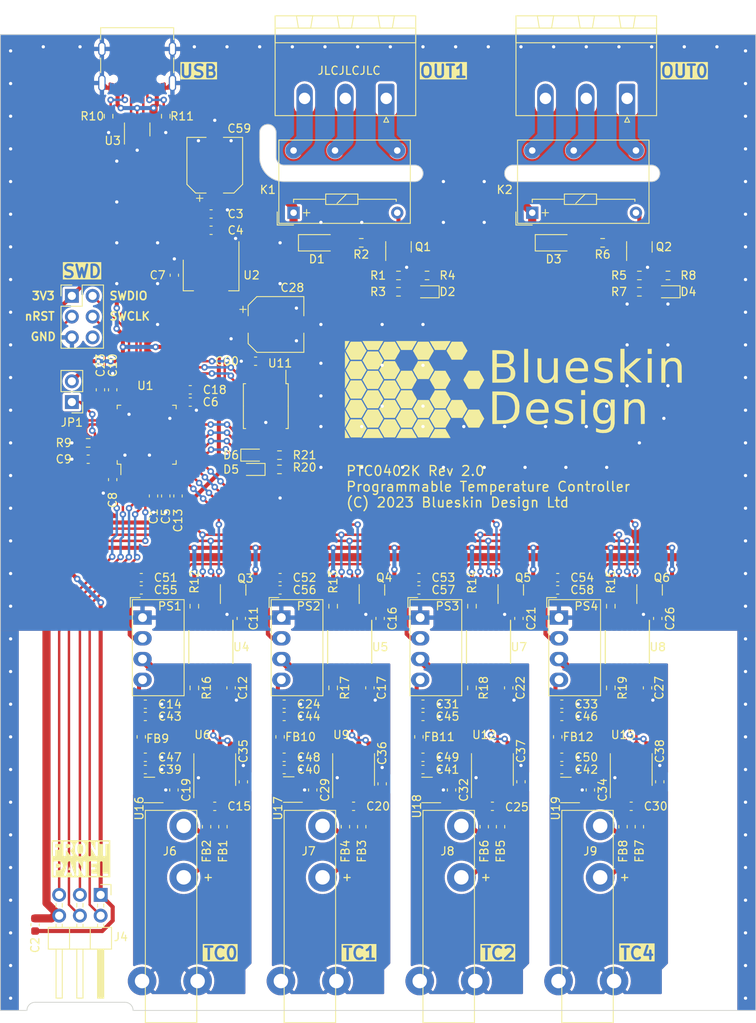
<source format=kicad_pcb>
(kicad_pcb (version 20221018) (generator pcbnew)
  (title_block (title "PTC0402K") (date "2023-09-13") (rev "1.0") (company "Blueskin Design Ltd") (comment 1 "License: CERN-OHL-W") (comment 2 "Designer: Michael Turner"))
  (layers (0 "F.Cu" signal) (31 "B.Cu" signal) (34 "B.Paste" user) (35 "F.Paste" user) (36 "B.SilkS" user "B.Silkscreen") (37 "F.SilkS" user "F.Silkscreen") (38 "B.Mask" user) (39 "F.Mask" user) (44 "Edge.Cuts" user))
  (net 0 "")
  (net 1 "/TC_Channel0/5VISO")
  (net 2 "/TC_Channel0/GNDISO")
  (net 3 "/TC_Channel0/3V3ISO")
  (net 4 "Net-(U6-T+)")
  (net 5 "Net-(U6-T-)")
  (net 6 "/TC_Channel1/5VISO")
  (net 7 "/TC_Channel1/GNDISO")
  (net 8 "/TC_Channel1/3V3ISO")
  (net 9 "+3.3V")
  (net 10 "GND")
  (net 11 "/CS1")
  (net 12 "/SCK")
  (net 13 "Net-(U9-T+)")
  (net 14 "Net-(U9-T-)")
  (net 15 "/TC_Channel2/5VISO")
  (net 16 "/TC_Channel2/GNDISO")
  (net 17 "/TC_Channel2/3V3ISO")
  (net 18 "Net-(U12-T+)")
  (net 19 "Net-(U12-T-)")
  (net 20 "/TC_Channel3/5VISO")
  (net 21 "/TC_Channel3/GNDISO")
  (net 22 "/TC_Channel3/3V3ISO")
  (net 23 "Net-(U15-T+)")
  (net 24 "Net-(U15-T-)")
  (net 25 "Net-(D1-A)")
  (net 26 "Net-(D2-K)")
  (net 27 "Net-(D3-A)")
  (net 28 "Net-(D4-K)")
  (net 29 "/TC_Channel0/TC+")
  (net 30 "/TC_Channel0/TC-")
  (net 31 "/TC_Channel1/TC+")
  (net 32 "/TC_Channel1/TC-")
  (net 33 "/TC_Channel2/TC+")
  (net 34 "/TC_Channel2/TC-")
  (net 35 "/TC_Channel3/TC+")
  (net 36 "/TC_Channel3/TC-")
  (net 37 "Net-(J1-Pin_1)")
  (net 38 "Net-(J1-Pin_2)")
  (net 39 "Net-(J1-Pin_3)")
  (net 40 "Net-(J2-Pin_1)")
  (net 41 "Net-(J2-Pin_2)")
  (net 42 "Net-(J2-Pin_3)")
  (net 43 "Net-(J3-CC1)")
  (net 44 "/D+")
  (net 45 "/D-")
  (net 47 "Net-(J3-CC2)")
  (net 49 "/CS0")
  (net 50 "/CS2")
  (net 51 "/CS3")
  (net 53 "/LED3")
  (net 54 "/LED2")
  (net 55 "/LED1")
  (net 56 "/LED0")
  (net 57 "/OUT1")
  (net 58 "Net-(JP1-A)")
  (net 59 "Net-(Q1-C)")
  (net 60 "Net-(Q2-C)")
  (net 61 "Net-(Q1-B)")
  (net 62 "Net-(Q2-B)")
  (net 64 "/OUT0")
  (net 65 "/SWDIO")
  (net 66 "/SWCLK")
  (net 71 "Net-(D5-K)")
  (net 72 "/MISO")
  (net 73 "/nRST")
  (net 74 "Net-(D6-A)")
  (net 76 "/MEM_SCK")
  (net 77 "/MEM_CS")
  (net 87 "/TC_Channel0/MISOISO")
  (net 88 "/TC_Channel0/SCKISO")
  (net 89 "/TC_Channel0/CSISO")
  (net 90 "/TC_Channel1/MISOISO")
  (net 91 "/TC_Channel1/SCKISO")
  (net 92 "/TC_Channel1/CSISO")
  (net 93 "/TC_Channel2/MISOISO")
  (net 94 "/TC_Channel2/SCKISO")
  (net 95 "/TC_Channel2/CSISO")
  (net 96 "/TC_Channel3/MISOISO")
  (net 97 "/TC_Channel3/SCKISO")
  (net 98 "/TC_Channel3/CSISO")
  (net 99 "+5V")
  (net 100 "Net-(PS1-+Vout)")
  (net 101 "Net-(PS2-+Vout)")
  (net 102 "Net-(PS3-+Vout)")
  (net 103 "Net-(PS4-+Vout)")
  (net 104 "Net-(U4-CTRL2)")
  (net 105 "Net-(U5-CTRL2)")
  (net 106 "Net-(U7-CTRL2)")
  (net 107 "Net-(U8-CTRL2)")
  (net 116 "Net-(Q3-D)")
  (net 117 "Net-(Q4-D)")
  (net 118 "Net-(Q5-D)")
  (net 119 "Net-(Q6-D)")
  (net 120 "/MEM_MISO")
  (net 121 "/MEM_MOSI")
  (net 122 "/LED_DEBUG")
  (footprint "Package_TO_SOT_SMD:SOT-23" (layer "F.Cu") (at 105 154.5 180)
    (fp_text reference "U19")
    (fp_text value "MCP1700x-330xxTT")
  )
  (footprint "Capacitor_SMD:C_0603_1608Metric" (layer "F.Cu") (at 104.5 144)
    (fp_text reference "C33")
    (fp_text value "100n")
  )
  (footprint "Package_TO_SOT_SMD:SOT-23" (layer "F.Cu") (at 64.25 130 90)
    (fp_text reference "Q3")
    (fp_text value "Q_NMOS_GSD")
  )
  (footprint "Connector_PinHeader_2.54mm:PinHeader_2x03_P2.54mm_Horizontal" (layer "F.Cu") (at 48.025 167.35 -90)
    (fp_text reference "J4")
    (fp_text value "Conn_02x03_Odd_Even")
  )
  (footprint "Connector_USB:USB_C_Receptacle_Palconn_UTC16-G" (layer "F.Cu") (at 52.5 66 180)
    (fp_text reference "J3" hide)
    (fp_text value "USB_C_Receptacle_USB2.0")
  )
  (footprint "Inductor_SMD:L_0603_1608Metric" (layer "F.Cu") (at 61 159 90)
    (fp_text reference "FB2")
    (fp_text value "600R")
  )
  (footprint "Relay_THT:Relay_SPDT_Omron_G6E" (layer "F.Cu") (at 100.88 83.82 90)
    (fp_text reference "K2")
    (fp_text value "G6E")
  )
  (footprint "Capacitor_SMD:C_0603_1608Metric" (layer "F.Cu") (at 96 156.5 180)
    (fp_text reference "C25")
    (fp_text value "10n")
  )
  (footprint "Capacitor_SMD:C_0603_1608Metric" (layer "F.Cu") (at 87.5 144)
    (fp_text reference "C31")
    (fp_text value "100n")
  )
  (footprint "Capacitor_SMD:C_0603_1608Metric" (layer "F.Cu") (at 87.5 145.5)
    (fp_text reference "C45")
    (fp_text value "22u")
  )
  (footprint "Resistor_SMD:R_0603_1608Metric" (layer "F.Cu") (at 76.5 132 90)
    (fp_text reference "R13")
    (fp_text value "5k1")
  )
  (footprint "Capacitor_SMD:C_0603_1608Metric" (layer "F.Cu") (at 87.5 150.5)
    (fp_text reference "C49")
    (fp_text value "22u")
  )
  (footprint "Package_TO_SOT_SMD:SOT-23" (layer "F.Cu") (at 98.25 130 90)
    (fp_text reference "Q5")
    (fp_text value "Q_NMOS_GSD")
  )
  (footprint "Capacitor_SMD:C_0603_1608Metric" (layer "F.Cu") (at 87 128.5)
    (fp_text reference "C53")
    (fp_text value "22u")
  )
  (footprint "Footprints:PCC-SMP-V" (layer "F.Cu") (at 92.2 158.9 180)
    (fp_text reference "J8")
    (fp_text value "TC_BLOCK")
  )
  (footprint "Capacitor_SMD:C_0603_1608Metric" (layer "F.Cu") (at 48 105.5 90)
    (fp_text reference "C23")
    (fp_text value "4u7")
  )
  (footprint "Connector_PinHeader_2.54mm:PinHeader_2x03_P2.54mm_Vertical" (layer "F.Cu") (at 44.5 94)
    (fp_text reference "J5" hide)
    (fp_text value "Conn_02x03_Odd_Even")
  )
  (footprint "Resistor_SMD:R_0603_1608Metric" (layer "F.Cu") (at 84.5 93.5)
    (fp_text reference "R3")
    (fp_text value "5k1")
  )
  (footprint "Resistor_SMD:R_0603_1608Metric" (layer "F.Cu") (at 59.5 132 90)
    (fp_text reference "R12")
    (fp_text value "5k1")
  )
  (footprint "Package_SO:SSOP-16_3.9x4.9mm_P0.635mm" (layer "F.Cu") (at 78.5 137 -90)
    (fp_text reference "U5")
    (fp_text value "ISO7741DBQR")
  )
  (footprint "Capacitor_SMD:C_0603_1608Metric" (layer "F.Cu") (at 62 156.508026 180)
    (fp_text reference "C15")
    (fp_text value "10n")
  )
  (footprint "Capacitor_SMD:C_0603_1608Metric" (layer "F.Cu") (at 57.05132 91.469077 90)
    (fp_text reference "C7")
    (fp_text value "100n")
  )
  (footprint "Package_QFP:LQFP-48_7x7mm_P0.5mm" (layer "F.Cu") (at 53.6625 111 90)
    (fp_text reference "U1")
    (fp_text value "STM32F072C8Tx")
  )
  (footprint "Footprints:PCC-SMP-V" (layer "F.Cu") (at 109.2 158.9 180)
    (fp_text reference "J9")
    (fp_text value "TC_BLOCK")
  )
  (footprint "Capacitor_SMD:C_0603_1608Metric" (layer "F.Cu") (at 91 154.5 -90)
    (fp_text reference "C32")
    (fp_text value "100n")
  )
  (footprint "Resistor_SMD:R_0603_1608Metric" (layer "F.Cu") (at 110.5 132 90)
    (fp_text reference "R15")
    (fp_text value "5k1")
  )
  (footprint "Resistor_SMD:R_0603_1608Metric" (layer "F.Cu") (at 93.5 142 -90)
    (fp_text reference "R18")
    (fp_text value "5k1")
  )
  (footprint "Resistor_SMD:R_0603_1608Metric" (layer "F.Cu") (at 114 91.5 180)
    (fp_text reference "R5")
    (fp_text value "5k1")
  )
  (footprint "Capacitor_SMD:C_0603_1608Metric" (layer "F.Cu") (at 53.5 145.5)
    (fp_text reference "C43")
    (fp_text value "22u")
  )
  (footprint "Inductor_SMD:L_0603_1608Metric" (layer "F.Cu") (at 80 159 90)
    (fp_text reference "FB3")
    (fp_text value "600R")
  )
  (footprint "Capacitor_SMD:C_0603_1608Metric" (layer "F.Cu") (at 53.5 144)
    (fp_text reference "C14")
    (fp_text value "100n")
  )
  (footprint "Package_TO_SOT_SMD:SOT-23" (layer "F.Cu") (at 81.25 130 90)
    (fp_text reference "Q4")
    (fp_text value "Q_NMOS_GSD")
  )
  (footprint "Inductor_SMD:L_0603_1608Metric" (layer "F.Cu") (at 78 159 90)
    (fp_text reference "FB4")
    (fp_text value "600R")
  )
  (footprint "Capacitor_SMD:C_0603_1608Metric" (layer "F.Cu") (at 59 105.5)
    (fp_text reference "C18")
    (fp_text value "4u7")
  )
  (footprint "Converter_DCDC:Converter_DCDC_Murata_MEE1SxxxxSC_THT" (layer "F.Cu") (at 104.1575 133.3925)
    (fp_text reference "PS4")
    (fp_text value "B0505S-1W")
  )
  (footprint "Capacitor_SMD:C_0603_1608Metric" (layer "F.Cu") (at 49.5 116.5 -90)
    (fp_text reference "C8")
    (fp_text value "100n")
  )
  (footprint "Resistor_SMD:R_0603_1608Metric" (layer "F.Cu") (at 49 72 -90)
    (fp_text reference "R10")
    (fp_text value "5k1")
  )
  (footprint "Capacitor_SMD:C_0603_1608Metric" (layer "F.Cu") (at 98 142 -90)
    (fp_text reference "C22")
    (fp_text value "100n")
  )
  (footprint "Package_TO_SOT_SMD:SOT-23" (layer "F.Cu") (at 71.0625 154.45 180)
    (fp_text reference "U17")
    (fp_text value "MCP1700x-330xxTT")
  )
  (footprint "Capacitor_SMD:C_0603_1608Metric" (layer "F.Cu") (at 104 128.5)
    (fp_text reference "C54")
    (fp_text value "22u")
  )
  (footprint "Diode_SMD:D_SOD-123" (layer "F.Cu") (at 103.5 87.5)
    (fp_text reference "D3")
    (fp_text value "1N4148")
  )
  (footprint "Resistor_SMD:R_0603_1608Metric" (layer "F.Cu") (at 114 93.5)
    (fp_text reference "R7")
    (fp_text value "5k1")
  )
  (footprint "Capacitor_SMD:C_0603_1608Metric" (layer "F.Cu") (at 59 107)
    (fp_text reference "C6")
    (fp_text value "100n")
  )
  (footprint "Capacitor_SMD:C_0603_1608Metric" (layer "F.Cu") (at 108 154.5 -90)
    (fp_text reference "C34")
    (fp_text value "100n")
  )
  (footprint "Resistor_SMD:R_0603_1608Metric" (layer "F.Cu") (at 46.5 112 180)
    (fp_text reference "R9")
    (fp_text value "5k1")
  )
  (footprint "Capacitor_SMD:C_0603_1608Metric" (layer "F.Cu") (at 70 128.5)
    (fp_text reference "C52")
    (fp_text value "22u")
  )
  (footprint "Package_TO_SOT_SMD:SOT-23" (layer "F.Cu") (at 88 154.5 180)
    (fp_text reference "U18")
    (fp_text value "MCP1700x-330xxTT")
  )
  (footprint "Capacitor_SMD:C_0603_1608Metric" (layer "F.Cu") (at 70 130)
    (fp_text reference "C56")
    (fp_text value "100n")
  )
  (footprint "Capacitor_SMD:C_0603_1608Metric" (layer "F.Cu") (at 82.5 153.75 90)
    (fp_text reference "C36")
    (fp_text value "100n")
  )
  (footprint "Inductor_SMD:L_0603_1608Metric" (layer "F.Cu") (at 53 148 -90)
    (fp_text reference "FB9")
    (fp_text value "600R")
  )
  (footprint "Capacitor_SMD:C_0603_1608Metric" (layer "F.Cu") (at 116.25 133.5 90)
    (fp_text reference "C26")
    (fp_text value "100n")
  )
  (footprint "Capacitor_SMD:C_0603_1608Metric" (layer "F.Cu") (at 70.5 152)
    (fp_text reference "C40")
    (fp_text value "100n")
  )
  (footprint "Capacitor_SMD:C_0603_1608Metric" (layer "F.Cu") (at 61.55132 85.969077)
    (fp_text reference "C4")
    (fp_text value "100n")
  )
  (footprint "Capacitor_SMD:C_0603_1608Metric" (layer "F.Cu") (at 57.5 118.5 -90)
    (fp_text reference "C13")
    (fp_text value "1u")
  )
  (footprint "Package_SO:SOIC-8_3.9x4.9mm_P1.27mm" (layer "F.Cu") (at 96 151.996472 90)
    (fp_text reference "U12")
    (fp_text value "MAX31855KASA")
  )
  (footprint "Inductor_SMD:L_0603_1608Metric" (layer "F.Cu") (at 95 159 90)
    (fp_text reference "FB6")
    (fp_text value "600R")
  )
  (footprint "Capacitor_SMD:C_0603_1608Metric" (layer "F.Cu") (at 53 130)
    (fp_text reference "C55")
    (fp_text value "100n")
  )
  (footprint "Resistor_SMD:R_0603_1608Metric" (layer "F.Cu") (at 59.5 142 -90)
    (fp_text reference "R16")
    (fp_text value "5k1")
  )
  (footprint "Capacitor_SMD:C_0603_1608Metric" (layer "F.Cu") (at 64 142 -90)
    (fp_text reference "C12")
    (fp_text value "100n")
  )
  (footprint "Package_TO_SOT_SMD:SOT-23" (layer "F.Cu") (at 84.5 88 90)
    (fp_text reference "Q1")
    (fp_text value "BC847C")
  )
  (footprint "LED_SMD:LED_0603_1608Metric" (layer "F.Cu") (at 88 93.5 180)
    (fp_text reference "D2")
    (fp_text value "LED_GREEN")
  )
  (footprint "Resistor_SMD:R_0603_1608Metric" (layer "F.Cu") (at 84.5 91.5 180)
    (fp_text reference "R1")
    (fp_text value "5k1")
  )
  (footprint "Resistor_SMD:R_0603_1608Metric" (layer "F.Cu") (at 93.5 132 90)
    (fp_text reference "R14")
    (fp_text value "5k1")
  )
  (footprint "Capacitor_SMD:C_0603_1608Metric" (layer "F.Cu") (at 116.5 153.5 90)
    (fp_text reference "C38")
    (fp_text value "100n")
  )
  (footprint "Capacitor_SMD:CP_Elec_6.3x7.7" (layer "F.Cu") (at 62 78 90)
    (fp_text reference "C59")
    (fp_text value "220u")
  )
  (footprint "Capacitor_SMD:C_0603_1608Metric" (layer "F.Cu") (at 99.5 153.496472 90)
    (fp_text reference "C37")
    (fp_text value "100n")
  )
  (footprint "Resistor_SMD:R_0603_1608Metric" (layer "F.Cu") (at 79.937258 87.5 180)
    (fp_text reference "R2")
    (fp_text value "620")
  )
  (footprint "Converter_DCDC:Converter_DCDC_Murata_MEE1SxxxxSC_THT" (layer "F.Cu") (at 53.1575 133.3925)
    (fp_text reference "PS1")
    (fp_text value "B0505S-1W")
  )
  (footprint "Resistor_SMD:R_0603_1608Metric" (layer "F.Cu") (at 69.925 113.5)
    (fp_text reference "R21")
    (fp_text value "620")
  )
  (footprint "Capacitor_SMD:C_0603_1608Metric" (layer "F.Cu") (at 82.25 133.5 90)
    (fp_text reference "C16")
    (fp_text value "100n")
  )
  (footprint "Inductor_SMD:L_0603_1608Metric" (layer "F.Cu") (at 112 159 90)
    (fp_text reference "FB8")
    (fp_text value "600R")
  )
  (footprint "Capacitor_SMD:C_0603_1608Metric" (layer "F.Cu") (at 65.25 133.5 90)
    (fp_text reference "C11")
    (fp_text value "100n")
  )
  (footprint "Capacitor_SMD:C_0603_1608Metric" (layer "F.Cu") (at 40 171 90)
    (fp_text reference "C2")
    (fp_text value "100n")
  )
  (footprint "Package_SO:SSOP-16_3.9x4.9mm_P0.635mm" (layer "F.Cu") (at 95.5 137 -90)
    (fp_text reference "U7")
    (fp_text value "ISO7741DBQR")
  )
  (footprint "Capacitor_SMD:C_0603_1608Metric" (layer "F.Cu") (at 56 118.5 -90)
    (fp_text reference "C5")
    (fp_text value "10n")
  )
  (footprint "Capacitor_SMD:C_0603_1608Metric" (layer "F.Cu") (at 99.25 133.5 90)
    (fp_text reference "C21")
    (fp_text value "100n")
  )
  (footprint "Capacitor_SMD:C_0603_1608Metric" (layer "F.Cu") (at 104.5 150.5)
    (fp_text reference "C50")
    (fp_text value "22u")
  )
  (footprint "Package_SO:SSOP-16_3.9x4.9mm_P0.635mm" (layer "F.Cu") (at 112.5 137 -90)
    (fp_text reference "U8")
    (fp_text value "ISO7741DBQR")
  )
  (footprint "Inductor_SMD:L_0603_1608Metric" (layer "F.Cu") (at 114 159 90)
    (fp_text reference "FB7")
    (fp_text value "600R")
  )
  (footprint "Capacitor_SMD:C_0603_1608Metric" (layer "F.Cu") (at 70.5 144)
    (fp_text reference "C24")
    (fp_text value "100n")
  )
  (footprint "Capacitor_SMD:C_0603_1608Metric" (layer "F.Cu") (at 54.5 118.5 -90)
    (fp_text reference "C1")
    (fp_text value "100n")
  )
  (footprint "Package_SO:SSOP-16_3.9x4.9mm_P0.635mm" (layer "F.Cu") (at 61.5 137 -90)
    (fp_text reference "U4")
    (fp_text value "ISO7741DBQR")
  )
  (footprint "LED_SMD:LED_0603_1608Metric" (layer "F.Cu") (at 66.675 113.5)
    (fp_text reference "D6")
    (fp_text value "LED_GREEN")
  )
  (footprint "Resistor_SMD:R_0603_1608Metric" (layer "F.Cu") (at 109.5 87.5 180)
    (fp_text reference "R6")
    (fp_text value "620")
  )
  (footprint "Footprints:PCC-SMP-V" (layer "F.Cu") (at 75.2 158.9 180)
    (fp_text reference "J7")
    (fp_text value "TC_BLOCK")
  )
  (footprint "Package_TO_SOT_SMD:SOT-23" (layer "F.Cu") (at 115.25 130 90)
    (fp_text reference "Q6")
    (fp_text value "Q_NMOS_GSD")
  )
  (footprint "Resistor_SMD:R_0603_1608Metric" (layer "F.Cu") (at 110.5 142 -90)
    (fp_text reference "R19")
    (fp_text value "5k1")
  )
  (footprint "Capacitor_SMD:C_0603_1608Metric" (layer "F.Cu") (at 70.5 145.5)
    (fp_text reference "C44")
    (fp_text value "22u")
  )
  (footprint "Package_SO:SOIC-8_5.275x5.275mm_P1.27mm" (layer "F.Cu") (at 68.25 107.5 -90)
    (fp_text reference "U11")
    (fp_text value "W25Q128JV")
  )
  (footprint "Capacitor_SMD:C_0603_1608Metric" (layer "F.Cu") (at 49.5 105.5 90)
    (fp_text reference "C10")
    (fp_text value "100n")
  )
  (footprint "Inductor_SMD:L_0603_1608Metric" (layer "F.Cu") (at 97 159 90)
    (fp_text reference "FB5")
    (fp_text value "600R")
  )
  (footprint "LED_SMD:LED_0603_1608Metric" (layer "F.Cu") (at 117.5 93.5 180)
    (fp_text reference "D4")
    (fp_text value "LED_GREEN")
  )
  (footprint "Capacitor_SMD:C_0603_1608Metric" (layer "F.Cu") (at 74 154.5 -90)
    (fp_text reference "C29")
    (fp_text value "100n")
  )
  (footprint "Package_SO:SOIC-8_3.9x4.9mm_P1.27mm" (layer "F.Cu") (at 113 152 90)
    (fp_text reference "U15")
    (fp_text value "MAX31855KASA")
  )
  (footprint "Capacitor_SMD:C_0603_1608Metric" (layer "F.Cu") (at 70.5 150.5)
    (fp_text reference "C48")
    (fp_text value "22u")
  )
  (footprint "Converter_DCDC:Converter_DCDC_Murata_MEE1SxxxxSC_THT" (layer "F.Cu") (at 70.1575 133.3925)
    (fp_text reference "PS2")
    (fp_text value "B0505S-1W")
  )
  (footprint "Resistor_SMD:R_0603_1608Metric" (layer "F.Cu") (at 117.5 91.5)
    (fp_text reference "R8")
    (fp_text value "620")
  )
  (footprint "Capacitor_SMD:C_0603_1608Metric" (layer "F.Cu") (at 61.55132 83.969077)
    (fp_text reference "C3")
    (fp_text value "1u")
  )
  (footprint "Package_TO_SOT_SMD:SOT-23-6" (layer "F.Cu") (at 52.5 73.62 90)
    (fp_text reference "U3")
    (fp_text value "USBLC6-2SC6")
  )
  (footprint "Footprints:PCC-SMP-V" (layer "F.Cu") (at 58.2 158.9 180)
    (fp_text reference "J6")
    (fp_text value "TC_BLOCK")
  )
  (footprint "Capacitor_SMD:C_0603_1608Metric" (layer "F.Cu") (at 81 142 -90)
    (fp_text reference "C17")
    (fp_text value "100n")
  )
  (footprint "Resistor_SMD:R_0603_1608Metric" (layer "F.Cu") (at 56 72 -90)
    (fp_text reference "R11")
    (fp_text value "5k1")
  )
  (footprint "Package_TO_SOT_SMD:SOT-223-3_TabPin2" (layer "F.Cu") (at 61.55132 91.469077 -90)
    (fp_text reference "U2")
    (fp_text value "AMS1117-3.3")
  )
  (footprint "Capacitor_SMD:C_0603_1608Metric" (layer "F.Cu") (at 46.5 114 180)
    (fp_text reference "C9")
    (fp_text value "100n")
  )
  (footprint "Relay_THT:Relay_SPDT_Omron_G6E" (layer "F.Cu") (at 71.65 83.82 90)
    (fp_text reference "K1")
    (fp_text value "G6E")
  )
  (footprint "Connector_Phoenix_MSTB:PhoenixContact_MSTBA_2,5_3-G_1x03_P5.00mm_Horizontal" (layer "F.Cu") (at 83 69.8175 180)
    (fp_text reference "J1" hide)
    (fp_text value "OUTPUT")
  )
  (footprint "Capacitor_SMD:C_0603_1608Metric" (layer "F.Cu") (at 115 142 -90)
    (fp_text reference "C27")
    (fp_text value "100n")
  )
  (footprint "Capacitor_SMD:C_0603_1608Metric" (layer "F.Cu") (at 65.5 153.508026 90)
    (fp_text reference "C35")
    (fp_text value "100n")
  )
  (footprint "Capacitor_SMD:C_0603_1608Metric" (layer "F.Cu") (at 79 156.5 180)
    (fp_text reference "C20")
    (fp_text value "10n")
  )
  (footprint "Diode_SMD:D_SOD-123" (layer "F.Cu") (at 74.5 87.5)
    (fp_text reference "D1")
    (fp_text value "1N4148")
  )
  (footprint "Converter_DCDC:Converter_DCDC_Murata_MEE1SxxxxSC_THT" (layer "F.Cu") (at 87.1575 133.3925)
    (fp_text reference "PS3")
    (fp_text value "B0505S-1W")
  )
  (footprint "Capacitor_SMD:C_0603_1608Metric" (layer "F.Cu") (at 87 130)
    (fp_text reference "C57")
    (fp_text value "100n")
  )
  (footprint "Connector_PinHeader_2.54mm:PinHeader_1x02_P2.54mm_Vertical" (layer "F.Cu") (at 44.5 107 180)
    (fp_text reference "JP1")
    (fp_text value "Jumper_2_Bridged")
  )
  (footprint "Resistor_SMD:R_0603_1608Metric" (layer "F.Cu") (at 69.925 115.25 180)
    (fp_text reference "R20")
    (fp_text value "620")
  )
  (footprint "Capacitor_SMD:C_0603_1608Metric" (layer "F.Cu") (at 53.5 150.5)
    (fp_text reference "C47")
    (fp_text value "22u")
  )
  (footprint "Inductor_SMD:L_0603_1608Metric" (layer "F.Cu") (at 63 159 90)
    (fp_text reference "FB1")
    (fp_text value "600R")
  )
  (footprint "Package_TO_SOT_SMD:SOT-23" (layer "F.Cu") (at 114 88 90)
    (fp_text reference "Q2")
    (fp_text value "BC847C")
  )
  (footprint "Capacitor_SMD:C_0603_1608Metric" (layer "F.Cu") (at 113 156.5 180)
    (fp_text reference "C30")
    (fp_text value "10n")
  )
  (footprint "Capacitor_SMD:C_0603_1608Metric" (layer "F.Cu") (at 53 128.5)
    (fp_text reference "C51")
    (fp_text value "22u")
  )
  (footprint "Capacitor_SMD:C_0603_1608Metric" (layer "F.Cu") (at 53.5 152)
    (fp_text reference "C39")
    (fp_text value "100n")
  )
  (footprint "Package_TO_SOT_SMD:SOT-23" (layer "F.Cu") (at 54 154.5 180)
    (fp_text reference "U16")
    (fp_text value "MCP1700x-330xxTT")
  )
  (footprint "Package_SO:SOIC-8_3.9x4.9mm_P1.27mm" (layer "F.Cu") (at 62 152.008026 90)
    (fp_text reference "U6")
    (fp_text value "MAX31855KASA")
  )
  (footprint "Resistor_SMD:R_0603_1608Metric" (layer "F.Cu") (at 88 91.5)
    (fp_text reference "R4")
    (fp_text value "620")
  )
  (footprint "Capacitor_SMD:C_0603_1608Metric" (layer "F.Cu") (at 67 102 180)
    (fp_text reference "C60")
    (fp_text value "100n")
  )
  (footprint "Inductor_SMD:L_0603_1608Metric" (layer "F.Cu") (at 87 148 -90)
    (fp_text reference "FB11")
    (fp_text value "600R")
  )
  (footprint "Connector_Phoenix_MSTB:PhoenixContact_MSTBA_2,5_3-G_1x03_P5.00mm_Horizontal" (layer "F.Cu") (at 112.5 69.8175 180)
    (fp_text reference "J2" hide)
    (fp_text value "OUTPUT")
  )
  (footprint "Capacitor_SMD:CP_Elec_6.3x7.7" (layer "F.Cu") (at 69.5 97.5)
    (fp_text reference "C28")
    (fp_text value "220u")
  )
  (footprint "Capacitor_SMD:C_0603_1608Metric" (layer "F.Cu") (at 104 130)
    (fp_text reference "C58")
    (fp_text value "100n")
  )
  (footprint "Capacitor_SMD:C_0603_1608Metric" (layer "F.Cu") (at 104.5 145.5)
    (fp_text reference "C46")
    (fp_text value "22u")
  )
  (footprint "Capacitor_SMD:C_0603_1608Metric" (layer "F.Cu") (at 87.5 152)
    (fp_text reference "C41")
    (fp_text value "100n")
  )
  (footprint "LED_SMD:LED_0603_1608Metric" (layer "F.Cu") (at 66.675 115.25 180)
    (fp_text reference "D5")
    (fp_text value "LED_RED")
  )
  (footprint "Inductor_SMD:L_0603_1608Metric" (layer "F.Cu") (at 70 148 -90)
    (fp_text reference "FB10")
    (fp_text value "600R")
  )
  (footprint "Package_SO:SOIC-8_3.9x4.9mm_P1.27mm" (layer "F.Cu") (at 79 152 90)
    (fp_text reference "U9")
    (fp_text value "MAX31855KASA")
  )
  (footprint "Capacitor_SMD:C_0603_1608Metric" (layer "F.Cu") (at 57 154.5 -90)
    (fp_text reference "C19")
    (fp_text value "100n")
  )
  (footprint "Inductor_SMD:L_0603_1608Metric" (layer "F.Cu") (at 104 148 -90)
    (fp_text reference "FB12")
    (fp_text value "600R")
  )
  (footprint "Capacitor_SMD:C_0603_1608Metric" (layer "F.Cu") (at 104.5 152)
    (fp_text reference "C42")
    (fp_text value "100n")
  )
  (footprint "Resistor_SMD:R_0603_1608Metric" (layer "F.Cu") (at 76.5 142 -90)
    (fp_text reference "R17")
    (fp_text value "5k1")
  )
  (gr_poly (pts (xy 79.988669 102.062384) (xy 80.025205 102.131176) (xy 80.104823 102.26876) (xy 80.184441 102.406343) (xy 80.319272 102.64976) (xy 80.454103 102.893176) (xy 80.513955 102.986764) (xy 80.573807 103.080351) (xy 80.573807 103.108169) (xy 80.513977 103.201756) (xy 80.454148 103.295343) (xy 80.286436 103.591518) (xy 80.118723 103.887692) (xy 80.076075 103.961934) (xy 80.033427 104.036177) (xy 79.991409 104.104834) (xy 79.94939 104.173492) (xy 79.300257 104.173652) (xy 78.651124 104.173812) (xy 78.562624 104.020353) (xy 78.562624 104.020301) (xy 78.474124 103.866843) (xy 78.343923 103.635898) (xy 78.213723 103.404954) (xy 78.129582 103.249451) (xy 78.045441 103.093949) (xy 78.126456 102.940646) (xy 78.207471 102.787343) (xy 78.281371 102.660343) (xy 78.35527 102.533342) (xy 78.456242 102.342843) (xy 78.557214 102.152343) (xy 78.604518 102.072967) (xy 78.651822 101.993592) (xy 79.952133 101.993592)) (stroke (width 0.021166)) (fill solid) (layer "F.SilkS"))
  (gr_poly (pts (xy 88.275573 102.136793) (xy 88.359207 102.279993) (xy 88.564224 102.646597) (xy 88.688065 102.859667) (xy 88.811906 103.072737) (xy 88.790745 103.133438) (xy 88.769584 103.19414) (xy 88.648686 103.392908) (xy 88.527786 103.591676) (xy 88.474178 103.686925) (xy 88.420568 103.782176) (xy 88.305953 103.977967) (xy 88.191337 104.173759) (xy 86.882041 104.173759) (xy 86.852846 104.103885) (xy 86.823651 104.03401) (xy 86.697098 103.823426) (xy 86.570546 103.612842) (xy 86.468787 103.422342) (xy 86.367029 103.231843) (xy 86.327918 103.175658) (xy 86.288806 103.119474) (xy 86.288806 103.072251) (xy 86.388408 102.914342) (xy 86.509511 102.685427) (xy 86.630613 102.456511) (xy 86.676668 102.388594) (xy 86.722723 102.320676) (xy 86.805692 102.157135) (xy 86.888661 101.993592) (xy 88.191939 101.993592)) (stroke (width 0.021166)) (fill solid) (layer "F.SilkS"))
  (gr_poly (pts (xy 78 110.470842) (xy 78.05395 110.570547) (xy 78.1079 110.670252) (xy 78.213733 110.863572) (xy 78.319566 111.056891) (xy 78.418077 111.224242) (xy 78.516589 111.391592) (xy 77.949149 111.391592) (xy 77.949789 110.888883) (xy 77.950437 110.386174)) (stroke (width 0.021166)) (fill solid) (layer "F.SilkS"))
  (gr_poly (pts (xy 107.349645 106.14226) (xy 106.883979 106.14226) (xy 106.883979 105.549592) (xy 107.349645 105.549592)) (stroke (width 0.021166)) (fill solid) (layer "F.SilkS"))
  (gr_poly (pts (xy 90.268144 107.985732) (xy 90.367523 108.15937) (xy 90.466901 108.333009) (xy 90.481164 108.343593) (xy 90.495427 108.354176) (xy 90.549383 108.461172) (xy 90.603339 108.568168) (xy 90.740144 108.803544) (xy 90.876948 109.038922) (xy 90.710925 109.331549) (xy 90.544903 109.624176) (xy 90.461688 109.751175) (xy 90.364915 109.915827) (xy 90.268144 110.080477) (xy 90.268144 110.121591) (xy 88.954483 110.121591) (xy 88.94113 110.084549) (xy 88.927778 110.047508) (xy 88.809503 109.850534) (xy 88.691228 109.653559) (xy 88.659237 109.596535) (xy 88.627246 109.539509) (xy 88.340527 109.041016) (xy 88.508894 108.739929) (xy 88.67726 108.438843) (xy 88.752523 108.318421) (xy 88.827785 108.197999) (xy 88.895031 108.069713) (xy 88.962277 107.941427) (xy 90.268144 107.941427)) (stroke (width 0.021166)) (fill solid) (layer "F.SilkS"))
  (gr_poly (pts (xy 78.065997 105.856509) (xy 78.182255 106.068176) (xy 78.289921 106.278093) (xy 78.397586 106.48801) (xy 78.448532 106.568714) (xy 78.499479 106.649418) (xy 78.499479 106.699843) (xy 78.470222 106.733259) (xy 78.440964 106.766676) (xy 78.287425 107.063009) (xy 78.133886 107.359343) (xy 78.118317 107.369926) (xy 78.102748 107.38051) (xy 78.026988 107.528676) (xy 77.951227 107.676843) (xy 77.950483 106.660842) (xy 77.949739 105.644843)) (stroke (width 0.021166)) (fill solid) (layer "F.SilkS"))
  (gr_poly (pts (xy 90.865612 99.557169) (xy 90.711105 99.828168) (xy 90.556599 100.099169) (xy 90.434602 100.296564) (xy 90.312603 100.493958) (xy 90.285206 100.555855) (xy 90.257807 100.617752) (xy 88.954479 100.617752) (xy 88.941226 100.580717) (xy 88.927973 100.543676) (xy 88.841956 100.395508) (xy 88.755938 100.247342) (xy 88.697122 100.164791) (xy 88.638306 100.08224) (xy 88.638306 100.051756) (xy 88.492182 99.800299) (xy 88.346058 99.548842) (xy 89.596208 99.543378) (xy 90.846357 99.537914)) (stroke (width 0.021166)) (fill solid) (layer "F.SilkS"))
  (gr_poly (pts (xy 88.275573 99.766125) (xy 88.359207 99.909325) (xy 88.461716 100.092629) (xy 88.564224 100.275931) (xy 88.688065 100.489001) (xy 88.811906 100.70207) (xy 88.790745 100.762772) (xy 88.769584 100.823473) (xy 88.648686 101.022241) (xy 88.527786 101.221009) (xy 88.474178 101.316259) (xy 88.420568 101.411509) (xy 88.305953 101.607301) (xy 88.191337 101.803092) (xy 86.882041 101.803092) (xy 86.852846 101.733217) (xy 86.823651 101.663344) (xy 86.570546 101.242176) (xy 86.468787 101.051676) (xy 86.367029 100.861176) (xy 86.327918 100.804991) (xy 86.288806 100.748807) (xy 86.288806 100.701584) (xy 86.338607 100.622629) (xy 86.388408 100.543676) (xy 86.509511 100.31476) (xy 86.630613 100.085845) (xy 86.676668 100.017927) (xy 86.722723 99.950009) (xy 86.805692 99.786467) (xy 86.888661 99.622925) (xy 88.191939 99.622925)) (stroke (width 0.021166)) (fill solid) (layer "F.SilkS"))
  (gr_poly (pts (xy 88.453079 109.58184) (xy 88.500051 109.666507) (xy 88.547022 109.751173) (xy 88.663962 109.952256) (xy 88.7809 110.153339) (xy 88.795914 110.201637) (xy 88.810927 110.249937) (xy 88.743363 110.370971) (xy 88.675798 110.492005) (xy 88.591641 110.629588) (xy 88.507484 110.767171) (xy 88.353886 111.042338) (xy 88.200289 111.317504) (xy 87.552734 111.323104) (xy 86.90518 111.328696) (xy 86.851755 111.222338) (xy 86.798333 111.115977) (xy 86.683815 110.915342) (xy 86.657777 110.883592) (xy 86.631738 110.851842) (xy 86.552603 110.703674) (xy 86.473468 110.555508) (xy 86.288812 110.233848) (xy 86.288812 110.194917) (xy 86.338818 110.121211) (xy 86.388825 110.047506) (xy 86.522574 109.793506) (xy 86.656322 109.539506) (xy 86.678942 109.516502) (xy 86.701563 109.493499) (xy 86.795436 109.310128) (xy 86.88931 109.126757) (xy 88.19035 109.126757)) (stroke (width 0.021166)) (fill solid) (layer "F.SilkS"))
  (gr_poly (pts (xy 106.778273 101.620922) (xy 106.915734 101.655496) (xy 107.053317 101.723323) (xy 107.1909 101.791149) (xy 107.331308 101.932065) (xy 107.471718 102.072981) (xy 107.547949 102.229087) (xy 107.624179 102.385193) (xy 107.692841 102.639194) (xy 107.703828 102.940818) (xy 107.714816 103.242444) (xy 105.486984 103.242444) (xy 105.487304 103.321818) (xy 105.487624 103.401194) (xy 105.518679 103.532906) (xy 105.549736 103.664618) (xy 105.596032 103.763111) (xy 105.642331 103.861605) (xy 105.753481 103.981661) (xy 105.864633 104.101718) (xy 105.968894 104.158465) (xy 106.073154 104.215211) (xy 106.219284 104.249539) (xy 106.365412 104.283867) (xy 106.651162 104.273175) (xy 106.936911 104.262482) (xy 107.127412 104.209213) (xy 107.317912 104.155944) (xy 107.460788 104.091663) (xy 107.603664 104.027381) (xy 107.603664 104.460328) (xy 107.450205 104.518021) (xy 107.296745 104.575713) (xy 107.116828 104.619131) (xy 106.936911 104.662548) (xy 106.608828 104.67176) (xy 106.280744 104.680972) (xy 106.132578 104.651587) (xy 106.132563 104.651587) (xy 105.984396 104.622203) (xy 105.889145 104.587651) (xy 105.793896 104.553099) (xy 105.651176 104.468418) (xy 105.508457 104.383736) (xy 105.302973 104.178252) (xy 105.215361 104.047054) (xy 105.127749 103.915856) (xy 105.075976 103.751967) (xy 105.024206 103.588077) (xy 105.000676 103.374232) (xy 104.977145 103.160388) (xy 104.99923 102.945184) (xy 105.005651 102.882608) (xy 105.488049 102.882608) (xy 107.243825 102.882608) (xy 107.243813 102.802389) (xy 107.243813 102.722169) (xy 107.212165 102.600661) (xy 107.180515 102.479151) (xy 107.135869 102.389838) (xy 107.09122 102.300525) (xy 107.003476 102.208785) (xy 106.915732 102.117045) (xy 106.815932 102.065929) (xy 106.716132 102.014813) (xy 106.573798 101.994656) (xy 106.431462 101.974498) (xy 106.273608 101.994513) (xy 106.115751 102.014527) (xy 106.003129 102.066088) (xy 105.890507 102.117648) (xy 105.782214 102.218941) (xy 105.673923 102.320235) (xy 105.623571 102.406152) (xy 105.573222 102.492069) (xy 105.542629 102.618547) (xy 105.512036 102.745025) (xy 105.500041 102.813817) (xy 105.488049 102.882608) (xy 105.005651 102.882608) (xy 105.021313 102.729979) (xy 105.054921 102.600281) (xy 105.08853 102.470584) (xy 105.150605 102.345466) (xy 105.212683 102.220349) (xy 105.362116 102.016781) (xy 105.47133 101.918589) (xy 105.580544 101.820396) (xy 105.708293 101.755909) (xy 105.836042 101.691421) (xy 106.069064 101.607737) (xy 106.354938 101.597042) (xy 106.64081 101.586347)) (stroke (width 0.021166)) (fill solid) (layer "F.SilkS"))
  (gr_poly (pts (xy 79.988314 104.433051) (xy 80.02449 104.501843) (xy 80.183329 104.77701) (xy 80.342167 105.052177) (xy 80.417032 105.18976) (xy 80.491896 105.327343) (xy 80.535971 105.402348) (xy 80.580047 105.477354) (xy 80.506022 105.592848) (xy 80.431997 105.708343) (xy 80.297461 105.95176) (xy 80.162926 106.195177) (xy 80.129734 106.258676) (xy 80.096542 106.322176) (xy 80.022969 106.443284) (xy 79.949395 106.564392) (xy 79.300611 106.564952) (xy 78.651827 106.565592) (xy 78.604523 106.486218) (xy 78.55722 106.406843) (xy 78.456247 106.216343) (xy 78.355275 106.025843) (xy 78.281376 105.898843) (xy 78.207476 105.771843) (xy 78.126381 105.618385) (xy 78.045287 105.464926) (xy 78.126381 105.311468) (xy 78.207476 105.15801) (xy 78.281376 105.03101) (xy 78.355275 104.90401) (xy 78.456247 104.71351) (xy 78.55722 104.52301) (xy 78.604523 104.443635) (xy 78.651827 104.36426) (xy 79.952138 104.36426)) (stroke (width 0.021166)) (fill solid) (layer "F.SilkS"))
  (gr_poly (pts (xy 101.899218 106.670476) (xy 102.026218 106.696394) (xy 102.184968 106.771551) (xy 102.343718 106.846708) (xy 102.491884 106.997196) (xy 102.640051 107.147685) (xy 102.708801 107.285268) (xy 102.777548 107.422851) (xy 102.818393 107.584288) (xy 102.859235 107.745725) (xy 102.874335 108.023496) (xy 102.889436 108.301267) (xy 100.639812 108.301267) (xy 100.640131 108.370058) (xy 100.640451 108.43885) (xy 100.672441 108.574566) (xy 100.704433 108.710283) (xy 100.767368 108.84215) (xy 100.8303 108.974017) (xy 100.956579 109.09093) (xy 101.082858 109.207843) (xy 101.203266 109.252894) (xy 101.323674 109.297945) (xy 101.431188 109.321002) (xy 101.538701 109.34406) (xy 101.814221 109.3321) (xy 102.089738 109.320141) (xy 102.284462 109.266482) (xy 102.479189 109.212821) (xy 102.617836 109.149955) (xy 102.756486 109.087089) (xy 102.756486 109.524638) (xy 102.603027 109.579137) (xy 102.449567 109.633635) (xy 102.322568 109.66514) (xy 102.195568 109.696644) (xy 102.005068 109.718448) (xy 101.814567 109.740252) (xy 101.4759 109.735372) (xy 101.340573 109.71602) (xy 101.340566 109.716015) (xy 101.205239 109.696663) (xy 101.075981 109.653521) (xy 100.946726 109.610378) (xy 100.795366 109.516539) (xy 100.644006 109.422701) (xy 100.524812 109.293954) (xy 100.405615 109.165208) (xy 100.342592 109.056024) (xy 100.279572 108.946842) (xy 100.227048 108.782308) (xy 100.174521 108.617774) (xy 100.156198 108.418469) (xy 100.137878 108.219164) (xy 100.154724 108.019527) (xy 100.161313 107.941427) (xy 100.660988 107.941427) (xy 102.396655 107.941427) (xy 102.396335 107.851468) (xy 102.396313 107.851467) (xy 102.395993 107.761508) (xy 102.367856 107.641971) (xy 102.339719 107.522434) (xy 102.284279 107.42783) (xy 102.228837 107.333227) (xy 102.112414 107.226822) (xy 101.995988 107.120417) (xy 101.897067 107.086712) (xy 101.798149 107.053006) (xy 101.668774 107.04028) (xy 101.539401 107.027556) (xy 101.405844 107.049602) (xy 101.272287 107.071648) (xy 101.158723 107.12364) (xy 101.045156 107.175633) (xy 100.946826 107.266271) (xy 100.848496 107.356908) (xy 100.794619 107.448841) (xy 100.740744 107.540775) (xy 100.700866 107.668903) (xy 100.660988 107.797031) (xy 100.660988 107.941427) (xy 100.161313 107.941427) (xy 100.171567 107.81989) (xy 100.205996 107.684866) (xy 100.240424 107.549843) (xy 100.32364 107.376593) (xy 100.406853 107.203343) (xy 100.561267 107.044351) (xy 100.715683 106.88536) (xy 100.894702 106.800108) (xy 101.07372 106.714856) (xy 101.327719 106.648908) (xy 101.549968 106.646732) (xy 101.772219 106.644556)) (stroke (width 0.021166)) (fill solid) (layer "F.SilkS"))
  (gr_poly (pts (xy 86.305244 110.59784) (xy 86.384147 110.746006) (xy 86.463049 110.894173) (xy 86.531746 111.000006) (xy 86.600441 111.10584) (xy 86.675767 111.248715) (xy 86.751094 111.39159) (xy 84.233146 111.39159) (xy 84.24845 111.365133) (xy 84.263753 111.338674) (xy 84.299757 111.285758) (xy 84.335761 111.232842) (xy 84.468187 110.978842) (xy 84.600612 110.724841) (xy 84.62848 110.692877) (xy 84.656349 110.660913) (xy 84.743644 110.486502) (xy 84.83094 110.31209) (xy 86.138778 110.31209)) (stroke (width 0.021166)) (fill solid) (layer "F.SilkS"))
  (gr_poly (pts (xy 84.207611 104.607679) (xy 84.309197 104.798179) (xy 84.410783 104.988679) (xy 84.468054 105.073346) (xy 84.525325 105.158012) (xy 84.605519 105.311779) (xy 84.685712 105.465547) (xy 84.616159 105.597529) (xy 84.546604 105.729512) (xy 84.477783 105.835346) (xy 84.408963 105.941178) (xy 84.288403 106.163429) (xy 84.167844 106.385678) (xy 84.111785 106.474864) (xy 84.055727 106.56405) (xy 83.417456 106.56485) (xy 82.779186 106.56565) (xy 82.713665 106.449554) (xy 82.713666 106.449497) (xy 82.648145 106.333401) (xy 82.648145 106.307149) (xy 82.584161 106.212343) (xy 82.520178 106.117537) (xy 82.380038 105.860023) (xy 82.239897 105.602508) (xy 82.200605 105.552029) (xy 82.161312 105.501549) (xy 82.161312 105.428301) (xy 82.200605 105.377821) (xy 82.239897 105.327342) (xy 82.526338 104.798176) (xy 82.552979 104.766425) (xy 82.57962 104.734675) (xy 82.675592 104.554758) (xy 82.771564 104.374842) (xy 83.413646 104.370018) (xy 84.055728 104.365194)) (stroke (width 0.021166)) (fill solid) (layer "F.SilkS"))
  (gr_poly (pts (xy 115.498806 101.104592) (xy 115.033139 101.104592) (xy 115.033139 100.490759) (xy 115.498806 100.490759)) (stroke (width 0.021166)) (fill solid) (layer "F.SilkS"))
  (gr_poly (pts (xy 86.188855 105.660714) (xy 86.24109 105.750672) (xy 86.482449 106.208503) (xy 86.528504 106.276868) (xy 86.574559 106.345232) (xy 86.657175 106.50658) (xy 86.739791 106.667929) (xy 86.701611 106.749051) (xy 86.663431 106.830174) (xy 86.548626 107.019199) (xy 86.43382 107.208226) (xy 86.380084 107.315533) (xy 86.326347 107.42284) (xy 86.229458 107.586882) (xy 86.132569 107.750924) (xy 84.831986 107.750924) (xy 84.74393 107.586879) (xy 84.655872 107.422838) (xy 84.585994 107.317004) (xy 84.516116 107.211171) (xy 84.385552 106.978338) (xy 84.254987 106.745504) (xy 84.230586 106.710106) (xy 84.206184 106.674709) (xy 84.23179 106.62544) (xy 84.257396 106.576171) (xy 84.316865 106.480921) (xy 84.376334 106.385672) (xy 84.474393 106.202772) (xy 84.572452 106.019872) (xy 84.628321 105.938189) (xy 84.68419 105.856505) (xy 84.756516 105.713631) (xy 84.828842 105.570755) (xy 86.136619 105.570755)) (stroke (width 0.021166)) (fill solid) (layer "F.SilkS"))
  (gr_poly (pts (xy 101.99945 102.6868) (xy 102.006643 103.718675) (xy 102.042431 103.825465) (xy 102.07822 103.932256) (xy 102.144479 104.032292) (xy 102.210742 104.132329) (xy 102.303425 104.186646) (xy 102.39611 104.240963) (xy 102.533991 104.264581) (xy 102.671872 104.288199) (xy 102.825305 104.262222) (xy 102.978735 104.236244) (xy 103.089106 104.182646) (xy 103.199479 104.129048) (xy 103.287853 104.029694) (xy 103.376228 103.930341) (xy 103.436191 103.803341) (xy 103.496157 103.676341) (xy 103.517485 103.528175) (xy 103.538813 103.380008) (xy 103.539213 102.517466) (xy 103.539614 101.654925) (xy 104.00528 101.654925) (xy 104.00528 104.618259) (xy 103.539614 104.618259) (xy 103.539614 104.173758) (xy 103.520239 104.173758) (xy 103.344719 104.350399) (xy 103.169199 104.52704) (xy 103.052783 104.581258) (xy 102.936367 104.635477) (xy 102.810771 104.658618) (xy 102.685175 104.681759) (xy 102.535603 104.679982) (xy 102.386032 104.678206) (xy 102.269616 104.652062) (xy 102.269645 104.652067) (xy 102.153229 104.625923) (xy 102.055646 104.578817) (xy 101.958063 104.531711) (xy 101.858413 104.43211) (xy 101.758762 104.332508) (xy 101.69873 104.226675) (xy 101.638701 104.120841) (xy 101.589709 103.972675) (xy 101.540715 103.824508) (xy 101.53354 102.739716) (xy 101.526364 101.654924) (xy 101.992258 101.654924)) (stroke (width 0.021166)) (fill solid) (layer "F.SilkS"))
  (gr_poly (pts (xy 81.365835 110.312986) (xy 82.002562 110.313882) (xy 82.053137 110.392361) (xy 82.103712 110.47084) (xy 82.230969 110.703673) (xy 82.358227 110.936507) (xy 82.429103 111.042057) (xy 82.499979 111.147609) (xy 82.499979 111.17806) (xy 82.56293 111.284826) (xy 82.625881 111.391591) (xy 80.104248 111.391591) (xy 80.147034 111.322799) (xy 80.147034 111.3228) (xy 80.18982 111.254009) (xy 80.272832 111.105842) (xy 80.355845 110.957675) (xy 80.47927 110.735425) (xy 80.602695 110.513174) (xy 80.665902 110.412632) (xy 80.729108 110.31209)) (stroke (width 0.021166)) (fill solid) (layer "F.SilkS"))
  (gr_poly (pts (xy 90.268143 105.615061) (xy 90.367967 105.7887) (xy 90.46779 105.962338) (xy 90.485191 105.983505) (xy 90.502592 106.004672) (xy 90.689676 106.336624) (xy 90.87676 106.668578) (xy 90.710831 106.961041) (xy 90.544902 107.253505) (xy 90.503294 107.317005) (xy 90.461687 107.380504) (xy 90.364914 107.545156) (xy 90.268143 107.709807) (xy 90.268143 107.750922) (xy 88.954482 107.750922) (xy 88.941129 107.71388) (xy 88.927777 107.676838) (xy 88.809501 107.479863) (xy 88.691226 107.282888) (xy 88.659235 107.225864) (xy 88.627244 107.168838) (xy 88.483885 106.919592) (xy 88.340526 106.670346) (xy 88.508892 106.369259) (xy 88.677259 106.068172) (xy 88.752521 105.94775) (xy 88.827784 105.827328) (xy 88.962276 105.570756) (xy 90.268143 105.570756)) (stroke (width 0.021166)) (fill solid) (layer "F.SilkS"))
  (gr_poly (pts (xy 84.131665 99.745103) (xy 84.207606 99.866346) (xy 84.309193 100.056846) (xy 84.410779 100.247346) (xy 84.46805 100.332012) (xy 84.525321 100.416679) (xy 84.604573 100.568654) (xy 84.683825 100.72063) (xy 84.594039 100.893211) (xy 84.504252 101.065792) (xy 84.48066 101.090485) (xy 84.457068 101.115179) (xy 84.378104 101.248987) (xy 84.29914 101.382796) (xy 84.29914 101.405974) (xy 84.145192 101.665512) (xy 84.100458 101.734159) (xy 84.055723 101.802806) (xy 83.41654 101.802966) (xy 82.777357 101.803126) (xy 82.678792 101.628501) (xy 82.678792 101.628467) (xy 82.580227 101.453842) (xy 82.446094 101.221009) (xy 82.311962 100.988176) (xy 82.236635 100.868507) (xy 82.161307 100.748838) (xy 82.161307 100.686968) (xy 82.2006 100.636489) (xy 82.239893 100.586009) (xy 82.383113 100.321426) (xy 82.526334 100.056842) (xy 82.552975 100.025092) (xy 82.579615 99.993342) (xy 82.675587 99.813426) (xy 82.771559 99.633509) (xy 83.413641 99.628685) (xy 84.055724 99.623861)) (stroke (width 0.021166)) (fill solid) (layer "F.SilkS"))
  (gr_poly (pts (xy 107.344499 108.190134) (xy 107.339067 109.666509) (xy 107.111525 109.672517) (xy 106.883984 109.678526) (xy 106.883977 108.196142) (xy 106.883977 106.713759) (xy 107.349931 106.713759)) (stroke (width 0.021166)) (fill solid) (layer "F.SilkS"))
  (gr_poly (pts (xy 81.364974 105.571654) (xy 82.002561 105.57255) (xy 82.053136 105.651029) (xy 82.103711 105.729508) (xy 82.230793 105.962341) (xy 82.357875 106.195175) (xy 82.414452 106.279841) (xy 82.47103 106.364508) (xy 82.530012 106.479403) (xy 82.588994 106.594297) (xy 82.610661 106.628991) (xy 82.632328 106.663685) (xy 82.555668 106.808142) (xy 82.479008 106.952599) (xy 82.458722 106.977042) (xy 82.438436 107.001486) (xy 82.300755 107.243913) (xy 82.163073 107.486341) (xy 82.082817 107.618172) (xy 82.002561 107.750003) (xy 81.362699 107.750483) (xy 80.722838 107.750963) (xy 80.679517 107.671588) (xy 80.679517 107.671546) (xy 80.636196 107.592171) (xy 80.486537 107.338172) (xy 80.336877 107.084171) (xy 80.187914 106.809456) (xy 80.148029 106.75875) (xy 80.108144 106.708045) (xy 80.108144 106.636349) (xy 80.168337 106.542762) (xy 80.22853 106.449175) (xy 80.410252 106.121092) (xy 80.591973 105.793008) (xy 80.659679 105.681883) (xy 80.727386 105.570758)) (stroke (width 0.021166)) (fill solid) (layer "F.SilkS"))
  (gr_poly (pts (xy 84.131665 102.11577) (xy 84.207606 102.237013) (xy 84.309192 102.427513) (xy 84.410778 102.618013) (xy 84.468049 102.702679) (xy 84.52532 102.787346) (xy 84.604573 102.939321) (xy 84.683825 103.091297) (xy 84.594038 103.263878) (xy 84.504252 103.43646) (xy 84.48066 103.461152) (xy 84.457067 103.485846) (xy 84.378103 103.619654) (xy 84.29914 103.753463) (xy 84.29914 103.776641) (xy 84.145192 104.036178) (xy 84.100457 104.104826) (xy 84.055723 104.173473) (xy 83.416539 104.173633) (xy 82.777357 104.173793) (xy 82.678792 103.999168) (xy 82.678792 103.999134) (xy 82.580226 103.824509) (xy 82.446094 103.591676) (xy 82.311961 103.358842) (xy 82.236634 103.239173) (xy 82.161307 103.119505) (xy 82.161307 103.057634) (xy 82.200599 103.007155) (xy 82.239892 102.956676) (xy 82.383113 102.692092) (xy 82.526333 102.427509) (xy 82.552974 102.395759) (xy 82.579615 102.364009) (xy 82.675587 102.184092) (xy 82.771558 102.004176) (xy 84.055723 101.994528)) (stroke (width 0.021166)) (fill solid) (layer "F.SilkS"))
  (gr_poly (pts (xy 81.362701 103.179822) (xy 82.002562 103.180718) (xy 82.103712 103.337676) (xy 82.230675 103.57051) (xy 82.357637 103.803343) (xy 82.424523 103.909177) (xy 82.491408 104.01501) (xy 82.54177 104.11026) (xy 82.592132 104.20551) (xy 82.614647 104.242552) (xy 82.637162 104.279593) (xy 82.610136 104.322869) (xy 82.583109 104.366146) (xy 82.522906 104.476328) (xy 82.462702 104.58651) (xy 82.378885 104.724093) (xy 82.295067 104.861676) (xy 82.194025 105.050811) (xy 82.092984 105.239946) (xy 82.065035 105.267894) (xy 82.037086 105.295843) (xy 82.023689 105.338051) (xy 82.010293 105.38026) (xy 80.72284 105.38026) (xy 80.679184 105.300885) (xy 80.635528 105.22151) (xy 80.507742 104.99926) (xy 80.379956 104.777009) (xy 80.282671 104.597159) (xy 80.185387 104.41731) (xy 80.157382 104.389304) (xy 80.129376 104.361299) (xy 80.116961 104.311834) (xy 80.104546 104.262369) (xy 80.130681 104.212772) (xy 80.156817 104.163176) (xy 80.171519 104.152592) (xy 80.186222 104.142009) (xy 80.283089 103.962092) (xy 80.379956 103.782176) (xy 80.507742 103.559926) (xy 80.635528 103.337676) (xy 80.679184 103.258301) (xy 80.722839 103.178926)) (stroke (width 0.021166)) (fill solid) (layer "F.SilkS"))
  (gr_poly (pts (xy 87.544639 106.761081) (xy 88.199667 106.766665) (xy 88.326508 106.988915) (xy 88.45335 107.211165) (xy 88.500185 107.295831) (xy 88.547021 107.380498) (xy 88.663961 107.581581) (xy 88.780899 107.782664) (xy 88.794573 107.826745) (xy 88.808249 107.870826) (xy 88.741862 107.996079) (xy 88.675477 108.121331) (xy 88.614824 108.211961) (xy 88.554171 108.302592) (xy 88.487398 108.423627) (xy 88.420626 108.544664) (xy 88.305983 108.740457) (xy 88.191342 108.936249) (xy 86.88043 108.936249) (xy 86.858379 108.878046) (xy 86.836329 108.819838) (xy 86.692655 108.576421) (xy 86.54898 108.333004) (xy 86.418895 108.096506) (xy 86.288811 107.860007) (xy 86.288811 107.824248) (xy 86.338816 107.750543) (xy 86.388823 107.676838) (xy 86.522572 107.422838) (xy 86.65632 107.168837) (xy 86.678941 107.145833) (xy 86.701561 107.12283) (xy 86.795587 106.939163) (xy 86.889613 106.755496)) (stroke (width 0.021166)) (fill solid) (layer "F.SilkS"))
  (gr_poly (pts (xy 96.782186 105.724585) (xy 97.560061 105.734855) (xy 97.761144 105.770145) (xy 97.962227 105.805437) (xy 98.184477 105.87976) (xy 98.406728 105.954083) (xy 98.544279 106.030982) (xy 98.681833 106.107882) (xy 98.841201 106.267946) (xy 99.000568 106.428009) (xy 99.100583 106.629093) (xy 99.200598 106.830177) (xy 99.231889 106.95479) (xy 99.263178 107.079403) (xy 99.287451 107.261707) (xy 99.311721 107.44401) (xy 99.299892 107.814427) (xy 99.288066 108.184844) (xy 99.256437 108.325451) (xy 99.224809 108.466059) (xy 99.167634 108.611201) (xy 99.110458 108.756344) (xy 98.9985 108.925677) (xy 98.886542 109.095011) (xy 98.754011 109.205186) (xy 98.621479 109.31536) (xy 98.501525 109.379295) (xy 98.381571 109.44323) (xy 98.161317 109.516519) (xy 97.941063 109.589807) (xy 97.718813 109.623883) (xy 97.496562 109.657959) (xy 96.750438 109.670713) (xy 96.004313 109.683466) (xy 96.004311 107.698889) (xy 96.004311 106.142286) (xy 96.533475 106.142286) (xy 96.533475 109.236679) (xy 97.099683 109.227264) (xy 97.665892 109.217849) (xy 97.824299 109.170846) (xy 97.982703 109.123869) (xy 98.131152 109.045939) (xy 98.2796 108.968009) (xy 98.396081 108.851317) (xy 98.512561 108.734625) (xy 98.579284 108.607901) (xy 98.646008 108.481175) (xy 98.688889 108.34099) (xy 98.731769 108.200805) (xy 98.757326 107.981157) (xy 98.782883 107.761508) (xy 98.769833 107.547852) (xy 98.756782 107.334196) (xy 98.72423 107.177435) (xy 98.691677 107.020675) (xy 98.607475 106.844158) (xy 98.523276 106.667641) (xy 98.390916 106.535553) (xy 98.258557 106.403465) (xy 98.099807 106.326096) (xy 97.941057 106.248728) (xy 97.814057 106.216361) (xy 97.687058 106.183995) (xy 97.507142 106.1633) (xy 97.327225 106.142606) (xy 96.533475 106.142286) (xy 96.004311 106.142286) (xy 96.004311 105.714314)) (stroke (width 0.021166)) (fill solid) (layer "F.SilkS"))
  (gr_poly (pts (xy 79.30093 106.756487) (xy 79.949393 106.756887) (xy 80.008593 106.857028) (xy 80.067792 106.95717) (xy 80.320611 107.40167) (xy 80.573429 107.84617) (xy 80.573621 107.858417) (xy 80.573813 107.870662) (xy 80.513984 107.964249) (xy 80.454154 108.057836) (xy 80.286442 108.354) (xy 80.11873 108.650162) (xy 80.08698 108.704562) (xy 80.05523 108.758961) (xy 80.002313 108.847445) (xy 79.949396 108.935928) (xy 79.300263 108.936088) (xy 78.65113 108.936248) (xy 78.562912 108.782789) (xy 78.562909 108.782796) (xy 78.474691 108.629338) (xy 78.264834 108.255587) (xy 78.054977 107.881836) (xy 78.056079 107.85342) (xy 78.05718 107.825004) (xy 78.146037 107.662396) (xy 78.234893 107.499788) (xy 78.356602 107.286464) (xy 78.47831 107.07314) (xy 78.47831 107.049238) (xy 78.565389 106.902663) (xy 78.652468 106.756087)) (stroke (width 0.021166)) (fill solid) (layer "F.SilkS"))
  (gr_poly (pts (xy 83.41692 109.126918) (xy 84.055729 109.127078) (xy 84.100344 109.195725) (xy 84.144959 109.264372) (xy 84.18784 109.338455) (xy 84.230722 109.412539) (xy 84.320845 109.581872) (xy 84.410968 109.751206) (xy 84.468147 109.835872) (xy 84.525326 109.920539) (xy 84.605385 110.074048) (xy 84.685444 110.227559) (xy 84.595834 110.402132) (xy 84.506225 110.576706) (xy 84.479141 110.608456) (xy 84.452056 110.640205) (xy 84.320035 110.891878) (xy 84.188014 111.14355) (xy 84.137747 111.217622) (xy 84.087479 111.291695) (xy 84.087479 111.32812) (xy 82.776233 111.32812) (xy 82.740739 111.259329) (xy 82.740738 111.259299) (xy 82.705243 111.190508) (xy 82.642795 111.074091) (xy 82.580347 110.957674) (xy 82.553343 110.925924) (xy 82.526339 110.894174) (xy 82.38327 110.62959) (xy 82.240201 110.365006) (xy 82.198684 110.305912) (xy 82.157167 110.246818) (xy 82.182542 110.145717) (xy 82.211376 110.116882) (xy 82.240211 110.08805) (xy 82.383567 109.824362) (xy 82.526923 109.560675) (xy 82.562928 109.507758) (xy 82.598932 109.454842) (xy 82.688522 109.2908) (xy 82.778111 109.126758)) (stroke (width 0.021166)) (fill solid) (layer "F.SilkS"))
  (gr_poly (pts (xy 113.625559 106.646139) (xy 113.837226 106.646539) (xy 113.978081 106.690965) (xy 114.118935 106.735391) (xy 114.24372 106.827254) (xy 114.368508 106.919115) (xy 114.438532 107.028238) (xy 114.508557 107.137361) (xy 114.5604 107.300618) (xy 114.612243 107.463874) (xy 114.653771 107.930855) (xy 114.647668 108.798688) (xy 114.641564 109.666522) (xy 114.416076 109.672506) (xy 114.190585 109.67849) (xy 114.180815 108.667086) (xy 114.171044 107.655682) (xy 114.139353 107.549849) (xy 114.107661 107.444016) (xy 114.075349 107.367708) (xy 114.043039 107.2914) (xy 113.969843 107.218203) (xy 113.896645 107.145004) (xy 113.814023 107.104011) (xy 113.731401 107.063017) (xy 113.244567 107.063017) (xy 113.128151 107.12033) (xy 113.011735 107.177645) (xy 112.908981 107.279081) (xy 112.806225 107.380517) (xy 112.768442 107.4546) (xy 112.730654 107.528683) (xy 112.692753 107.6451) (xy 112.654853 107.761516) (xy 112.646398 108.719308) (xy 112.637941 109.677099) (xy 112.175646 109.677099) (xy 112.175646 108.195433) (xy 112.175642 108.195421) (xy 112.175642 106.713759) (xy 112.641308 106.713759) (xy 112.641308 107.158259) (xy 112.673056 107.155331) (xy 112.775908 107.027843) (xy 112.878757 106.900355) (xy 113.007214 106.81733) (xy 113.135671 106.734305) (xy 113.274782 106.690022) (xy 113.413891 106.645739)) (stroke (width 0.021166)) (fill solid) (layer "F.SilkS"))
  (gr_poly (pts (xy 90.283859 103.237135) (xy 90.309908 103.295343) (xy 90.418227 103.475259) (xy 90.526547 103.655176) (xy 90.596197 103.782176) (xy 90.665847 103.909176) (xy 90.772913 104.094324) (xy 90.87998 104.279473) (xy 90.782916 104.443575) (xy 90.685853 104.607676) (xy 90.606054 104.755843) (xy 90.526256 104.90401) (xy 90.418082 105.083927) (xy 90.309908 105.263844) (xy 90.283859 105.322052) (xy 90.257811 105.38026) (xy 88.954483 105.38026) (xy 88.941254 105.343219) (xy 88.928027 105.306177) (xy 88.844184 105.15801) (xy 88.76034 105.009843) (xy 88.713156 104.93576) (xy 88.665971 104.861677) (xy 88.502698 104.570635) (xy 88.339426 104.279592) (xy 88.665971 103.697509) (xy 88.713156 103.623426) (xy 88.76034 103.549343) (xy 88.844184 103.401176) (xy 88.928027 103.253009) (xy 88.941254 103.215967) (xy 88.954483 103.178926) (xy 90.257811 103.178926)) (stroke (width 0.021166)) (fill solid) (layer "F.SilkS"))
  (gr_poly (pts (xy 90.268148 110.356399) (xy 90.367972 110.530038) (xy 90.467795 110.703677) (xy 90.485346 110.724844) (xy 90.502896 110.746011) (xy 90.631137 110.978826) (xy 90.759377 111.211641) (xy 90.812108 111.301618) (xy 90.864837 111.391593) (xy 88.363148 111.391593) (xy 88.363145 111.381376) (xy 88.363145 111.371161) (xy 88.520245 111.090335) (xy 88.677344 110.809508) (xy 88.752567 110.689087) (xy 88.827789 110.568665) (xy 88.895035 110.440379) (xy 88.962281 110.312092) (xy 90.268148 110.312092)) (stroke (width 0.021166)) (fill solid) (layer "F.SilkS"))
  (gr_poly (pts (xy 79.988669 99.691717) (xy 80.025205 99.760509) (xy 80.104823 99.898092) (xy 80.184441 100.035676) (xy 80.319273 100.279092) (xy 80.454104 100.522509) (xy 80.513956 100.616096) (xy 80.573807 100.709683) (xy 80.573807 100.7375) (xy 80.513978 100.831088) (xy 80.454149 100.924676) (xy 80.286436 101.22085) (xy 80.118724 101.517024) (xy 80.076076 101.591266) (xy 80.033428 101.665508) (xy 79.991409 101.734167) (xy 79.949391 101.802824) (xy 79.300258 101.802984) (xy 78.651124 101.803145) (xy 78.562624 101.649633) (xy 78.474124 101.496176) (xy 78.343924 101.265231) (xy 78.213724 101.034286) (xy 78.129583 100.878785) (xy 78.045441 100.723282) (xy 78.126457 100.569979) (xy 78.207472 100.416676) (xy 78.281371 100.289676) (xy 78.355271 100.162676) (xy 78.456243 99.972176) (xy 78.557215 99.781676) (xy 78.604519 99.702301) (xy 78.651822 99.622925) (xy 79.952133 99.622925)) (stroke (width 0.021166)) (fill solid) (layer "F.SilkS"))
  (gr_poly (pts (xy 110.113669 101.608923) (xy 110.292697 101.651521) (xy 110.471728 101.69412) (xy 110.529936 101.716337) (xy 110.588144 101.738554) (xy 110.588144 102.162934) (xy 110.550927 102.162934) (xy 110.437243 102.110917) (xy 110.323561 102.058898) (xy 110.175395 102.02272) (xy 110.027228 101.986543) (xy 109.720312 101.985135) (xy 109.413395 101.983727) (xy 109.300339 102.022756) (xy 109.187285 102.061785) (xy 109.114052 102.126084) (xy 109.040817 102.190384) (xy 109.010148 102.24969) (xy 108.979479 102.308997) (xy 108.979479 102.524869) (xy 109.011206 102.586223) (xy 109.042934 102.647578) (xy 109.183437 102.754746) (xy 109.383083 102.816941) (xy 109.582727 102.879137) (xy 109.857893 102.944395) (xy 110.133059 103.009654) (xy 110.30446 103.093722) (xy 110.475864 103.177789) (xy 110.560895 103.270038) (xy 110.645927 103.362287) (xy 110.693291 103.487568) (xy 110.740651 103.612849) (xy 110.741132 103.792766) (xy 110.741613 103.972683) (xy 110.694077 104.099683) (xy 110.646538 104.226683) (xy 110.516831 104.353683) (xy 110.387121 104.480683) (xy 110.270705 104.538222) (xy 110.154289 104.595759) (xy 110.02729 104.630061) (xy 109.90029 104.664362) (xy 109.593374 104.67125) (xy 109.286457 104.678137) (xy 109.222956 104.66924) (xy 109.222897 104.669251) (xy 109.159396 104.660353) (xy 109.032397 104.638012) (xy 108.905397 104.615671) (xy 108.492648 104.506413) (xy 108.492648 104.025609) (xy 108.507849 104.025609) (xy 108.668527 104.099847) (xy 108.829208 104.174085) (xy 109.057802 104.229718) (xy 109.286396 104.28535) (xy 109.529814 104.286654) (xy 109.773232 104.287958) (xy 109.890978 104.25259) (xy 110.008728 104.217222) (xy 110.080976 104.168533) (xy 110.153227 104.119844) (xy 110.199577 104.051063) (xy 110.24593 103.982283) (xy 110.260485 103.896125) (xy 110.275041 103.809968) (xy 110.248132 103.713861) (xy 110.221223 103.617754) (xy 110.083269 103.479798) (xy 109.688566 103.35028) (xy 109.38165 103.274709) (xy 109.074733 103.199138) (xy 108.942976 103.137482) (xy 108.81122 103.075826) (xy 108.716726 102.978599) (xy 108.622233 102.881373) (xy 108.575498 102.760279) (xy 108.528762 102.639185) (xy 108.526906 102.279352) (xy 108.551518 102.194685) (xy 108.576132 102.110019) (xy 108.645512 101.994785) (xy 108.71489 101.879552) (xy 108.847392 101.789196) (xy 108.979892 101.69884) (xy 109.265224 101.610607) (xy 109.456123 101.592498) (xy 109.647019 101.57439)) (stroke (width 0.021166)) (fill solid) (layer "F.SilkS"))
  (gr_poly (pts (xy 115.498808 104.618259) (xy 115.033142 104.618259) (xy 115.033142 101.654925) (xy 115.498808 101.654925)) (stroke (width 0.021166)) (fill solid) (layer "F.SilkS"))
  (gr_poly (pts (xy 78.065479 101.094009) (xy 78.181143 101.305676) (xy 78.300578 101.538508) (xy 78.420013 101.771342) (xy 78.459745 101.827526) (xy 78.499476 101.88371) (xy 78.499476 101.93414) (xy 78.459728 101.990324) (xy 78.41998 102.046508) (xy 78.277298 102.321675) (xy 78.134616 102.596842) (xy 78.107779 102.628591) (xy 78.080942 102.660342) (xy 78.016061 102.787342) (xy 77.951179 102.914342) (xy 77.950495 101.898342) (xy 77.949815 100.882342)) (stroke (width 0.021166)) (fill solid) (layer "F.SilkS"))
  (gr_poly (pts (xy 96.845687 100.665864) (xy 97.687061 100.675362) (xy 97.829846 100.708936) (xy 97.97263 100.74251) (xy 98.109211 100.807693) (xy 98.245791 100.872876) (xy 98.362791 100.979809) (xy 98.479792 101.086741) (xy 98.618395 101.368424) (xy 98.618395 101.919509) (xy 98.563571 102.035926) (xy 98.508745 102.152343) (xy 98.450214 102.221549) (xy 98.391683 102.290756) (xy 98.297655 102.345861) (xy 98.203626 102.400965) (xy 97.965657 102.474594) (xy 98.109085 102.522323) (xy 98.252513 102.570053) (xy 98.382537 102.658919) (xy 98.512561 102.747785) (xy 98.592087 102.85223) (xy 98.671613 102.956676) (xy 98.716311 103.073092) (xy 98.761008 103.189509) (xy 98.783632 103.355244) (xy 98.806254 103.520978) (xy 98.783637 103.672744) (xy 98.761022 103.824509) (xy 98.716318 103.940926) (xy 98.671613 104.057343) (xy 98.592087 104.161788) (xy 98.512561 104.266233) (xy 98.382178 104.355344) (xy 98.251795 104.444456) (xy 98.128178 104.490983) (xy 98.00456 104.537511) (xy 97.866977 104.569293) (xy 97.729394 104.601075) (xy 96.866853 104.612226) (xy 96.004311 104.623376) (xy 96.004311 102.709775) (xy 96.533444 102.709775) (xy 96.533444 104.19493) (xy 97.369528 104.19413) (xy 97.549445 104.175109) (xy 97.549477 104.175153) (xy 97.729394 104.156132) (xy 97.972331 104.065064) (xy 98.066104 103.971289) (xy 98.159879 103.877516) (xy 98.198636 103.766345) (xy 98.237393 103.655176) (xy 98.236673 103.432925) (xy 98.235953 103.210676) (xy 98.137318 102.989397) (xy 98.048038 102.907102) (xy 97.958758 102.824807) (xy 97.833476 102.775218) (xy 97.708194 102.72563) (xy 97.120819 102.717703) (xy 96.533444 102.709775) (xy 96.004311 102.709775) (xy 96.004311 101.083452) (xy 96.533477 101.083452) (xy 96.533477 102.289952) (xy 97.505061 102.289952) (xy 97.617227 102.266126) (xy 97.729394 102.242327) (xy 97.82655 102.193402) (xy 97.923706 102.144477) (xy 97.988352 102.07085) (xy 98.052998 101.997223) (xy 98.081358 101.916032) (xy 98.109719 101.834842) (xy 98.108807 101.676092) (xy 98.107895 101.517342) (xy 98.062337 101.429829) (xy 98.016781 101.342316) (xy 97.948297 101.273833) (xy 97.879813 101.205349) (xy 97.787064 101.165592) (xy 97.694316 101.125836) (xy 97.510772 101.104804) (xy 97.327227 101.083772) (xy 96.533477 101.083452) (xy 96.004311 101.083452) (xy 96.004311 100.656364)) (stroke (width 0.021166)) (fill solid) (layer "F.SilkS"))
  (gr_poly (pts (xy 81.364975 107.942319) (xy 82.002562 107.943216) (xy 82.053137 108.021695) (xy 82.103712 108.100174) (xy 82.230794 108.333007) (xy 82.357876 108.56584) (xy 82.414453 108.650507) (xy 82.471031 108.735174) (xy 82.530013 108.850068) (xy 82.588995 108.964962) (xy 82.610662 108.999657) (xy 82.632329 109.034351) (xy 82.555669 109.178808) (xy 82.47901 109.323264) (xy 82.458724 109.347708) (xy 82.438438 109.372151) (xy 82.300756 109.614579) (xy 82.163074 109.857007) (xy 82.082818 109.988837) (xy 82.002562 110.120668) (xy 81.362701 110.121148) (xy 80.722839 110.121627) (xy 80.679518 110.042252) (xy 80.679518 110.042216) (xy 80.636197 109.962841) (xy 80.486538 109.708841) (xy 80.336878 109.454841) (xy 80.187915 109.180125) (xy 80.14803 109.12942) (xy 80.108145 109.078715) (xy 80.108145 109.007015) (xy 80.168338 108.913428) (xy 80.228531 108.819841) (xy 80.410253 108.491757) (xy 80.591974 108.163673) (xy 80.659681 108.052548) (xy 80.727387 107.941424)) (stroke (width 0.021166)) (fill solid) (layer "F.SilkS"))
  (gr_poly (pts (xy 83.416918 106.756247) (xy 84.055727 106.756406) (xy 84.100342 106.825053) (xy 84.144957 106.8937) (xy 84.187838 106.967783) (xy 84.23072 107.041867) (xy 84.320843 107.2112) (xy 84.410966 107.380534) (xy 84.468145 107.4652) (xy 84.525324 107.549867) (xy 84.683023 107.852286) (xy 84.61575 107.986826) (xy 84.548476 108.121367) (xy 84.502017 108.184867) (xy 84.455557 108.248366) (xy 84.400928 108.343617) (xy 84.346298 108.438866) (xy 84.280344 108.561134) (xy 84.214389 108.683401) (xy 84.055727 108.93489) (xy 83.416544 108.935611) (xy 82.777361 108.936331) (xy 82.677084 108.751122) (xy 82.677084 108.751046) (xy 82.576807 108.565838) (xy 82.561835 108.555254) (xy 82.546863 108.54467) (xy 82.382714 108.248337) (xy 82.218565 107.952003) (xy 82.187429 107.915814) (xy 82.156293 107.879625) (xy 82.18254 107.775047) (xy 82.211375 107.746213) (xy 82.240209 107.717379) (xy 82.383565 107.453692) (xy 82.526921 107.190003) (xy 82.562926 107.137087) (xy 82.59893 107.08417) (xy 82.68852 106.920128) (xy 82.778109 106.756087)) (stroke (width 0.021166)) (fill solid) (layer "F.SilkS"))
  (gr_poly (pts (xy 79.300932 109.127158) (xy 79.949395 109.127558) (xy 80.008498 109.2277) (xy 80.067602 109.327841) (xy 80.302272 109.7403) (xy 80.536942 110.152757) (xy 80.578017 110.242908) (xy 80.505007 110.356874) (xy 80.431996 110.47084) (xy 80.297679 110.714257) (xy 80.163361 110.957674) (xy 80.119878 111.034241) (xy 80.076394 111.11081) (xy 80.012894 111.219429) (xy 79.949394 111.328048) (xy 79.309646 111.32807) (xy 78.669898 111.328091) (xy 78.634651 111.259299) (xy 78.634652 111.259299) (xy 78.599405 111.190508) (xy 78.584905 111.179925) (xy 78.570405 111.169341) (xy 78.519748 111.074091) (xy 78.469092 110.978842) (xy 78.262035 110.617067) (xy 78.054979 110.255293) (xy 78.056081 110.225484) (xy 78.057182 110.195674) (xy 78.146039 110.033067) (xy 78.234895 109.870459) (xy 78.356603 109.657136) (xy 78.478311 109.443812) (xy 78.478311 109.41991) (xy 78.56539 109.273334) (xy 78.652469 109.126759)) (stroke (width 0.021166)) (fill solid) (layer "F.SilkS"))
  (gr_poly (pts (xy 112.175642 102.924925) (xy 112.195898 102.924925) (xy 112.918225 102.289925) (xy 113.640554 101.654925) (xy 114.235859 101.654925) (xy 114.227041 101.662533) (xy 114.21822 101.670141) (xy 113.909919 101.942991) (xy 113.601618 102.215841) (xy 113.360844 102.427507) (xy 113.120068 102.639173) (xy 112.981228 102.76395) (xy 112.842385 102.888727) (xy 112.76301 102.952701) (xy 112.683635 103.016676) (xy 112.683635 103.043206) (xy 113.144008 103.485879) (xy 113.604384 103.928552) (xy 113.9507 104.262821) (xy 114.297016 104.59709) (xy 113.993032 104.596611) (xy 113.689047 104.596131) (xy 112.937631 103.876369) (xy 112.186215 103.156607) (xy 112.180646 103.87688) (xy 112.175078 104.597153) (xy 111.688801 104.597153) (xy 111.688801 102.54399) (xy 111.688806 102.543925) (xy 111.688806 100.490759) (xy 112.175642 100.490759)) (stroke (width 0.021166)) (fill solid) (layer "F.SilkS"))
  (gr_poly (pts (xy 100.364641 104.597092) (xy 99.898974 104.597092) (xy 99.898974 100.490759) (xy 100.364641 100.490759)) (stroke (width 0.021166)) (fill solid) (layer "F.SilkS"))
  (gr_poly (pts (xy 82.5432 99.69787) (xy 82.457633 99.857482) (xy 82.416825 99.914829) (xy 82.376017 99.972176) (xy 82.2696 100.162676) (xy 82.163183 100.353176) (xy 82.08287 100.485006) (xy 82.002557 100.616837) (xy 81.36583 100.617317) (xy 80.729103 100.617797) (xy 80.665986 100.517217) (xy 80.602868 100.416676) (xy 80.463904 100.173259) (xy 80.324939 99.929842) (xy 80.256315 99.802929) (xy 80.187691 99.676016) (xy 80.147915 99.625449) (xy 80.10814 99.574883) (xy 80.10814 99.538259) (xy 82.628766 99.538259)) (stroke (width 0.021166)) (fill solid) (layer "F.SilkS"))
  (gr_poly (pts (xy 91.665137 99.623449) (xy 92.310721 99.623689) (xy 92.41092 99.808513) (xy 92.511118 99.993337) (xy 92.582805 100.109753) (xy 92.654492 100.22617) (xy 92.774174 100.437836) (xy 92.893856 100.649504) (xy 92.917255 100.682699) (xy 92.940655 100.715894) (xy 92.800314 100.950246) (xy 92.659974 101.184599) (xy 92.659974 101.211939) (xy 92.533371 101.41088) (xy 92.406768 101.60982) (xy 92.312872 101.803087) (xy 91.666214 101.802607) (xy 91.019558 101.802127) (xy 90.863017 101.522173) (xy 90.706478 101.242176) (xy 90.649063 101.157509) (xy 90.59165 101.072842) (xy 90.501802 100.908324) (xy 90.411956 100.743805) (xy 90.424921 100.692145) (xy 90.437888 100.640485) (xy 90.514295 100.507413) (xy 90.590703 100.374342) (xy 90.639403 100.300259) (xy 90.688101 100.226176) (xy 90.769161 100.077081) (xy 90.85022 99.927988) (xy 90.934887 99.775598) (xy 91.019554 99.623209)) (stroke (width 0.021166)) (fill solid) (layer "F.SilkS"))
  (gr_poly (pts (xy 86.188856 108.031384) (xy 86.241091 108.121342) (xy 86.361771 108.350258) (xy 86.48245 108.579173) (xy 86.528505 108.647538) (xy 86.57456 108.715903) (xy 86.657176 108.87725) (xy 86.739792 109.038598) (xy 86.701612 109.119721) (xy 86.663432 109.200843) (xy 86.548627 109.389869) (xy 86.433821 109.578895) (xy 86.380085 109.686203) (xy 86.326348 109.79351) (xy 86.229459 109.957551) (xy 86.13257 110.121593) (xy 84.831987 110.121593) (xy 84.743931 109.957549) (xy 84.655873 109.793507) (xy 84.585996 109.687674) (xy 84.516117 109.581842) (xy 84.385553 109.349008) (xy 84.254988 109.116174) (xy 84.230587 109.080777) (xy 84.206185 109.045379) (xy 84.231792 108.99611) (xy 84.257397 108.946842) (xy 84.316866 108.851591) (xy 84.376335 108.756342) (xy 84.474395 108.573442) (xy 84.572454 108.390542) (xy 84.628322 108.308859) (xy 84.684191 108.227175) (xy 84.756517 108.084301) (xy 84.828843 107.941425) (xy 86.136621 107.941425)) (stroke (width 0.021166)) (fill solid) (layer "F.SilkS"))
  (gr_poly (pts (xy 78.047309 103.432925) (xy 78.144237 103.612842) (xy 78.296161 103.898591) (xy 78.448084 104.184342) (xy 78.478873 104.231966) (xy 78.509662 104.279591) (xy 78.478873 104.327217) (xy 78.448084 104.374842) (xy 78.296161 104.660592) (xy 78.144237 104.946342) (xy 78.047309 105.126259) (xy 77.950381 105.306176) (xy 77.950381 103.253008)) (stroke (width 0.021166)) (fill solid) (layer "F.SilkS"))
  (gr_poly (pts (xy 78.065996 108.227175) (xy 78.182254 108.438842) (xy 78.28992 108.648759) (xy 78.397585 108.858676) (xy 78.448532 108.93938) (xy 78.499478 109.020084) (xy 78.499478 109.070509) (xy 78.470221 109.103925) (xy 78.440964 109.137342) (xy 78.287424 109.433675) (xy 78.133885 109.730008) (xy 78.118316 109.740592) (xy 78.102747 109.751175) (xy 78.026987 109.899342) (xy 77.951227 110.047509) (xy 77.950482 109.031508) (xy 77.949738 108.015509)) (stroke (width 0.021166)) (fill solid) (layer "F.SilkS"))
  (gr_poly (pts (xy 85.479453 103.178967) (xy 86.130062 103.17901) (xy 86.186043 103.26893) (xy 86.242024 103.358851) (xy 86.374643 103.612851) (xy 86.507262 103.86685) (xy 86.522343 103.877434) (xy 86.537423 103.888017) (xy 86.64013 104.083809) (xy 86.742836 104.279601) (xy 86.64013 104.475392) (xy 86.537423 104.671184) (xy 86.522343 104.681768) (xy 86.507262 104.692351) (xy 86.374643 104.946352) (xy 86.242024 105.200352) (xy 86.186043 105.290272) (xy 86.130062 105.380192) (xy 85.479453 105.380235) (xy 84.828844 105.380277) (xy 84.756519 105.237401) (xy 84.756519 105.237385) (xy 84.684192 105.094509) (xy 84.628323 105.012826) (xy 84.572455 104.931143) (xy 84.474396 104.748243) (xy 84.376336 104.565343) (xy 84.316867 104.470092) (xy 84.257398 104.374842) (xy 84.232541 104.327218) (xy 84.207684 104.279592) (xy 84.232541 104.231967) (xy 84.257398 104.184342) (xy 84.316867 104.089092) (xy 84.376336 103.993842) (xy 84.474396 103.810942) (xy 84.572455 103.628042) (xy 84.628323 103.546359) (xy 84.684192 103.464675) (xy 84.756519 103.3218) (xy 84.828844 103.178925)) (stroke (width 0.021166)) (fill solid) (layer "F.SilkS"))
  (gr_poly (pts (xy 109.715776 106.649629) (xy 109.867153 106.671098) (xy 109.977062 106.71286) (xy 110.08697 106.754622) (xy 110.20039 106.82993) (xy 110.313811 106.905238) (xy 110.408664 107.034087) (xy 110.503515 107.162936) (xy 110.503515 106.713778) (xy 110.969182 106.713778) (xy 110.968942 108.168986) (xy 110.968703 109.624195) (xy 110.927233 109.825277) (xy 110.885761 110.02636) (xy 110.811083 110.1775) (xy 110.736406 110.32864) (xy 110.620637 110.446273) (xy 110.50487 110.563906) (xy 110.350187 110.638305) (xy 110.195505 110.712704) (xy 110.058508 110.744185) (xy 109.921508 110.775665) (xy 109.709841 110.785746) (xy 109.498173 110.795827) (xy 109.322917 110.777566) (xy 109.322805 110.777545) (xy 109.147551 110.759285) (xy 108.984138 110.717543) (xy 108.820727 110.675801) (xy 108.762519 110.65322) (xy 108.704311 110.630639) (xy 108.704311 110.187746) (xy 108.845209 110.251632) (xy 108.986108 110.315519) (xy 109.144931 110.356138) (xy 109.303752 110.396758) (xy 109.538493 110.396518) (xy 109.773232 110.396277) (xy 109.879064 110.368007) (xy 109.984897 110.339737) (xy 110.168842 110.245696) (xy 110.26062 110.15392) (xy 110.352395 110.062143) (xy 110.397761 109.973217) (xy 110.443127 109.88429) (xy 110.472934 109.743659) (xy 110.502744 109.603029) (xy 110.501303 109.137361) (xy 110.465559 109.190278) (xy 110.429812 109.243195) (xy 110.328518 109.351673) (xy 110.227221 109.460151) (xy 110.104355 109.525638) (xy 109.981491 109.591124) (xy 109.857058 109.623535) (xy 109.732626 109.655944) (xy 109.404936 109.655944) (xy 109.29277 109.632113) (xy 109.180605 109.60828) (xy 109.032438 109.533965) (xy 108.884272 109.45965) (xy 108.756806 109.329705) (xy 108.629338 109.19976) (xy 108.539177 109.026462) (xy 108.44902 108.853165) (xy 108.406442 108.688346) (xy 108.363867 108.523527) (xy 108.355961 108.36655) (xy 108.831308 108.36655) (xy 108.865004 108.5297) (xy 108.898698 108.692849) (xy 109.010808 108.921823) (xy 109.196965 109.128873) (xy 109.284013 109.173346) (xy 109.371064 109.217818) (xy 109.423981 109.235088) (xy 109.476896 109.252359) (xy 109.699147 109.24679) (xy 109.921396 109.241222) (xy 110.021293 109.196049) (xy 110.021291 109.196047) (xy 110.121186 109.150875) (xy 110.218391 109.050857) (xy 110.315598 108.950839) (xy 110.37039 108.843007) (xy 110.42518 108.735174) (xy 110.455083 108.629342) (xy 110.484985 108.523508) (xy 110.497033 108.23684) (xy 110.509084 107.950172) (xy 110.472937 107.771789) (xy 110.436791 107.593408) (xy 110.384506 107.48289) (xy 110.332224 107.372371) (xy 110.236923 107.266375) (xy 110.141623 107.160379) (xy 110.020925 107.101674) (xy 109.900224 107.042968) (xy 109.677604 107.042408) (xy 109.454985 107.041848) (xy 109.311569 107.112414) (xy 109.168154 107.182981) (xy 109.081193 107.292331) (xy 108.994235 107.401682) (xy 108.943884 107.510811) (xy 108.893532 107.61994) (xy 108.862421 107.782548) (xy 108.831308 107.945156) (xy 108.831308 108.36655) (xy 108.355961 108.36655) (xy 108.351608 108.280111) (xy 108.339345 108.036694) (xy 108.363073 107.844693) (xy 108.386799 107.652691) (xy 108.438913 107.499473) (xy 108.491025 107.346256) (xy 108.558217 107.228818) (xy 108.625407 107.11138) (xy 108.752285 106.975748) (xy 108.879162 106.840117) (xy 109.051052 106.756358) (xy 109.222939 106.672598) (xy 109.393669 106.650379) (xy 109.564399 106.628159)) (stroke (width 0.021166)) (fill solid) (layer "F.SilkS"))
  (gr_poly (pts (xy 81.362694 100.809155) (xy 82.002556 100.810051) (xy 82.053131 100.88853) (xy 82.103706 100.967009) (xy 82.230668 101.199842) (xy 82.357631 101.432676) (xy 82.424516 101.538509) (xy 82.491402 101.644342) (xy 82.541764 101.739593) (xy 82.592126 101.834842) (xy 82.612384 101.86827) (xy 82.632641 101.901696) (xy 82.545137 102.064923) (xy 82.457633 102.228149) (xy 82.416825 102.285496) (xy 82.376017 102.342842) (xy 82.269599 102.533342) (xy 82.163182 102.723842) (xy 82.082869 102.855673) (xy 82.002556 102.987504) (xy 81.365829 102.987984) (xy 80.729102 102.988464) (xy 80.665985 102.887922) (xy 80.665986 102.887884) (xy 80.602869 102.787342) (xy 80.457396 102.533342) (xy 80.311923 102.279342) (xy 80.280765 102.215842) (xy 80.249607 102.152342) (xy 80.176644 102.040959) (xy 80.103681 101.929575) (xy 80.116526 101.878397) (xy 80.12937 101.827219) (xy 80.157376 101.799213) (xy 80.185381 101.771208) (xy 80.282666 101.591358) (xy 80.37995 101.411509) (xy 80.507736 101.189259) (xy 80.635522 100.967009) (xy 80.679178 100.887634) (xy 80.722833 100.808259)) (stroke (width 0.021166)) (fill solid) (layer "F.SilkS"))
  (gr_poly (pts (xy 94.455063 103.317847) (xy 94.523568 103.456768) (xy 94.63423 103.643847) (xy 94.744893 103.830925) (xy 94.946519 104.205509) (xy 94.972598 104.242551) (xy 94.998677 104.279592) (xy 94.972598 104.316635) (xy 94.946519 104.353676) (xy 94.845706 104.540968) (xy 94.744893 104.728261) (xy 94.63423 104.915339) (xy 94.523568 105.102417) (xy 94.455063 105.241338) (xy 94.386557 105.38026) (xy 93.088935 105.38026) (xy 93.036499 105.300885) (xy 92.98406 105.22151) (xy 92.843669 104.963996) (xy 92.703278 104.706482) (xy 92.641524 104.614746) (xy 92.579771 104.52301) (xy 92.520216 104.401302) (xy 92.460659 104.279593) (xy 92.520216 104.157885) (xy 92.579771 104.036177) (xy 92.641524 103.944441) (xy 92.703278 103.852705) (xy 92.843669 103.59519) (xy 92.98406 103.337677) (xy 93.036499 103.258301) (xy 93.088936 103.178926) (xy 94.386557 103.178926)) (stroke (width 0.021166)) (fill solid) (layer "F.SilkS"))
  (gr_poly (pts (xy 118.155227 101.588253) (xy 118.366894 101.588573) (xy 118.505798 101.631992) (xy 118.644702 101.67541) (xy 118.760976 101.758673) (xy 118.877253 101.841937) (xy 118.933237 101.923091) (xy 118.989223 102.004245) (xy 119.043915 102.124159) (xy 119.098608 102.244073) (xy 119.132402 102.388743) (xy 119.166196 102.533413) (xy 119.176015 103.576583) (xy 119.18583 104.619753) (xy 118.945698 104.613754) (xy 118.705568 104.607754) (xy 118.694985 103.560004) (xy 118.684401 102.512254) (xy 118.634218 102.387776) (xy 118.584038 102.263299) (xy 118.508664 102.179868) (xy 118.433291 102.096438) (xy 118.34718 102.050346) (xy 118.261069 102.004254) (xy 117.774235 102.004254) (xy 117.652751 102.063909) (xy 117.531264 102.123565) (xy 117.432231 102.222599) (xy 117.333198 102.321632) (xy 117.273837 102.448693) (xy 117.214477 102.575754) (xy 117.193149 102.72392) (xy 117.171821 102.872087) (xy 117.17142 103.745213) (xy 117.17102 104.618337) (xy 116.705351 104.618337) (xy 116.705351 103.136664) (xy 116.705307 103.136592) (xy 116.705307 101.654925) (xy 117.170974 101.654925) (xy 117.170974 102.099425) (xy 117.213308 102.099425) (xy 117.213308 102.066948) (xy 117.313264 101.952684) (xy 117.413222 101.838419) (xy 117.539279 101.756943) (xy 117.665339 101.675467) (xy 117.80445 101.6317) (xy 117.943559 101.587933)) (stroke (width 0.021166)) (fill solid) (layer "F.SilkS"))
  (gr_poly (pts (xy 105.317702 106.673171) (xy 105.624567 106.752359) (xy 105.682775 106.774869) (xy 105.740983 106.797379) (xy 105.740983 107.226288) (xy 105.703942 107.210565) (xy 105.666901 107.194843) (xy 105.497568 107.13528) (xy 105.328234 107.075717) (xy 105.190651 107.053648) (xy 105.053068 107.031579) (xy 104.871748 107.031419) (xy 104.690427 107.031259) (xy 104.565502 107.054351) (xy 104.440576 107.077445) (xy 104.365822 107.115913) (xy 104.291069 107.154381) (xy 104.234206 107.214528) (xy 104.177343 107.274675) (xy 104.132319 107.393847) (xy 104.132319 107.596497) (xy 104.179943 107.66842) (xy 104.227568 107.740341) (xy 104.365151 107.808348) (xy 104.502734 107.876355) (xy 104.851984 107.960793) (xy 105.201235 108.045232) (xy 105.326528 108.088671) (xy 105.451818 108.132111) (xy 105.552448 108.196685) (xy 105.653078 108.261259) (xy 105.736459 108.351718) (xy 105.819841 108.442176) (xy 105.85852 108.556926) (xy 105.897199 108.671676) (xy 105.896286 108.851593) (xy 105.895373 109.03151) (xy 105.858107 109.137342) (xy 105.820842 109.243176) (xy 105.76059 109.325557) (xy 105.700339 109.407939) (xy 105.577775 109.499816) (xy 105.455212 109.591695) (xy 105.307045 109.644425) (xy 105.158879 109.697155) (xy 104.993305 109.718874) (xy 104.827734 109.740593) (xy 104.654641 109.738409) (xy 104.481547 109.736225) (xy 104.276193 109.70822) (xy 104.276206 109.708225) (xy 104.070849 109.680219) (xy 103.916372 109.637825) (xy 103.761894 109.595431) (xy 103.703686 109.573286) (xy 103.645478 109.55114) (xy 103.645478 109.084426) (xy 103.660791 109.084426) (xy 103.796882 109.146133) (xy 103.932976 109.20784) (xy 104.30236 109.314928) (xy 104.509333 109.33899) (xy 104.716306 109.363052) (xy 104.881957 109.340012) (xy 105.047607 109.316972) (xy 105.145585 109.273697) (xy 105.243564 109.230424) (xy 105.310175 109.165969) (xy 105.376787 109.101514) (xy 105.402658 109.009111) (xy 105.428527 108.916709) (xy 105.414355 108.822202) (xy 105.400183 108.727694) (xy 105.353623 108.657351) (xy 105.307062 108.587009) (xy 105.190646 108.528955) (xy 105.07423 108.470899) (xy 104.672065 108.366777) (xy 104.269899 108.262654) (xy 104.1429 108.214088) (xy 104.0159 108.165523) (xy 103.888698 108.037598) (xy 103.761499 107.909675) (xy 103.720339 107.793259) (xy 103.679177 107.676843) (xy 103.681232 107.496926) (xy 103.683264 107.317009) (xy 103.717946 107.221759) (xy 103.752631 107.126509) (xy 103.820766 107.025296) (xy 103.888903 106.924081) (xy 103.99593 106.849975) (xy 104.102956 106.775868) (xy 104.252868 106.723733) (xy 104.40278 106.671599) (xy 104.607138 106.650407) (xy 104.811496 106.629217)) (stroke (width 0.021166)) (fill solid) (layer "F.SilkS"))
  (gr_poly (pts (xy 92.382818 106.895702) (xy 92.454908 107.035113) (xy 92.505455 107.109599) (xy 92.556002 107.184084) (xy 92.653428 107.366984) (xy 92.750855 107.549883) (xy 92.842999 107.693418) (xy 92.935142 107.836953) (xy 92.935142 107.853267) (xy 92.797559 108.086463) (xy 92.659976 108.319659) (xy 92.659976 108.345061) (xy 92.553978 108.508388) (xy 92.447979 108.671716) (xy 92.379353 108.80393) (xy 92.310726 108.936142) (xy 91.665142 108.935742) (xy 91.019559 108.935343) (xy 90.863098 108.655345) (xy 90.863099 108.655335) (xy 90.706638 108.375338) (xy 90.568142 108.16367) (xy 90.490042 108.020356) (xy 90.411942 107.877041) (xy 90.424713 107.826157) (xy 90.437484 107.775275) (xy 90.668214 107.380503) (xy 90.843887 107.068637) (xy 91.019561 106.756771) (xy 91.665145 106.756531) (xy 92.310728 106.756291)) (stroke (width 0.021166)) (fill solid) (layer "F.SilkS"))
  (gr_poly (pts (xy 94.476929 108.116049) (xy 94.567647 108.290674) (xy 94.680584 108.491758) (xy 94.793521 108.692841) (xy 94.885625 108.851591) (xy 94.977729 109.010341) (xy 94.984073 109.034185) (xy 94.990417 109.058029) (xy 94.928408 109.150601) (xy 94.866397 109.243174) (xy 94.759562 109.446345) (xy 94.652728 109.649517) (xy 94.600577 109.726364) (xy 94.548426 109.803213) (xy 94.466749 109.962311) (xy 94.385072 110.121409) (xy 93.736094 110.121489) (xy 93.087117 110.12157) (xy 93.004108 109.989278) (xy 93.004096 109.989299) (xy 92.921087 109.857007) (xy 92.841013 109.708841) (xy 92.760937 109.560674) (xy 92.716541 109.486591) (xy 92.672144 109.412508) (xy 92.650186 109.389444) (xy 92.628227 109.366379) (xy 92.459218 109.040415) (xy 92.540733 108.882064) (xy 92.622249 108.723713) (xy 92.676011 108.644778) (xy 92.729774 108.565842) (xy 92.856865 108.333008) (xy 92.983957 108.100174) (xy 93.0339 108.0208) (xy 93.083842 107.941425) (xy 94.38621 107.941425)) (stroke (width 0.021166)) (fill solid) (layer "F.SilkS"))
  (gr_poly (pts (xy 78.499478 99.563473) (xy 78.45973 99.619658) (xy 78.419982 99.675842) (xy 78.2773 99.951008) (xy 78.134618 100.226176) (xy 78.107781 100.257925) (xy 78.080945 100.289676) (xy 78.016063 100.416676) (xy 77.951181 100.543676) (xy 77.950163 100.040967) (xy 77.949145 99.538259) (xy 78.499478 99.538259)) (stroke (width 0.021166)) (fill solid) (layer "F.SilkS"))
  (gr_poly (pts (xy 86.733307 99.558471) (xy 86.669309 99.676761) (xy 86.605313 99.79505) (xy 86.494685 99.982835) (xy 86.384056 100.17062) (xy 86.261621 100.394189) (xy 86.139186 100.617759) (xy 84.832148 100.617759) (xy 84.732257 100.43255) (xy 84.632366 100.247342) (xy 84.616879 100.236759) (xy 84.601392 100.226176) (xy 84.436121 99.930061) (xy 84.270852 99.633946) (xy 84.242662 99.605757) (xy 84.214473 99.577569) (xy 84.214473 99.538259) (xy 86.733307 99.538259)) (stroke (width 0.021166)) (fill solid) (layer "F.SilkS"))
  (gr_line (start 67.5 77) (end 67.5 74) (stroke (width 0.1)) (layer "Edge.Cuts"))
  (gr_arc (start 70.5 80) (mid 68.37868 79.12132) (end 67.5 77) (stroke (width 0.1)) (layer "Edge.Cuts"))
  (gr_line (start 35.75 181.5) (end 35.75 62) (stroke (width 0.1)) (layer "Edge.Cuts"))
  (gr_arc (start 86.5 78) (mid 87.5 79) (end 86.5 80) (stroke (width 0.1)) (layer "Edge.Cuts"))
  (gr_arc (start 67.5 74) (mid 68.5 73) (end 69.5 74) (stroke (width 0.1)) (layer "Edge.Cuts"))
  (gr_arc (start 70.5 78) (mid 69.792893 77.707107) (end 69.5 77) (stroke (width 0.1)) (layer "Edge.Cuts"))
  (gr_line (start 98.5 80) (end 115.5 80) (stroke (width 0.1)) (layer "Edge.Cuts"))
  (gr_line (start 70.5 80) (end 86.5 80) (stroke (width 0.1)) (layer "Edge.Cuts"))
  (gr_line (start 86.5 78) (end 70.5 78) (stroke (width 0.1)) (layer "Edge.Cuts"))
  (gr_line (start 39 181.5) (end 35.75 181.5) (stroke (width 0.1)) (layer "Edge.Cuts"))
  (gr_line (start 128.25 181.5) (end 52 181.5) (stroke (width 0.1)) (layer "Edge.Cuts"))
  (gr_line (start 115.5 78) (end 98.5 78) (stroke (width 0.1)) (layer "Edge.Cuts"))
  (gr_arc (start 98.5 80) (mid 97.5 79) (end 98.5 78) (stroke (width 0.1)) (layer "Edge.Cuts"))
  (gr_line (start 69.5 77) (end 69.5 74) (stroke (width 0.1)) (layer "Edge.Cuts"))
  (gr_line (start 35.75 62) (end 128.25 62) (stroke (width 0.1)) (layer "Edge.Cuts"))
  (gr_arc (start 51 180.5) (mid 51.707107 180.792893) (end 52 181.5) (stroke (width 0.1)) (layer "Edge.Cuts"))
  (gr_line (start 128.25 62) (end 128.25 181.5) (stroke (width 0.1)) (layer "Edge.Cuts"))
  (gr_arc (start 115.5 78) (mid 116.5 79) (end 115.5 80) (stroke (width 0.1)) (layer "Edge.Cuts"))
  (gr_line (start 40 180.5) (end 51 180.5) (stroke (width 0.1)) (layer "Edge.Cuts"))
  (gr_arc (start 39 181.5) (mid 39.292893 180.792893) (end 40 180.5) (stroke (width 0.1)) (layer "Edge.Cuts"))
  (gr_text "SWDIO" (at 49 94) (layer "F.SilkS") (effects (font (size 1 1) (thickness 0.2)) (justify left)))
  (gr_text "TC4" (at 111.5 174.5) (layer "F.SilkS" knockout) (effects (font (size 1.5 1.5) (thickness 0.3)) (justify left)))
  (gr_text "3V3" (at 41 94) (layer "F.SilkS") (effects (font (size 1 1) (thickness 0.2))))
  (gr_text "OUT0" (at 119.5 66.5) (layer "F.SilkS" knockout) (effects (font (size 1.5 1.5) (thickness 0.3))))
  (gr_text "JLCJLCJLC" (at 74.5 67) (layer "F.SilkS") (effects (font (size 1 1)) (justify left bottom)))
  (gr_text "SWCLK" (at 49 96.5) (layer "F.SilkS") (effects (font (size 1 1) (thickness 0.2)) (justify left)))
  (gr_text "TC2" (at 94.5 174.5) (layer "F.SilkS" knockout) (effects (font (size 1.5 1.5) (thickness 0.3)) (justify left)))
  (gr_text "TC1" (at 77.5 174.5) (layer "F.SilkS" knockout) (effects (font (size 1.5 1.5) (thickness 0.3)) (justify left)))
  (gr_text "FRONT\nPANEL" (at 45.5 163) (layer "F.SilkS" knockout) (effects (font (size 1.5 1.5) (thickness 0.3))))
  (gr_text "PTC0402K Rev 2.0\nProgrammable Temperature Controller\n(C) 2023 Blueskin Design Ltd" (at 78 120) (layer "F.SilkS") (effects (font (size 1.2 1.2) (thickness 0.17)) (justify left bottom)))
  (gr_text "USB" (at 60 66.5) (layer "F.SilkS" knockout) (effects (font (size 1.5 1.5) (thickness 0.3))))
  (gr_text "TC0" (at 60.5 174.5) (layer "F.SilkS" knockout) (effects (font (size 1.5 1.5) (thickness 0.3)) (justify left)))
  (gr_text "SWD" (at 45.75 91) (layer "F.SilkS" knockout) (effects (font (size 1.5 1.5) (thickness 0.3))))
  (gr_text "GND" (at 41 99) (layer "F.SilkS") (effects (font (size 1 1) (thickness 0.2))))
  (gr_text "OUT1" (at 90 66.5) (layer "F.SilkS" knockout) (effects (font (size 1.5 1.5) (thickness 0.3))))
  (gr_text "nRST" (at 42.5 96.5) (layer "F.SilkS") (effects (font (size 1 1) (thickness 0.2)) (justify right)))
  (segment (start 53 150.225) (end 52.725 150.5) (width 0.5) (layer "F.Cu") (net 1))
  (segment (start 52.725 150.5) (end 52.725 152) (width 0.5) (layer "F.Cu") (net 1))
  (segment (start 53 148.7875) (end 53 150.225) (width 0.5) (layer "F.Cu") (net 1))
  (segment (start 52.725 152) (end 52.725 154.1625) (width 0.5) (layer "F.Cu") (net 1))
  (segment (start 52.725 154.1625) (end 53.0625 154.5) (width 0.5) (layer "F.Cu") (net 1))
  (segment (start 60.095 154.483026) (end 60.095 153.103026) (width 0.5) (layer "F.Cu") (net 2))
  (segment (start 65.5 152.733026) (end 65.5 151.508026) (width 0.5) (layer "F.Cu") (net 2))
  (segment (start 54.275 150.5) (end 55.5 150.5) (width 0.5) (layer "F.Cu") (net 2))
  (segment (start 55.5 144) (end 54.275 144) (width 0.5) (layer "F.Cu") (net 2))
  (segment (start 63.0875 141.8625) (end 64 142.775) (width 0.3) (layer "F.Cu") (net 2))
  (segment (start 59.95 152.958026) (end 60 153.008026) (width 0.3) (layer "F.Cu") (net 2))
  (segment (start 64 142.8495) (end 64.6505 143.5) (width 0.5) (layer "F.Cu") (net 2))
  (segment (start 63.0875 139.6) (end 63.0875 141.8625) (width 0.3) (layer "F.Cu") (net 2))
  (segment (start 54.275 152) (end 55.5 152) (width 0.5) (layer "F.Cu") (net 2))
  (segment (start 53.1575 138.4725) (end 54.285 139.6) (width 1) (layer "F.Cu") (net 2))
  (segment (start 55.5 145.5) (end 54.275 145.5) (width 0.5) (layer "F.Cu") (net 2))
  (segment (start 60.095 153.103026) (end 60 153.008026) (width 0.5) (layer "F.Cu") (net 2))
  (via (at 60 153.008026) (size 0.8) (drill 0.4) (layers "F.Cu" "B.Cu") (net 2))
  (via (at 65.5 151.508026) (size 0.8) (drill 0.4) (layers "F.Cu" "B.Cu") (net 2))
  (via (at 56 154.5) (size 0.8) (drill 0.4) (layers "F.Cu" "B.Cu") (net 2))
  (via (at 55.5 145.5) (size 0.8) (drill 0.4) (layers "F.Cu" "B.Cu") (net 2))
  (via (at 55.5 144) (size 0.8) (drill 0.4) (layers "F.Cu" "B.Cu") (net 2))
  (via (at 64.6505 143.5) (size 0.8) (drill 0.4) (layers "F.Cu" "B.Cu") (net 2))
  (via (at 55.5 152) (size 0.8) (drill 0.4) (layers "F.Cu" "B.Cu") (net 2))
  (via (at 55.5 150.5) (size 0.8) (drill 0.4) (layers "F.Cu" "B.Cu") (net 2))
  (segment (start 53.1575 138.4725) (end 55.5 140.815) (width 0.5) (layer "B.Cu") (net 2))
  (segment (start 55.5 140.815) (end 55.5 144) (width 0.5) (layer "B.Cu") (net 2))
  (segment (start 59 151.508026) (end 62 151.508026) (width 0.5) (layer "F.Cu") (net 3))
  (segment (start 57.991974 151.508026) (end 59 151.508026) (width 0.5) (layer "F.Cu") (net 3))
  (segment (start 59.5 142.825) (end 59 143.325) (width 0.5) (layer "F.Cu") (net 3))
  (segment (start 63.7225 139.6) (end 63.7225 140.9475) (width 0.3) (layer "F.Cu") (net 3))
  (segment (start 65.5 142) (end 65.5 150.06408) (width 0.5) (layer "F.Cu") (net 3))
  (segment (start 57 153.725) (end 57 152.5) (width 0.5) (layer "F.Cu") (net 3))
  (segment (start 64.725 141.225) (end 65.5 142) (width 0.5) (layer "F.Cu") (net 3))
  (segment (start 65.5 150.06408) (end 64.056054 151.508026) (width 0.5) (layer "F.Cu") (net 3))
  (segment (start 59 143.325) (end 59 151.508026) (width 0.5) (layer "F.Cu") (net 3))
  (segment (start 62 151.508026) (end 62.421053 151.508026) (width 0.5) (layer "F.Cu") (net 3))
  (segment (start 63.905 152.991973) (end 63.905 154.483026) (width 0.5) (layer "F.Cu") (net 3))
  (segment (start 64.056054 151.508026) (end 62 151.508026) (width 0.5) (layer "F.Cu") (net 3))
  (segment (start 62.421053 151.508026) (end 63.905 152.991973) (width 0.5) (layer "F.Cu") (net 3))
  (segment (start 54.9375 153.55) (end 56.825 153.55) (width 0.5) (layer "F.Cu") (net 3))
  (segment (start 57 152.5) (end 57.991974 151.508026) (width 0.5) (layer "F.Cu") (net 3))
  (segment (start 64 141.225) (end 64.725 141.225) (width 0.5) (layer "F.Cu") (net 3))
  (segment (start 63.905 154.483026) (end 65.3 154.483026) (width 0.5) (layer "F.Cu") (net 3))
  (segment (start 62.775 156.508026) (end 62.775 157.9875) (width 0.5) (layer "F.Cu") (net 4))
  (segment (start 62.775 157.9875) (end 63 158.2125) (width 0.5) (layer "F.Cu") (net 4))
  (segment (start 62.635 154.483026) (end 62.635 156.368026) (width 0.5) (layer "F.Cu") (net 4))
  (segment (start 61.225 157.9875) (end 61 158.2125) (width 0.5) (layer "F.Cu") (net 5))
  (segment (start 61.365 154.483026) (end 61.365 156.368026) (width 0.5) (layer "F.Cu") (net 5))
  (segment (start 61.225 156.508026) (end 61.225 157.9875) (width 0.5) (layer "F.Cu") (net 5))
  (segment (start 70 150.225) (end 69.725 150.5) (width 0.5) (layer "F.Cu") (net 6))
  (segment (start 69.725 152) (end 69.725 150.5) (width 0.5) (layer "F.Cu") (net 6))
  (segment (start 69.725 152) (end 69.725 154.05) (width 0.5) (layer "F.Cu") (net 6))
  (segment (start 70 148.7875) (end 70 150.225) (width 0.5) (layer "F.Cu") (net 6))
  (segment (start 69.725 154.05) (end 70.125 154.45) (width 0.5) (layer "F.Cu") (net 6))
  (segment (start 82.5 152.975) (end 82.5 151.75) (width 0.5) (layer "F.Cu") (net 7))
  (segment (start 71.275 150.5) (end 72.5 150.5) (width 0.5) (layer "F.Cu") (net 7))
  (segment (start 71.275 144) (end 72.5 144) (width 0.5) (layer "F.Cu") (net 7))
  (segment (start 80.0875 139.6) (end 80.0875 141.8625) (width 0.3) (layer "F.Cu") (net 7))
  (segment (start 81 142.8495) (end 81.6505 143.5) (width 0.5) (layer "F.Cu") (net 7))
  (segment (start 70.1575 138.4725) (end 71.285 139.6) (width 1) (layer "F.Cu") (net 7))
  (segment (start 71.275 145.5) (end 72.5 145.5) (width 0.5) (layer "F.Cu") (net 7))
  (segment (start 71.275 152) (end 72.5 152) (width 0.5) (layer "F.Cu") (net 7))
  (segment (start 80.0875 141.8625) (end 81 142.775) (width 0.3) (layer "F.Cu") (net 7))
  (segment (start 77 153) (end 77.095 153.095) (width 0.5) (layer "F.Cu") (net 7))
  (segment (start 77.095 153.095) (end 77.095 154.475) (width 0.5) (layer "F.Cu") (net 7))
  (via (at 82.5 151.75) (size 0.8) (drill 0.4) (layers "F.Cu" "B.Cu") (net 7))
  (via (at 72.5 152) (size 0.8) (drill 0.4) (layers "F.Cu" "B.Cu") (net 7))
  (via (at 72.5 144) (size 0.8) (drill 0.4) (layers "F.Cu" "B.Cu") (net 7))
  (via (at 73 154.5) (size 0.8) (drill 0.4) (layers "F.Cu" "B.Cu") (net 7))
  (via (at 72.5 145.5) (size 0.8) (drill 0.4) (layers "F.Cu" "B.Cu") (net 7))
  (via (at 77 153) (size 0.8) (drill 0.4) (layers "F.Cu" "B.Cu") (net 7))
  (via (at 81.6505 143.5) (size 0.8) (drill 0.4) (layers "F.Cu" "B.Cu") (net 7))
  (via (at 72.5 150.5) (size 0.8) (drill 0.4) (layers "F.Cu" "B.Cu") (net 7))
  (segment (start 70.1575 138.4725) (end 72.5 140.815) (width 0.5) (layer "B.Cu") (net 7))
  (segment (start 72.5 140.815) (end 72.5 144) (width 0.5) (layer "B.Cu") (net 7))
  (segment (start 81.155 154.725) (end 82.3 154.725) (width 0.5) (layer "F.Cu") (net 8))
  (segment (start 79.5 151.75) (end 80.905 153.155) (width 0.5) (layer "F.Cu") (net 8))
  (segment (start 80.905 154.475) (end 81.155 154.725) (width 0.5) (layer "F.Cu") (net 8))
  (segment (start 74 152.5) (end 75 151.5) (width 0.5) (layer "F.Cu") (net 8))
  (segment (start 76.5 142.825) (end 76 143.325) (width 0.5) (layer "F.Cu") (net 8))
  (segment (start 82.5 142) (end 82.5 150) (width 0.5) (layer "F.Cu") (net 8))
  (segment (start 75 151.5) (end 76 151.5) (width 0.5) (layer "F.Cu") (net 8))
  (segment (start 72 153.5) (end 73.775 153.5) (width 0.5) (layer "F.Cu") (net 8))
  (segment (start 81 141.225) (end 81.725 141.225) (width 0.5) (layer "F.Cu") (net 8))
  (segment (start 80.905 153.155) (end 80.905 154.475) (width 0.5) (layer "F.Cu") (net 8))
  (segment (start 74 153.725) (end 74 152.5) (width 0.5) (layer "F.Cu") (net 8))
  (segment (start 76 151.5) (end 79.25 151.5) (width 0.5) (layer "F.Cu") (net 8))
  (segment (start 80.7225 139.6) (end 80.7225 140.9475) (width 0.3) (layer "F.Cu") (net 8))
  (segment (start 76 143.325) (end 76 151.5) (width 0.5) (layer "F.Cu") (net 8))
  (segment (start 79.25 151.5) (end 79.5 151.75) (width 0.5) (layer "F.Cu") (net 8))
  (segment (start 82.5 150) (end 81 151.5) (width 0.5) (layer "F.Cu") (net 8))
  (segment (start 73.775 153.5) (end 74 153.725) (width 0.5) (layer "F.Cu") (net 8))
  (segment (start 81 151.5) (end 79.25 151.5) (width 0.5) (layer "F.Cu") (net 8))
  (segment (start 81.725 141.225) (end 82.5 142) (width 0.5) (layer "F.Cu") (net 8))
  (segment (start 49.2495 102) (end 50.001 102) (width 0.5) (layer "F.Cu") (net 9))
  (segment (start 39 99.5) (end 44.5 94) (width 0.5) (layer "F.Cu") (net 9))
  (segment (start 62.5 98) (end 62.5 101.5) (width 0.5) (layer "F.Cu") (net 9))
  (segment (start 40.75 124.25) (end 41.35 124.85) (width 0.5) (layer "F.Cu") (net 9))
  (segment (start 110.5 131.175) (end 110.5 127.75) (width 0.5) (layer "F.Cu") (net 9))
  (segment (start 64 134.4) (end 63.7225 134.4) (width 0.3) (layer "F.Cu") (net 9))
  (segment (start 54.75 100.25) (end 62.5 100.25) (width 0.5) (layer "F.Cu") (net 9))
  (segment (start 59.225 104.5) (end 62.5 104.5) (width 0.5) (layer "F.Cu") (net 9))
  (segment (start 62.5 104.5) (end 62.5 115.704594) (width 0.5) (layer "F.Cu") (net 9))
  (segment (start 81 134.4) (end 80.7225 134.4) (width 0.3) (layer "F.Cu") (net 9))
  (segment (start 72 102.7) (end 72 110) (width 0.5) (layer "F.Cu") (net 9))
  (segment (start 72 113) (end 71.5 113.5) (width 0.5) (layer "F.Cu") (net 9))
  (segment (start 59.102297 119.102297) (end 62.5 115.704594) (width 0.5) (layer "F.Cu") (net 9))
  (segment (start 57.725 117.725) (end 59.102297 119.102297) (width 0.5) (layer "F.Cu") (net 9))
  (segment (start 71.15 111.1) (end 70.155 111.1) (width 0.5) (layer "F.Cu") (net 9))
  (segment (start 54.9125 115.1625) (end 54.9125 116.6375) (width 0.3) (layer "F.Cu") (net 9))
  (segment (start 67 132.525) (end 65.25 134.275) (width 0.5) (layer "F.Cu") (net 9))
  (segment (start 93.5 124.85) (end 110.5 124.85) (width 0.5) (layer "F.Cu") (net 9))
  (segment (start 62.5 101.5) (end 62.5 102) (width 0.5) (layer "F.Cu") (net 9))
  (segment (start 115 134.4) (end 114.7225 134.4) (width 0.3) (layer "F.Cu") (net 9))
  (segment (start 59.5 124.85) (end 76.5 124.85) (width 0.5) (layer "F.Cu") (net 9))
  (segment (start 48.025 167.35) (end 49.5 168.825) (width 0.5) (layer "F.Cu") (net 9))
  (segment (start 50.7505 105.0245) (end 49.5 106.275) (width 0.5) (layer "F.Cu") (net 9))
  (segment (start 49.25 121.75) (end 56.454594 121.75) (width 0.5) (layer "F.Cu") (net 9))
  (segment (start 48 92.5) (end 46 92.5) (width 0.5) (layer "F.Cu") (net 9))
  (segment (start 67 127.5) (end 67 132.525) (width 0.5) (layer "F.Cu") (net 9))
  (segment (start 118 124.85) (end 110.5 124.85) (width 0.5) (layer "F.Cu") (net 9))
  (segment (start 50.7505 100.25) (end 50.7505 98.770454) (width 0.5) (layer "F.Cu") (net 9))
  (segment (start 50.9125 106.8375) (end 50.35 106.275) (width 0.3) (layer "F.Cu") (net 9))
  (segment (start 47.275 117.225) (end 48 117.225) (width 0.5) (layer "F.Cu") (net 9))
  (segment (start 67.615 104.025) (end 67.615 102.16) (width 0.5) (layer "F.Cu") (net 9))
  (segment (start 59.5 131.175) (end 59.5 127.809954) (width 0.5) (layer "F.Cu") (net 9))
  (segment (start 50 95.5) (end 50 94.5) (width 0.5) (layer "F.Cu") (net 9))
  (segment (start 64 134.4) (end 65.375 134.4) (width 0.5) (layer "F.Cu") (net 9))
  (segment (start 48.045143 131.545143) (end 48.025 131.565286) (width 0.5) (layer "F.Cu") (net 9))
  (segment (start 72 110.25) (end 71.15 111.1) (width 0.5) (layer "F.Cu") (net 9))
  (segment (start 61.5 94.670397) (end 61.5 97) (width 0.5) (layer "F.Cu") (net 9))
  (segment (start 48 117.225) (end 49.5 115.725) (width 0.5) (layer "F.Cu") (net 9))
  (segment (start 59.5 127.809954) (end 59.529977 127.779977) (width 0.5) (layer "F.Cu") (net 9))
  (segment (start 49.5 168.825) (end 49.5 170.5) (width 0.5) (layer "F.Cu") (net 9))
  (segment (start 50.35 115.725) (end 49.5 115.725) (width 0.3) (layer "F.Cu") (net 9))
  (segment (start 118 127.5) (end 118 132.525) (width 0.5) (layer "F.Cu") (net 9))
  (segment (start 67.615 102.16) (end 67.775 102) (width 0.5) (layer "F.Cu") (net 9))
  (segment (start 49.5 170.5) (end 48.225 171.775) (width 0.5) (layer "F.Cu") (net 9))
  (segment (start 48.225 171.775) (end 40 171.775) (width 0.5) (layer "F.Cu") (net 9))
  (segment (start 47.275 117.225) (end 47.275 114) (width 0.5) (layer "F.Cu") (net 9))
  (segment (start 118 132.525) (end 116.25 134.275) (width 0.5) (layer "F.Cu") (net 9))
  (segment (start 49.5 106.275) (end 48 106.275) (width 0.5) (layer "F.Cu") (net 9))
  (segment (start 62.5 102) (end 62.5 104.5) (width 0.5) (layer "F.Cu") (net 9))
  (segment (start 50.7505 98.770454) (end 49.990023 98.009977) (width 0.5) (layer "F.Cu") (net 9))
  (segment (start 67.775 102) (end 67.775 98.475) (width 0.5) (layer "F.Cu") (net 9))
  (segment (start 101 132.525) (end 99.25 134.275) (width 0.5) (layer "F.Cu") (net 9))
  (segment (start 41.35 124.85) (end 59.5 124.85) (width 0.5) (layer "F.Cu") (net 9))
  (segment (start 50 94.5) (end 48 92.5) (width 0.5) (layer "F.Cu") (net 9))
  (segment (start 58.225 105.5) (end 59.225 104.5) (width 0.5) (layer "F.Cu") (net 9))
  (segment (start 47.275 117.225) (end 47.275 119.775) (width 0.5) (layer "F.Cu") (net 9))
  (segment (start 48.025 131.565286) (end 48.025 167.35) (width 0.5) (layer "F.Cu") (net 9))
  (segment (start 115 134.4) (end 116.375 134.4) (width 0.5) (layer "F.Cu") (net 9))
  (segment (start 67.775 98.475) (end 66.8 97.5) (width 0.5) (layer "F.Cu") (net 9))
  (segment (start 57.825 108.25) (end 57.825 107.4) (width 0.3) (layer "F.Cu") (net 9))
  (segment (start 84 127.5) (end 84 132.525) (width 0.5) (layer "F.Cu") (net 9))
  (segment (start 98 134.4) (end 97.7225 134.4) (width 0.3) (layer "F.Cu") (net 9))
  (segment (start 70.155 111.1) (end 69.102082 111.1) (width 0.5) (layer "F.Cu") (net 9))
  (segment (start 50.7505 102.7495) (end 50.7505 105.0245) (width 0.5) (layer "F.Cu") (net 9))
  (segment (start 93.5 131.175) (end 93.5 127.75) (width 0.5) (layer "F.Cu") (net 9))
  (segment (start 81 134.4) (end 82.375 134.4) (width 0.5) (layer "F.Cu") (net 9))
  (segment (start 50.001 102) (end 50.7505 102.7495) (width 0.5) (layer "F.Cu") (net 9))
  (segment (start 39 122.5) (end 39 99.5) (width 0.5) (layer "F.Cu") (net 9))
  (segment (start 76.5 124.85) (end 93.5 124.85) (width 0.5) (layer "F.Cu") (net 9))
  (segment (start 58.225 107) (end 58.225 105.5) (width 0.5) (layer "F.Cu") (net 9))
  (segment (start 56.454594 121.75) (end 59.102297 119.102297) (width 0.5) (layer "F.Cu") (net 9))
  (segment (start 69.102082 111.1) (end 68.993541 111.208541) (width 0.5) (layer "F.Cu") (net 9))
  (segment (start 47.275 119.775) (end 49.25 121.75) (width 0.5) (layer "F.Cu") (net 9))
  (segment (start 61.5 97) (end 62.5 98) (width 0.5) (layer "F.Cu") (net 9))
  (segment (start 50.9125 115.1625) (end 50.35 115.725) (width 0.3) (layer "F.Cu") (net 9))
  (segment (start 50.7505 100.25) (end 50.7505 102.7495) (width 0.5) (layer "F.Cu") (net 9))
  (segment (start 72 102.7) (end 66.8 97.5) (width 0.5) (layer "F.Cu") (net 9))
  (segment (start 49.5 113.75) (end 47.525 113.75) (width 0.3) (layer "F.Cu") (net 9))
  (segment (start 71.5 113.5) (end 70.75 113.5) (width 0.5) (layer "F.Cu") (net 9))
  (segment (start 57.825 107.4) (end 58.225 107) (width 0.3) (layer "F.Cu") (net 9))
  (segment (start 47.7505 102) (end 46.96 102) (width 0.5) (layer "F.Cu") (net 9))
  (segment (start 101 127.5) (end 101 132.525) (width 0.5) (layer "F.Cu") (net 9))
  (segment (start 56 117.725) (end 57.5 117.725) (width 0.5) (layer "F.Cu") (net 9))
  (segment (start 50.35 106.275) (end 49.5 106.275) (width 0.3) (layer "F.Cu") (net 9))
  (segment (start 76.5 131.175) (end 76.5 127.8) (width 0.5) (layer "F.Cu") (net 9))
  (segment (start 72 110) (end 72 110.25) (width 0.5) (layer "F.Cu") (net 9))
  (segment (start 46.96 102) (end 44.5 104.46) (width 0.5) (layer "F.Cu") (net 9))
  (segment (start 40.75 124.25) (end 39 122.5) (width 0.5) (layer "F.Cu") (net 9))
  (segment (start 84 132.525) (end 82.25 134.275) (width 0.5) (layer "F.Cu") (net 9))
  (segment (start 72 110) (end 72 113) (width 0.5) (layer "F.Cu") (net 9))
  (segment (start 98 134.4) (end 99.375 134.4) (width 0.5) (layer "F.Cu") (net 9))
  (segment (start 54.9125 116.6375) (end 56 117.725) (width 0.3) (layer "F.Cu") (net 9))
  (segment (start 45.160069 128.660069) (end 40.75 124.25) (width 0.5) (layer "F.Cu") (net 9))
  (segment (start 46 92.5) (end 44.5 94) (width 0.5) (layer "F.Cu") (net 9))
  (via (at 49.990023 98.009977) (size 0.8) (drill 0.4) (layers "F.Cu" "B.Cu") (net 9))
  (via (at 67 124.85) (size 0.8) (drill 0.4) (layers "F.Cu" "B.Cu") (net 9))
  (via (at 101 124.85) (size 0.8) (drill 0.4) (layers "F.Cu" "B.Cu") (net 9))
  (via (at 84 127.5) (size 0.8) (drill 0.4) (layers "F.Cu" "B.Cu") (net 9))
  (via (at 49.2495 102) (size 0.8) (drill 0.4) (layers "F.Cu" "B.Cu") (net 9))
  (via (at 76.5 127.8) (size 0.8) (drill 0.4) (layers "F.Cu" "B.Cu") (net 9))
  (via (at 54.75 100.25) (size 0.8) (drill 0.4) (layers "F.Cu" "B.Cu") (net 9))
  (via (at 93.5 124.85) (size 0.8) (drill 0.4) (layers "F.Cu" "B.Cu") (net 9))
  (via (at 59.529977 127.779977) (size 0.8) (drill 0.4) (layers "F.Cu" "B.Cu") (net 9))
  (via (at 118 127.5) (size 0.8) (drill 0.4) (layers "F.Cu" "B.Cu") (net 9))
  (via (at 110.5 127.75) (size 0.8) (drill 0.4) (layers "F.Cu" "B.Cu") (net 9))
  (via (at 76.5 124.85) (size 0.8) (drill 0.4) (layers "F.Cu" "B.Cu") (net 9))
  (via (at 48.045143 131.545143) (size 0.8) (drill 0.4) (layers "F.Cu" "B.Cu") (net 9))
  (via (at 50.7505 100.25) (size 0.8) (drill 0.4) (layers "F.Cu" "B.Cu") (net 9))
  (via (at 118 124.85) (size 0.8) (drill 0.4) (layers "F.Cu" "B.Cu") (net 9))
  (via (at 47.7505 102) (size 0.8) (drill 0.4) (layers "F.Cu" "B.Cu") (net 9))
  (via (at 50 95.5) (size 0.8) (drill 0.4) (layers "F.Cu" "B.Cu") (net 9))
  (via (at 101 127.5) (size 0.8) (drill 0.4) (layers "F.Cu" "B.Cu") (net 9))
  (via (at 67 127.5) (size 0.8) (drill 0.4) (layers "F.Cu" "B.Cu") (net 9))
  (via (at 93.5 127.75) (size 0.8) (drill 0.4) (layers "F.Cu" "B.Cu") (net 9))
  (via (at 45.160069 128.660069) (size 0.8) (drill 0.4) (layers "F.Cu" "B.Cu") (net 9))
  (via (at 84 124.85) (size 0.8) (drill 0.4) (layers "F.Cu" "B.Cu") (net 9))
  (via (at 59.5 124.85) (size 0.8) (drill 0.4) (layers "F.Cu" "B.Cu") (net 9))
  (via (at 110.5 124.85) (size 0.8) (drill 0.4) (layers "F.Cu" "B.Cu") (net 9))
  (segment (start 84 124.85) (end 84 127.5) (width 0.5) (layer "B.Cu") (net 9))
  (segment (start 59.5 127.75) (end 59.5 124.85) (width 0.5) (layer "B.Cu") (net 9))
  (segment (start 50.7505 100.25) (end 54.75 100.25) (width 0.5) (layer "B.Cu") (net 9))
  (segment (start 101 124.85) (end 101 127.5) (width 0.5) (layer "B.Cu") (net 9))
  (segment (start 93.5 127.75) (end 93.5 124.85) (width 0.5) (layer "B.Cu") (net 9))
  (segment (start 76.5 127.8) (end 76.5 124.85) (width 0.5) (layer "B.Cu") (net 9))
  (segment (start 48.045143 131.545143) (end 45.160069 128.660069) (width 0.5) (layer "B.Cu") (net 9))
  (segment (start 67 124.85) (end 67 127.5) (width 0.5) (layer "B.Cu") (net 9))
  (segment (start 49.990023 98.009977) (end 50 98) (width 0.5) (layer "B.Cu") (net 9))
  (segment (start 50 98) (end 50 95.5) (width 0.5) (layer "B.Cu") (net 9))
  (segment (start 47.7505 102) (end 49.2495 102) (width 0.5) (layer "B.Cu") (net 9))
  (segment (start 110.5 127.75) (end 110.5 124.85) (width 0.5) (layer "B.Cu") (net 9))
  (segment (start 118 124.85) (end 118 127.5) (width 0.5) (layer "B.Cu") (net 9))
  (segment (start 59.529977 127.779977) (end 59.5 127.75) (width 0.5) (layer "B.Cu") (net 9))
  (segment (start 63.85132 88.319077) (end 63.85132 87.494077) (width 0.5) (layer "F.Cu") (net 10))
  (segment (start 72.2 97.5) (end 72.2 99.3) (width 1) (layer "F.Cu") (net 10))
  (segment (start 56 120.5) (end 56 119.275) (width 0.3) (layer "F.Cu") (net 10))
  (segment (start 116.2 130.9375) (end 116.2 132.675) (width 0.5) (layer "F.Cu") (net 10))
  (segment (start 59.775 107) (end 59.775 107.975) (width 0.3) (layer "F.Cu") (net 10))
  (segment (start 42.945 169.89) (end 42.335 169.89) (width 1) (layer "F.Cu") (net 10))
  (segment (start 80.0875 133.4125) (end 80.5 133) (width 0.3) (layer "F.Cu") (net 10))
  (segment (start 56.24 68.51) (end 56.82 67.93) (width 0.5) (layer "F.Cu") (net 10))
  (segment (start 54.5 120.5) (end 54.5 119.275) (width 0.3) (layer "F.Cu") (net 10))
  (segment (start 82.2 130.9375) (end 82.2 132.675) (width 0.5) (layer "F.Cu") (net 10))
  (segment (start 63.05132 83.969077) (end 63.55132 83.469077) (width 0.5) (layer "F.Cu") (net 10))
  (segment (start 57.825 108.75) (end 56.75 108.75) (width 0.3) (layer "F.Cu") (net 10))
  (segment (start 63.85132 87.669077) (end 64.55132 86.969077) (width 0.5) (layer "F.Cu") (net 10))
  (segment (start 56 119.275) (end 57.5 119.275) (width 0.5) (layer "F.Cu") (net 10))
  (segment (start 49.3 68.51) (end 48.76 68.51) (width 0.5) (layer "F.Cu") (net 10))
  (segment (start 45.725 114) (end 44.5 114) (width 0.3) (layer "F.Cu") (net 10))
  (segment (start 85.45 88.9375) (end 85.45 90.45) (width 0.3) (layer "F.Cu") (net 10))
  (segment (start 80.0875 134.4) (end 80.0875 133.4125) (width 0.3) (layer "F.Cu") (net 10))
  (segment (start 114.0875 134.4) (end 114.0875 133.4125) (width 0.3) (layer "F.Cu") (net 10))
  (segment (start 62.32632 83.969077) (end 63.05132 83.969077) (width 0.5) (layer "F.Cu") (net 10))
  (segment (start 114.95 88.9375) (end 114.95 90.45) (width 0.5) (layer "F.Cu") (net 10))
  (segment (start 85.325 90.675) (end 85.5 90.5) (width 0.3) (layer "F.Cu") (net 10))
  (segment (start 49.5 103.5) (end 49.5 104.725) (width 0.3) (layer "F.Cu") (net 10))
  (segment (start 48.625688 118.149312) (end 49.5 117.275) (width 0.3) (layer "F.Cu") (net 10))
  (segment (start 114.825 90.675) (end 115 90.5) (width 0.5) (layer "F.Cu") (net 10))
  (segment (start 49.5 113.25) (end 50.75 113.25) (width 0.3) (layer "F.Cu") (net 10))
  (segment (start 49.5 104.725) (end 48 104.725) (width 0.5) (layer "F.Cu") (net 10))
  (segment (start 62.32632 85.969077) (end 62.32632 83.969077) (width 0.5) (layer "F.Cu") (net 10))
  (segment (start 51.4125 106.8375) (end 51.4125 108.4125) (width 0.3) (layer "F.Cu") (net 10))
  (segment (start 56 72.825) (end 56 74) (width 0.3) (layer "F.Cu") (net 10))
  (segment (start 72.2 99.3) (end 72 99.5) (width 1) (layer "F.Cu") (net 10))
  (segment (start 62 75.3) (end 60.3 75.3) (width 1) (layer "F.Cu") (net 10))
  (segment (start 66.345 102.12) (end 66.225 102) (width 0.5) (layer "F.Cu") (net 10))
  (segment (start 99.2 130.9375) (end 99.2 132.675) (width 0.5) (layer "F.Cu") (net 10))
  (segment (start 48.350688 118.149312) (end 48.625688 118.149312) (width 0.3) (layer "F.Cu") (net 10))
  (segment (start 49 72.825) (end 49 74) (width 0.3) (layer "F.Cu") (net 10))
  (segment (start 62 75.3) (end 63.7 75.3) (width 1) (layer "F.Cu") (net 10))
  (segment (start 42.335 169.89) (end 42 170.225) (width 1) (layer "F.Cu") (net 10))
  (segment (start 63.0875 133.4125) (end 63.5 133) (width 0.3) (layer "F.Cu") (net 10))
  (segment (start 45.675 112) (end 44.5 112) (width 0.3) (layer "F.Cu") (net 10))
  (segment (start 54.4125 113.9125) (end 54 113.5) (width 0.3) (layer "F.Cu") (net 10))
  (segment (start 55.7 68.51) (end 56.24 68.51) (width 0.5) (layer "F.Cu") (net 10))
  (segment (start 63.0875 134.4) (end 63.0875 133.4125) (width 0.3) (layer "F.Cu") (net 10))
  (segment (start 54.4125 115.1625) (end 54.4125 113.9125) (width 0.3) (layer "F.Cu") (net 10))
  (segment (start 85.45 90.45) (end 85.5 90.5) (width 0.3) (layer "F.Cu") (net 10))
  (segment (start 41.395 168.34) (end 41.395 134.395) (width 1) (layer "F.Cu") (net 10))
  (segment (start 53.775 128.5) (end 53.775 130) (width 0.5) (layer "F.Cu") (net 10))
  (segment (start 97.0875 133.4125) (end 97.5 133) (width 0.3) (layer "F.Cu") (net 10))
  (segment (start 63.7 75.3) (end 64 75) (width 1) (layer "F.Cu") (net 10))
  (segment (start 116.25 132.725) (end 114.775 132.725) (width 0.5) (layer "F.Cu") (net 10))
  (segment (start 42.945 169.89) (end 41.395 168.34) (width 1) (layer "F.Cu") (net 10))
  (segment (start 52.5 74.7575) (end 52.5 76.16) (width 0.5) (layer "F.Cu") (net 10))
  (segment (start 59.775 107.975) (end 59.75 108) (width 0.3) (layer "F.Cu") (net 10))
  (segment (start 56 119.275) (end 54.5 119.275) (width 0.3) (layer "F.Cu") (net 10))
  (segment (start 72.2 97.5) (end 72.2 95.7) (width 1) (layer "F.Cu") (net 10))
  (segment (start 85.325 91.5) (end 85.325 90.675) (width 0.3) (layer "F.Cu") (net 10))
  (segment (start 72.2 97.5) (end 75 97.5) (width 1) (layer "F.Cu") (net 10))
  (segment (start 66.225 102) (end 65.25 102) (width 0.5) (layer "F.Cu") (net 10))
  (segment (start 63.85132 87.494077) (end 62.32632 85.969077) (width 0.5) (layer "F.Cu") (net 10))
  (segment (start 59.775 105.5) (end 59.775 107) (width 0.5) (layer "F.Cu") (net 10))
  (segment (start 57.05132 90.694077) (end 57.05132 89.469077) (width 0.5) (layer "F.Cu") (net 10))
  (segment (start 50.75 113.25) (end 51 113.5) (width 0.3) (layer "F.Cu") (net 10))
  (segment (start 72.2 95.7) (end 72 95.5) (width 1) (layer "F.Cu") (net 10))
  (segment (start 114.0875 133.4125) (end 114.5 133) (width 0.3) (layer "F.Cu") (net 10))
  (segment (start 114.95 90.45) (end 115 90.5) (width 0.5) (layer "F.Cu") (net 10))
  (segment (start 62 75.3) (end 62 72.5) (width 1) (layer "F.Cu") (net 10))
  (segment (start 39 132) (end 37 132) (width 1) (layer "F.Cu") (net 10))
  (segment (start 97.0875 134.4) (end 97.0875 133.4125) (width 0.3) (layer "F.Cu") (net 10))
  (segment (start 48.76 68.51) (end 48.18 67.93) (width 0.5) (layer "F.Cu") (net 10))
  (segment (start 42 170.225) (end 40 170.225) (width 1) (layer "F.Cu") (net 10))
  (segment (start 114.825 91.5) (end 114.825 90.675) (width 0.5) (layer "F.Cu") (net 10))
  (segment (start 60.3 75.3) (end 60 75) (width 1) (layer "F.Cu") (net 10))
  (segment (start 56.75 108.75) (end 56.5 109) (width 0.3) (layer "F.Cu") (net 10))
  (segment (start 114.775 132.725) (end 114.5 133) (width 0.5) (layer "F.Cu") (net 10))
  (segment (start 65.2 130.9375) (end 65.2 132.675) (width 0.5) (layer "F.Cu") (net 10))
  (segment (start 66.345 104.025) (end 66.345 102.12) (width 0.5) (layer "F.Cu") (net 10))
  (segment (start 41.395 134.395) (end 39 132) (width 1) (layer "F.Cu") (net 10))
  (segment (start 51.4125 108.4125) (end 51.5 108.5) (width 0.3) (layer "F.Cu") (net 10))
  (via (at 127 152) (size 0.8) (drill 0.4) (layers "F.Cu" "B.Cu") (net 10))
  (via (at 37 76) (size 0.8) (drill 0.4) (layers "F.Cu" "B.Cu") (net 10))
  (via (at 115 90.5) (size 0.8) (drill 0.4) (layers "F.Cu" "B.Cu") (net 10))
  (via (at 37 64) (size 0.8) (drill 0.4) (layers "F.Cu" "B.Cu") (net 10))
  (via (at 70 87.5) (size 0.8) (drill 0.4) (layers "F.Cu" "B.Cu") (net 10))
  (via (at 127 92) (size 0.8) (drill 0.4) (layers "F.Cu" "B.Cu") (net 10))
  (via (at 112.5 95) (size 0.8) (drill 0.4) (layers "F.Cu" "B.Cu") (net 10))
  (via (at 37 168) (size 0.8) (drill 0.4) (layers "F.Cu" "B.Cu") (net 10))
  (via (at 75 106.25) (size 0.8) (drill 0.4) (layers "F.Cu" "B.Cu") (net 10))
  (via (at 127 180) (size 0.8) (drill 0.4) (layers "F.Cu" "B.Cu") (net 10))
  (via (at 37 120) (size 0.8) (drill 0.4) (layers "F.Cu" "B.Cu") (net 10))
  (via (at 97.5 133) (size 0.8) (drill 0.4) (layers "F.Cu" "B.Cu") (net 10))
  (via (at 85.5 90.5) (size 0.8) (drill 0.4) (layers "F.Cu" "B.Cu") (net 10))
  (via (at 90 85) (size 0.8) (drill 0.4) (layers "F.Cu" "B.Cu") (net 10))
  (via (at 49 74) (size 0.8) (drill 0.4) (layers "F.Cu" "B.Cu") (net 10))
  (via (at 37 116) (size 0.8) (drill 0.4) (layers "F.Cu" "B.Cu") (net 10))
  (via (at 75.5 63.5) (size 0.8) (drill 0.4) (layers "F.Cu" "B.Cu") (net 10))
  (via (at 37 68) (size 0.8) (drill 0.4) (layers "F.Cu" "B.Cu") (net 10))
  (via (at 50 87.5) (size 0.8) (drill 0.4) (layers "F.Cu" "B.Cu") (net 10))
  (via (at 87.5 107.5) (size 0.8) (drill 0.4) (layers "F.Cu" "B.Cu") (net 10))
  (via (at 91.5 63.5) (size 0.8) (drill 0.4) (layers "F.Cu" "B.Cu") (net 10))
  (via (at 127 72) (size 0.8) (drill 0.4) (layers "F.Cu" "B.Cu") (net 10))
  (via (at 37 88) (size 0.8) (drill 0.4) (layers "F.Cu" "B.Cu") (net 10))
  (via (at 44.5 112) (size 0.8) (drill 0.4) (layers "F.Cu" "B.Cu") (net 10))
  (via (at 37 152) (size 0.8) (drill 0.4) (layers "F.Cu" "B.Cu") (net 10))
  (via (at 90 80) (size 0.8) (drill 0.4) (layers "F.Cu" "B.Cu") (net 10))
  (via (at 127 164) (size 0.8) (drill 0.4) (layers "F.Cu" "B.Cu") (net 10))
  (via (at 114.5 133) (size 0.8) (drill 0.4) (layers "F.Cu" "B.Cu") (net 10))
  (via (at 105 115) (size 0.8) (drill 0.4) (layers "F.Cu" "B.Cu") (net 10))
  (via (at 112.5 105) (size 0.8) (drill 0.4) (layers "F.Cu" "B.Cu") (net 10))
  (via (at 50 77.5) (size 0.8) (drill 0.4) (layers "F.Cu" "B.Cu") (net 10))
  (via (at 37 72) (size 0.8) (drill 0.4) (layers "F.Cu" "B.Cu") (net 10))
  (via (at 37 84) (size 0.8) (drill 0.4) (layers "F.Cu" "B.Cu") (net 10))
  (via (at 127 80) (size 0.8) (drill 0.4) (layers "F.Cu" "B.Cu") (net 10))
  (via (at 37 176) (size 0.8) (drill 0.4) (layers "F.Cu" "B.Cu") (net 10))
  (via (at 90 115) (size 0.8) (drill 0.4) (layers "F.Cu" "B.Cu") (net 10))
  (via (at 127 144) (size 0.8) (drill 0.4) (layers "F.Cu" "B.Cu") (net 10))
  (via (at 127 112) (size 0.8) (drill 0.4) (layers "F.Cu" "B.Cu") (net 10))
  (via (at 63.55132 83.469077) (size 0.8) (drill 0.4) (layers "F.Cu" "B.Cu") (net 10))
  (via (at 37 124) (size 0.8) (drill 0.4) (layers "F.Cu" "B.Cu") (net 10))
  (via (at 59.5 63.5) (size 0.8) (drill 0.4) (layers "F.Cu" "B.Cu") (net 10))
  (via (at 75 85) (size 0.8) (drill 0.4) (layers "F.Cu" "B.Cu") (net 10))
  (via (at 54 113.5) (size 0.8) (drill 0.4) (layers "F.Cu" "B.Cu") (net 10))
  (via (at 64 75) (size 0.8) (drill 0.4) (layers "F.Cu" "B.Cu") (net 10))
  (via (at 83.5 63.5) (size 0.8) (drill 0.4) (layers "F.Cu" "B.Cu") (net 10))
  (via (at 80.5 133) (size 0.8) (drill 0.4) (layers "F.Cu" "B.Cu") (net 10))
  (via (at 55 97.5) (size 0.8) (drill 0.4) (layers "F.Cu" "B.Cu") (net 10))
  (via (at 92.5 110) (size 0.8) (drill 0.4) (layers "F.Cu" "B.Cu") (net 10))
  (via (at 37 164) (size 0.8) (drill 0.4) (layers "F.Cu" "B.Cu") (net 10))
  (via (at 64.55132 86.969077) (size 0.8) (drill 0.4) (layers "F.Cu" "B.Cu") (net 10))
  (via (at 95 85) (size 0.8) (drill 0.4) (layers "F.Cu" "B.Cu") (net 10))
  (via (at 37 108) (size 0.8) (drill 0.4) (layers "F.Cu" "B.Cu") (net 10))
  (via (at 37 96) (size 0.8) (drill 0.4) (layers "F.Cu" "B.Cu") (net 10))
  (via (at 127 132) (size 0.8) (drill 0.4) (layers "F.Cu" "B.Cu") (net 10))
  (via (at 59.75 108) (size 0.8) (drill 0.4) (layers "F.Cu" "B.Cu") (net 10))
  (via (at 37 148) (size 0.8) (drill 0.4) (layers "F.Cu" "B.Cu") (net 10))
  (via (at 127 156) (size 0.8) (drill 0.4) (layers "F.Cu" "B.Cu") (net 10))
  (via (at 127 176) (size 0.8) (drill 0.4) (layers "F.Cu" "B.Cu") (net 10))
  (via (at 95 80) (size 0.8) (drill 0.4) (layers "F.Cu" "B.Cu") (net 10))
  (via (at 55 92.5) (size 0.8) (drill 0.4) (layers "F.Cu" "B.Cu") (net 10))
  (via (at 55 87.5) (size 0.8) (drill 0.4) (layers "F.Cu" "B.Cu") (net 10))
  (via (at 60 75) (size 0.8) (drill 0.4) (layers "F.Cu" "B.Cu") (net 10))
  (via (at 87.5 63.5) (size 0.8) (drill 0.4) (layers "F.Cu" "B.Cu") (net 10))
  (via (at 123.5 63.5) (size 0.8) (drill 0.4) (layers "F.Cu" "B.Cu") (net 10))
  (via (at 127 124) (size 0.8) (drill 0.4) (layers "F.Cu" "B.Cu") (net 10))
  (via (at 56.5 109) (size 0.8) (drill 0.4) (layers "F.Cu" "B.Cu") (net 10))
  (via (at 127 168) (size 0.8) (drill 0.4) (layers "F.Cu" "B.Cu") (net 10))
  (via (at 37 132) (size 0.8) (drill 0.4) (layers "F.Cu" "B.Cu") (net 10))
  (via (at 75 110) (size 0.8) (drill 0.4) (layers "F.Cu" "B.Cu") (net 10))
  (via (at 68.25 109.5) (size 0.8) (drill 0.4) (layers "F.Cu" "B.Cu") (net 10))
  (via (at 127 104) (size 0.8) (drill 0.4) (layers "F.Cu" "B.Cu") (net 10))
  (via (at 70 92.5) (size 0.8) (drill 0.4) (layers "F.Cu" "B.Cu") (net 10))
  (via (at 51.5 108.5) (size 0.8) (drill 0.4) (layers "F.Cu" "B.Cu") (net 10))
  (via (at 87.5 102.5) (size 0.8) (drill 0.4) (layers "F.Cu" "B.Cu") (net 10))
  (via (at 64 99.25) (size 0.8) (drill 0.4) (layers "F.Cu" "B.Cu") (net 10))
  (via (at 110 115) (size 0.8) (drill 0.4) (layers "F.Cu" "B.Cu") (net 10))
  (via (at 63.5 133) (size 0.8) (drill 0.4) (layers "F.Cu" "B.Cu") (net 10))
  (via (at 57.05132 89.469077) (size 0.8) (drill 0.4) (layers "F.Cu" "B.Cu") (net 10))
  (via (at 95.5 63.5) (size 0.8) (drill 0.4) (layers "F.Cu" "B.Cu") (net 10))
  (via (at 95 115) (size 0.8) (drill 0.4) (layers "F.Cu" "B.Cu") (net 10))
  (via (at 127 128) (size 0.8) (drill 0.4) (layers "F.Cu" "B.Cu") (net 10))
  (via (at 99.5 63.5) (size 0.8) (drill 0.4) (layers "F.Cu" "B.Cu") (net 10))
  (via (at 85 115) (size 0.8) (drill 0.4) (layers "F.Cu" "B.Cu") (net 10))
  (via (at 44.5 114) (size 0.8) (drill 0.4) (layers "F.Cu" "B.Cu") (net 10))
  (via (at 80 110) (size 0.8) (drill 0.4) (layers "F.Cu" "B.Cu") (net 10))
  (via (at 97.5 110) (size 0.8) (drill 0.4) (layers "F.Cu" "B.Cu") (net 10))
  (via (at 127 68) (size 0.8) (drill 0.4) (layers "F.Cu" "B.Cu") (net 10))
  (via (at 45.5 63.5) (size 0.8) (drill 0.4) (layers "F.Cu" "B.Cu") (net 10))
  (via (at 51 113.5) (size 0.8) (drill 0.4) (layers "F.Cu" "B.Cu") (net 10))
  (via (at 37 172) (size 0.8) (drill 0.4) (layers "F.Cu" "B.Cu") (net 10))
  (via (at 37 136) (size 0.8) (drill 0.4) (layers "F.Cu" "B.Cu") (net 10))
  (via (at 37 156) (size 0.8) (drill 0.4) (layers "F.Cu" "B.Cu") (net 10))
  (via (at 127 136) (size 0.8) (drill 0.4) (layers "F.Cu" "B.Cu") (net 10))
  (via (at 37 112) (size 0.8) (drill 0.4) (layers "F.Cu" "B.Cu") (net 10))
  (via (at 37 80) (size 0.8) (drill 0.4) (layers "F.Cu" "B.Cu") (net 10))
  (via (at 49.5 103.5) (size 0.8) (drill 0.4) (layers "F.Cu" "B.Cu") (net 10))
  (via (at 50 82.5) (size 0.8) (drill 0.4) (layers "F.Cu" "B.Cu") (net 10))
  (via (at 37 144) (size 0.8) (drill 0.4) (layers "F.Cu" "B.Cu") (net 10))
  (via (at 56 74) (size 0.8) (drill 0.4) (layers "F.Cu" "B.Cu") (net 10))
  (via (at 119.5 63.5) (size 0.8) (drill 0.4) (layers "F.Cu" "B.Cu") (net 10))
  (via (at 79.5 63.5) (size 0.8) (drill 0.4) (layers "F.Cu" "B.Cu") (net 10))
  (via (at 107.5 110) (size 0.8) (drill 0.4) (layers "F.Cu" "B.Cu") (net 10))
  (via (at 71.5 63.5) (size 0.8) (drill 0.4) (layers "F.Cu" "B.Cu") (net 10))
  (via (at 102.5 110) (size 0.8) (drill 0.4) (layers "F.Cu" "B.Cu") (net 10))
  (via (at 63.5 63.5) (size 0.8) (drill 0.4) (layers "F.Cu" "B.Cu") (net 10))
  (via (at 82.5 97.5) (size 0.8) (drill 0.4) (layers "F.Cu" "B.Cu") (net 10))
  (via (at 37 92) (size 0.8) (drill 0.4) (layers "F.Cu" "B.Cu") (net 10))
  (via (at 41 63.5) (size 0.8) (drill 0.4) (layers "F.Cu" "B.Cu") (net 10))
  (via (at 50 92.5) (size 0.8) (drill 0.4) (layers "F.Cu" "B.Cu") (net 10))
  (via (at 37 128) (size 0.8) (drill 0.4) (layers "F.Cu" "B.Cu") (net 10))
  (via (at 54.5 120.5) (size 0.8) (drill 0.4) (layers "F.Cu" "B.Cu") (net 10))
  (via (at 127 100) (size 0.8) (drill 0.4) (layers "F.Cu" "B.Cu") (net 10))
  (via (at 127 88) (size 0.8) (drill 0.4) (layers "F.Cu" "B.Cu") (net 10))
  (via (at 117.5 105) (size 0.8) (drill 0.4) (layers "F.Cu" "B.Cu") (net 10))
  (via (at 72 95.5) (size 0.8) (drill 0.4) (layers "F.Cu" "B.Cu") (net 10))
  (via (at 80 115) (size 0.8) (drill 0.4) (layers "F.Cu" "B.Cu") (net 10))
  (via (at 127 64) (size 0.8) (drill 0.4) (layers "F.Cu" "B.Cu") (net 10))
  (via (at 82.5 107.5) (size 0.8) (drill 0.4) (layers "F.Cu" "B.Cu") (net 10))
  (via (at 37 160) (size 0.8) (drill 0.4) (layers "F.Cu" "B.Cu") (net 10))
  (via (at 111.5 63.5) (size 0.8) (drill 0.4) (layers "F.Cu" "B.Cu") (net 10))
  (via (at 107.5 63.5) (size 0.8) (drill 0.4) (layers "F.Cu" "B.Cu") (net 10))
  (via (at 117.5 100) (size 0.8) (drill 0.4) (layers "F.Cu" "B.Cu") (net 10))
  (via (at 117.5 95) (size 0.8) (drill 0.4) (layers "F.Cu" "B.Cu") (net 10))
  (via (at 75 115) (size 0.8) (drill 0.4) (layers "F.Cu" "B.Cu") (net 10))
  (via (at 82.5 102.5) (size 0.8) (drill 0.4) (layers "F.Cu" "B.Cu") (net 10))
  (via (at 37 180) (size 0.8) (drill 0.4) (layers "F.Cu" "B.Cu") (net 10))
  (via (at 70 118.75) (size 0.8) (drill 0.4) (layers "F.Cu" "B.Cu") (net 10))
  (via (at 112.5 100) (size 0.8) (drill 0.4) (layers "F.Cu" "B.Cu") (net 10))
  (via (at 117 109) (size 0.8) (drill 0.4) (layers "F.Cu" "B.Cu") (net 10))
  (via (at 80 85) (size 0.8) (drill 0.4) (layers "F.Cu" "B.Cu") (net 10))
  (via (at 127 96) (size 0.8) (drill 0.4) (layers "F.Cu" "B.Cu") (net 10))
  (via (at 37 140) (size 0.8) (drill 0.4) (layers "F.Cu" "B.Cu") (net 10))
  (via (at 127 116) (size 0.8) (drill 0.4) (layers "F.Cu" "B.Cu") (net 10))
  (via (at 115.5 63.5) (size 0.8) (drill 0.4) (layers "F.Cu" "B.Cu") (net 10))
  (via (at 37 100) (size 0.8) (drill 0.4) (layers "F.Cu" "B.Cu") (net 10))
  (via (at 127 120) (size 0.8) (drill 0.4) (layers "F.Cu" "B.Cu") (net 10))
  (via (at 127 172) (size 0.8) (drill 0.4) (layers "F.Cu" "B.Cu") (net 10))
  (via (at 127 108) (size 0.8) (drill 0.4) (layers "F.Cu" "B.Cu") (net 10))
  (via (at 127 160) (size 0.8) (drill 0.4) (layers "F.Cu" "B.Cu") (net 10))
  (via (at 72 99.5) (size 0.8) (drill 0.4) (layers "F.Cu" "B.Cu") (net 10))
  (via (at 127 84) (size 0.8) (drill 0.4) (layers "F.Cu" "B.Cu") (net 10))
  (via (at 65.25 102) (size 0.8) (drill 0.4) (layers "F.Cu" "B.Cu") (net 10))
  (via (at 127 148) (size 0.8) (drill 0.4) (layers "F.Cu" "B.Cu") (net 10))
  (via (at 75 102.25) (size 0.8) (drill 0.4) (layers "F.Cu" "B.Cu") (net 10))
  (via (at 127 140) (size 0.8) (drill 0.4) (layers "F.Cu" "B.Cu") (net 10))
  (via (at 100 115) (size 0.8) (drill 0.4) (layers "F.Cu" "B.Cu") (net 10))
  (via (at 87.5 110) (size 0.8) (drill 0.4) (layers "F.Cu" "B.Cu") (net 10))
  (via (at 67.5 63.5) (size 0.8) (drill 0.4) (layers "F.Cu" "B.Cu") (net 10))
  (via (at 87.5 97.5) (size 0.8) (drill 0.4) (layers "F.Cu" "B.Cu") (net 10))
  (via (at 75 97.5) (size 0.8) (drill 0.4) (layers "F.Cu" "B.Cu") (net 10))
  (via (at 62 72.5) (size 0.8) (drill 0.4) (layers "F.Cu" "B.Cu") (net 10))
  (via (at 37 104) (size 0.8) (drill 0.4) (layers "F.Cu" "B.Cu") (net 10))
  (via (at 110 107.5) (size 0.8) (drill 0.4) (layers "F.Cu" "B.Cu") (net 10))
  (via (at 48.350688 118.149312) (size 0.8) (drill 0.4) (layers "F.Cu" "B.Cu") (net 10))
  (via (at 56 120.5) (size 0.8) (drill 0.4) (layers "F.Cu" "B.Cu") (net 10))
  (via (at 52.5 76.16) (size 0.8) (drill 0.4) (layers "F.Cu" "B.Cu") (net 10))
  (via (at 127 76) (size 0.8) (drill 0.4) (layers "F.Cu" "B.Cu") (net 10))
  (via (at 114 112) (size 0.8) (drill 0.4) (layers "F.Cu" "B.Cu") (net 10))
  (via (at 103.5 63.5) (size 0.8) (drill 0.4) (layers "F.Cu" "B.Cu") (net 10))
  (segment (start 55.9125 116.001041) (end 55.9125 115.1625) (width 0.3) (layer "F.Cu") (net 11))
  (segment (start 59.597986 116.425) (end 56.336459 116.425) (width 0.3) (layer "F.Cu") (net 11))
  (segment (start 61.289475 118.116495) (end 65.17298 122) (width 0.3) (layer "F.Cu") (net 11))
  (segment (start 79.4525 131) (end 79.4525 134.4) (width 0.3) (layer "F.Cu") (net 11))
  (segment (start 79.533698 127.799517) (end 79.4525 127.880715) (width 0.3) (layer "F.Cu") (net 11))
  (segment (start 79.4525 131) (end 80.2375 131) (width 0.3) (layer "F.Cu") (net 11))
  (segment (start 60.088102 116.915116) (end 59.597986 116.425) (width 0.3) (layer "F.Cu") (net 11))
  (segment (start 56.336459 116.425) (end 55.9125 116.001041) (width 0.3) (layer "F.Cu") (net 11))
  (segment (start 65.17298 122) (end 79.5 122) (width 0.3) (layer "F.Cu") (net 11))
  (segment (start 79.4525 127.880715) (end 79.4525 131) (width 0.3) (layer "F.Cu") (net 11))
  (via (at 61.289475 118.116495) (size 0.8) (drill 0.4) (layers "F.Cu" "B.Cu") (net 11))
  (via (at 60.088102 116.915116) (size 0.8) (drill 0.4) (layers "F.Cu" "B.Cu") (net 11))
  (via (at 79.5 122) (size 0.8) (drill 0.4) (layers "F.Cu" "B.Cu") (net 11))
  (via (at 79.533698 127.799517) (size 0.8) (drill 0.4) (layers "F.Cu" "B.Cu") (net 11))
  (segment (start 61.289475 118.116495) (end 60.088102 116.915122) (width 0.3) (layer "B.Cu") (net 11))
  (segment (start 79.533698 127.799517) (end 79.5 127.765819) (width 0.3) (layer "B.Cu") (net 11))
  (segment (start 79.5 127.765819) (end 79.5 122) (width 0.3) (layer "B.Cu") (net 11))
  (segment (start 60.088102 116.915122) (end 60.088102 116.915116) (width 0.3) (layer "B.Cu") (net 11))
  (segment (start 78.5 124) (end 61.5 124) (width 0.3) (layer "F.Cu") (net 12))
  (segment (start 42 110.896447) (end 43.646447 109.25) (width 0.3) (layer "F.Cu") (net 12))
  (segment (start 43.25 123.25) (end 42 122) (width 0.3) (layer "F.Cu") (net 12))
  (segment (start 95.588152 127.760642) (end 95.8175 127.98999) (width 0.3) (layer "F.Cu") (net 12))
  (segment (start 78.535086 127.81384) (end 78.8175 128.096254) (width 0.3) (layer "F.Cu") (net 12))
  (segment (start 43.646447 109.25) (end 49.5 109.25) (width 0.3) (layer "F.Cu") (net 12))
  (segment (start 112.8175 128.0675) (end 112.8175 134.4) (width 0.3) (layer "F.Cu") (net 12))
  (segment (start 78.534298 127.81384) (end 78.535086 127.81384) (width 0.3) (layer "F.Cu") (net 12))
  (segment (start 112.5 124) (end 95.5 124) (width 0.3) (layer "F.Cu") (net 12))
  (segment (start 95.8175 127.98999) (end 95.8175 134.4) (width 0.3) (layer "F.Cu") (net 12))
  (segment (start 95.5 124) (end 78.5 124) (width 0.3) (layer "F.Cu") (net 12))
  (segment (start 59.265166 123.25) (end 43.25 123.25) (width 0.3) (layer "F.Cu") (net 12))
  (segment (start 61.5 124) (end 60.015166 124) (width 0.3) (layer "F.Cu") (net 12))
  (segment (start 78.8175 128.096254) (end 78.8175 134.4) (width 0.3) (layer "F.Cu") (net 12))
  (segment (start 61.8175 128.039022) (end 61.8175 134.4) (width 0.3) (layer "F.Cu") (net 12))
  (segment (start 112.5 127.75) (end 112.8175 128.0675) (width 0.3) (layer "F.Cu") (net 12))
  (segment (start 61.528504 127.750026) (end 61.8175 128.039022) (width 0.3) (layer "F.Cu") (net 12))
  (segment (start 42 122) (end 42 110.896447) (width 0.3) (layer "F.Cu") (net 12))
  (segment (start 60.015166 124) (end 59.265166 123.25) (width 0.3) (layer "F.Cu") (net 12))
  (via (at 112.5 124) (size 0.8) (drill 0.4) (layers "F.Cu" "B.Cu") (net 12))
  (via (at 61.528504 127.750026) (size 0.8) (drill 0.4) (layers "F.Cu" "B.Cu") (net 12))
  (via (at 112.5 127.75) (size 0.8) (drill 0.4) (layers "F.Cu" "B.Cu") (net 12))
  (via (at 78.5 124) (size 0.8) (drill 0.4) (layers "F.Cu" "B.Cu") (net 12))
  (via (at 61.5 124) (size 0.8) (drill 0.4) (layers "F.Cu" "B.Cu") (net 12))
  (via (at 95.5 124) (size 0.8) (drill 0.4) (layers "F.Cu" "B.Cu") (net 12))
  (via (at 95.588152 127.760642) (size 0.8) (drill 0.4) (layers "F.Cu" "B.Cu") (net 12))
  (via (at 78.534298 127.81384) (size 0.8) (drill 0.4) (layers "F.Cu" "B.Cu") (net 12))
  (segment (start 61.5 127.721522) (end 61.5 124) (width 0.3) (layer "B.Cu") (net 12))
  (segment (start 95.5 127.67249) (end 95.5 124) (width 0.3) (layer "B.Cu") (net 12))
  (segment (start 112.5 124) (end 112.5 127.75) (width 0.3) (layer "B.Cu") (net 12))
  (segment (start 95.588152 127.760642) (end 95.5 127.67249) (width 0.3) (layer "B.Cu") (net 12))
  (segment (start 61.528504 127.750026) (end 61.5 127.721522) (width 0.3) (layer "B.Cu") (net 12))
  (segment (start 78.534298 127.81384) (end 78.5 127.779542) (width 0.3) (layer "B.Cu") (net 12))
  (segment (start 78.5 127.779542) (end 78.5 124) (width 0.3) (layer "B.Cu") (net 12))
  (segment (start 79.775 157.9875) (end 80 158.2125) (width 0.5) (layer "F.Cu") (net 13))
  (segment (start 79.635 154.475) (end 79.635 156.61) (width 0.5) (layer "F.Cu") (net 13))
  (segment (start 79.775 156.5) (end 79.775 157.9875) (width 0.5) (layer "F.Cu") (net 13))
  (segment (start 78.365 154.475) (end 78.365 156.61) (width 0.5) (layer "F.Cu") (net 14))
  (segment (start 78.225 157.9875) (end 78 158.2125) (width 0.5) (layer "F.Cu") (net 14))
  (segment (start 78.225 156.5) (end 78.225 157.9875) (width 0.5) (layer "F.Cu") (net 14))
  (segment (start 86.725 154.1625) (end 87.0625 154.5) (width 0.5) (layer "F.Cu") (net 15))
  (segment (start 86.725 152) (end 86.725 154.1625) (width 0.5) (layer "F.Cu") (net 15))
  (segment (start 87 148.7875) (end 87 150.225) (width 0.5) (layer "F.Cu") (net 15))
  (segment (start 87 150.225) (end 86.725 150.5) (width 0.5) (layer "F.Cu") (net 15))
  (segment (start 86.725 150.5) (end 86.725 152) (width 0.5) (layer "F.Cu") (net 15))
  (segment (start 97.0875 141.8625) (end 98 142.775) (width 0.3) (layer "F.Cu") (net 16))
  (segment (start 88.275 145.5) (end 89.5 145.5) (width 0.5) (layer "F.Cu") (net 16))
  (segment (start 94.095 154.471472) (end 94.095 153.091472) (width 0.5) (layer "F.Cu") (net 16))
  (segment (start 98 142.8495) (end 98.6505 143.5) (width 0.5) (layer "F.Cu") (net 16))
  (segment (start 99.5 152.721472) (end 99.5 151.496472) (width 0.5) (layer "F.Cu") (net 16))
  (segment (start 88.275 152) (end 89.5 152) (width 0.5) (layer "F.Cu") (net 16))
  (segment (start 88.285 139.6) (end 88.0925 139.4075) (width 0.3) (layer "F.Cu") (net 16))
  (segment (start 88.275 144) (end 89.5 144) (width 0.5) (layer "F.Cu") (net 16))
  (segment (start 94.095 153.091472) (end 94 152.996472) (width 0.5) (layer "F.Cu") (net 16))
  (segment (start 97.0875 139.6) (end 97.0875 141.8625) (width 0.3) (layer "F.Cu") (net 16))
  (segment (start 87.1575 138.4725) (end 88.0925 139.4075) (width 1) (layer "F.Cu") (net 16))
  (segment (start 88.275 150.5) (end 89.5 150.5) (width 0.5) (layer "F.Cu") (net 16))
  (via (at 89.5 145.5) (size 0.8) (drill 0.4) (layers "F.Cu" "B.Cu") (net 16))
  (via (at 89.5 152) (size 0.8) (drill 0.4) (layers "F.Cu" "B.Cu") (net 16))
  (via (at 94 152.996472) (size 0.8) (drill 0.4) (layers "F.Cu" "B.Cu") (net 16))
  (via (at 98.6505 143.5) (size 0.8) (drill 0.4) (layers "F.Cu" "B.Cu") (net 16))
  (via (at 99.5 151.496472) (size 0.8) (drill 0.4) (layers "F.Cu" "B.Cu") (net 16))
  (via (at 89.5 144) (size 0.8) (drill 0.4) (layers "F.Cu" "B.Cu") (net 16))
  (via (at 89.5 150.5) (size 0.8) (drill 0.4) (layers "F.Cu" "B.Cu") (net 16))
  (via (at 90 154.5) (size 0.8) (drill 0.4) (layers "F.Cu" "B.Cu") (net 16))
  (segment (start 89.5 140.815) (end 87.1575 138.4725) (width 0.5) (layer "B.Cu") (net 16))
  (segment (start 89.5 144) (end 89.5 140.815) (width 0.5) (layer "B.Cu") (net 16))
  (segment (start 98 141.225) (end 98.725 141.225) (width 0.5) (layer "F.Cu") (net 17))
  (segment (start 93.5 142.825) (end 93 143.325) (width 0.5) (layer "F.Cu") (net 17))
  (segment (start 91 152.25) (end 91.753528 151.496472) (width 0.5) (layer "F.Cu") (net 17))
  (segment (start 99.5 149.75) (end 97.753528 151.496472) (width 0.5) (layer "F.Cu") (net 17))
  (segment (start 97.7225 139.6) (end 97.7225 140.9475) (width 0.3) (layer "F.Cu") (net 17))
  (segment (start 97.905 152.901472) (end 97.905 154.471472) (width 0.5) (layer "F.Cu") (net 17))
  (segment (start 91.753528 151.496472) (end 93 151.496472) (width 0.5) (layer "F.Cu") (net 17))
  (segment (start 97.905 154.471472) (end 99.3 154.471472) (width 0.5) (layer "F.Cu") (net 17))
  (segment (start 91 153.725) (end 91 152.25) (width 0.5) (layer "F.Cu") (net 17))
  (segment (start 88.9375 153.55) (end 90.825 153.55) (width 0.5) (layer "F.Cu") (net 17))
  (segment (start 97.753528 151.496472) (end 96.5 151.496472) (width 0.5) (layer "F.Cu") (net 17))
  (segment (start 99.5 142) (end 99.5 149.75) (width 0.5) (layer "F.Cu") (net 17))
  (segment (start 93 151.496472) (end 96.5 151.496472) (width 0.5) (layer "F.Cu") (net 17))
  (segment (start 96.5 151.496472) (end 97.905 152.901472) (width 0.5) (layer "F.Cu") (net 17))
  (segment (start 98.725 141.225) (end 99.5 142) (width 0.5) (layer "F.Cu") (net 17))
  (segment (start 93 143.325) (end 93 151.496472) (width 0.5) (layer "F.Cu") (net 17))
  (segment (start 96.775 157.9875) (end 97 158.2125) (width 0.5) (layer "F.Cu") (net 18))
  (segment (start 96.775 156.5) (end 96.775 157.9875) (width 0.5) (layer "F.Cu") (net 18))
  (segment (start 96.635 154.471472) (end 96.635 156.356472) (width 0.5) (layer "F.Cu") (net 18))
  (segment (start 95.225 156.5) (end 95.225 157.9875) (width 0.5) (layer "F.Cu") (net 19))
  (segment (start 95.365 154.471472) (end 95.365 156.356472) (width 0.5) (layer "F.Cu") (net 19))
  (segment (start 95.225 157.9875) (end 95 158.2125) (width 0.5) (layer "F.Cu") (net 19))
  (segment (start 103.725 152) (end 103.725 154.1625) (width 0.5) (layer "F.Cu") (net 20))
  (segment (start 104 148.7875) (end 104 150.225) (width 0.5) (layer "F.Cu") (net 20))
  (segment (start 103.725 150.5) (end 103.725 152) (width 0.5) (layer "F.Cu") (net 20))
  (segment (start 104 150.225) (end 103.725 150.5) (width 0.5) (layer "F.Cu") (net 20))
  (segment (start 103.725 154.1625) (end 104.0625 154.5) (width 0.5) (layer "F.Cu") (net 20))
  (segment (start 105.275 144) (end 106.5 144) (width 0.5) (layer "F.Cu") (net 21))
  (segment (start 115 142.8495) (end 115.6505 143.5) (width 0.5) (layer "F.Cu") (net 21))
  (segment (start 114.0875 139.6) (end 114.0875 141.8625) (width 0.3) (layer "F.Cu") (net 21))
  (segment (start 111.095 154.475) (end 111.095 153.095) (width 0.5) (layer "F.Cu") (net 21))
  (segment (start 105.275 152) (end 106.5 152) (width 0.5) (layer "F.Cu") (net 21))
  (segment (start 105.275 150.5) (end 106.5 150.5) (width 0.5) (layer "F.Cu") (net 21))
  (segment (start 114.0875 141.8625) (end 115 142.775) (width 0.3) (layer "F.Cu") (net 21))
  (segment (start 116.5 152.725) (end 116.5 151.5) (width 0.5) (layer "F.Cu") (net 21))
  (segment (start 105.275 145.5) (end 106.5 145.5) (width 0.5) (layer "F.Cu") (net 21))
  (segment (start 111.095 153.095) (end 111 153) (width 0.5) (layer "F.Cu") (net 21))
  (segment (start 104.1575 138.4725) (end 105.285 139.6) (width 1) (layer "F.Cu") (net 21))
  (via (at 106.5 144) (size 0.8) (drill 0.4) (layers "F.Cu" "B.Cu") (net 21))
  (via (at 106.5 145.5) (size 0.8) (drill 0.4) (layers "F.Cu" "B.Cu") (net 21))
  (via (at 115.6505 143.5) (size 0.8) (drill 0.4) (layers "F.Cu" "B.Cu") (net 21))
  (via (at 106.5 150.5) (size 0.8) (drill 0.4) (layers "F.Cu" "B.Cu") (net 21))
  (via (at 116.5 151.5) (size 0.8) (drill 0.4) (layers "F.Cu" "B.Cu") (net 21))
  (via (at 107 154.5) (size 0.8) (drill 0.4) (layers "F.Cu" "B.Cu") (net 21))
  (via (at 106.5 152) (size 0.8) (drill 0.4) (layers "F.Cu" "B.Cu") (net 21))
  (via (at 111 153) (size 0.8) (drill 0.4) (layers "F.Cu" "B.Cu") (net 21))
  (segment (start 104.1575 138.4725) (end 106.5 140.815) (width 0.5) (layer "B.Cu") (net 21))
  (segment (start 106.5 140.815) (end 106.5 144) (width 0.5) (layer "B.Cu") (net 21))
  (segment (start 116.5 142) (end 116.5 149.753528) (width 0.5) (layer "F.Cu") (net 22))
  (segment (start 114.753528 151.5) (end 113.5 151.5) (width 0.5) (layer "F.Cu") (net 22))
  (segment (start 109.75 143.575) (end 109.75 151.5) (width 0.5) (layer "F.Cu") (net 22))
  (segment (start 108 153.725) (end 108 152.25) (width 0.5) (layer "F.Cu") (net 22))
  (segment (start 115 141.225) (end 115.725 141.225) (width 0.5) (layer "F.Cu") (net 22))
  (segment (start 113.5 151.5) (end 114.905 152.905) (width 0.5) (layer "F.Cu") (net 22))
  (segment (start 115.725 141.225) (end 116.5 142) (width 0.5) (layer "F.Cu") (net 22))
  (segment (start 105.9375 153.55) (end 107.825 153.55) (width 0.5) (layer "F.Cu") (net 22))
  (segment (start 108.75 151.5) (end 109.75 151.5) (width 0.5) (layer "F.Cu") (net 22))
  (segment (start 114.905 152.905) (end 114.905 154.475) (width 0.5) (layer "F.Cu") (net 22))
  (segment (start 108 152.25) (end 108.75 151.5) (width 0.5) (layer "F.Cu") (net 22))
  (segment (start 110.5 142.825) (end 109.75 143.575) (width 0.5) (layer "F.Cu") (net 22))
  (segment (start 116.5 149.753528) (end 114.753528 151.5) (width 0.5) (layer "F.Cu") (net 22))
  (segment (start 109.75 151.5) (end 113.5 151.5) (width 0.5) (layer "F.Cu") (net 22))
  (segment (start 114.7225 139.6) (end 114.7225 140.9475) (width 0.3) (layer "F.Cu") (net 22))
  (segment (start 114.905 154.475) (end 116.3 154.475) (width 0.5) (layer "F.Cu") (net 22))
  (segment (start 113.775 156.5) (end 113.775 157.9875) (width 0.5) (layer "F.Cu") (net 23))
  (segment (start 113.635 154.475) (end 113.635 156.36) (width 0.5) (layer "F.Cu") (net 23))
  (segment (start 113.775 157.9875) (end 114 158.2125) (width 0.5) (layer "F.Cu") (net 23))
  (segment (start 112.225 156.5) (end 112.225 157.9875) (width 0.5) (layer "F.Cu") (net 24))
  (segment (start 112.225 157.9875) (end 112 158.2125) (width 0.5) (layer "F.Cu") (net 24))
  (segment (start 112.365 154.475) (end 112.365 156.36) (width 0.5) (layer "F.Cu") (net 24))
  (segment (start 79.112258 87.5) (end 76.15 87.5) (width 0.5) (layer "F.Cu") (net 25))
  (segment (start 88.825 91.5) (end 88.825 93.4625) (width 0.3) (layer "F.Cu") (net 26))
  (segment (start 108.675 87.5) (end 105.15 87.5) (width 0.5) (layer "F.Cu") (net 27))
  (segment (start 118.325 91.5) (end 118.325 93.4625) (width 0.3) (layer "F.Cu") (net 28))
  (segment (start 63 159.7875) (end 63 161.25) (width 0.5) (layer "F.Cu") (net 29))
  (segment (start 63 161.25) (end 59.05 165.2) (width 0.5) (layer "F.Cu") (net 29))
  (segment (start 61 159.7875) (end 60.275 159.7875) (width 0.5) (layer "F.Cu") (net 30))
  (segment (start 60.275 159.7875) (end 59.3875 158.9) (width 0.5) (layer "F.Cu") (net 30))
  (segment (start 80 161.25) (end 80 159.7875) (width 0.5) (layer "F.Cu") (net 31))
  (segment (start 76.05 165.2) (end 80 161.25) (width 0.5) (layer "F.Cu") (net 31))
  (segment (start 76.3875 158.9) (end 77.275 159.7875) (width 0.5) (layer "F.Cu") (net 32))
  (segment (start 77.275 159.7875) (end 78 159.7875) (width 0.5) (layer "F.Cu") (net 32))
  (segment (start 97 161.5) (end 97 159.7875) (width 0.5) (layer "F.Cu") (net 33))
  (segment (start 93.3 165.2) (end 97 161.5) (width 0.5) (layer "F.Cu") (net 33))
  (segment (start 93.3875 158.9) (end 94.275 159.7875) (width 0.5) (layer "F.Cu") (net 34))
  (segment (start 94.275 159.7875) (end 95 159.7875) (width 0.5) (layer "F.Cu") (net 34))
  (segment (start 114 161.5) (end 114 159.7875) (width 0.5) (layer "F.Cu") (net 35))
  (segment (start 110.3 165.2) (end 114 161.5) (width 0.5) (layer "F.Cu") (net 35))
  (segment (start 110.3875 158.9) (end 111.275 159.7875) (width 0.5) (layer "F.Cu") (net 36))
  (segment (start 111.275 159.7875) (end 112 159.7875) (width 0.5) (layer "F.Cu") (net 36))
  (segment (start 83 74.85) (end 84.35 76.2) (width 2) (layer "B.Cu") (net 37))
  (segment (start 83 69.8175) (end 83 74.85) (width 2) (layer "B.Cu") (net 37))
  (segment (start 78 69.8175) (end 78 74.93) (width 2) (layer "B.Cu") (net 38))
  (segment (start 78 74.93) (end 76.73 76.2) (width 2) (layer "B.Cu") (net 38))
  (segment (start 73 69.8175) (end 73 74.85) (width 2) (layer "B.Cu") (net 39))
  (segment (start 73 74.85) (end 71.65 76.2) (width 2) (layer "B.Cu") (net 39))
  (segment (start 112.5 75.12) (end 113.58 76.2) (width 2) (layer "B.Cu") (net 40))
  (segment (start 112.5 69.8175) (end 112.5 75.12) (width 2) (layer "B.Cu") (net 40))
  (segment (start 107.5 69.8175) (end 107.5 74.66) (width 2) (layer "B.Cu") (net 41))
  (segment (start 107.5 74.66) (end 105.96 76.2) (width 2) (layer "B.Cu") (net 41))
  (segment (start 102.5 69.8175) (end 102.5 74.58) (width 2) (layer "B.Cu") (net 42))
  (segment (start 102.5 74.58) (end 100.88 76.2) (width 2) (layer "B.Cu") (net 42))
  (segment (start 53.75 68.51) (end 53.75 69.75) (width 0.3) (layer "F.Cu") (net 43))
  (segment (start 55.7495 69.999312) (end 55.7495 70.9245) (width 0.3) (layer "F.Cu") (net 43))
  (segment (start 53.75 69.75) (end 54 70) (width 0.3) (layer "F.Cu") (net 43))
  (via (at 54 70) (size 0.8) (drill 0.4) (layers "F.Cu" "B.Cu") (net 43))
  (via (at 55.7495 69.999312) (size 0.8) (drill 0.4) (layers "F.Cu" "B.Cu") (net 43))
  (segment (start 55.748812 70) (end 55.7495 69.999312) (width 0.3) (layer "B.Cu") (net 43))
  (segment (start 54 70) (end 55.748812 70) (width 0.3) (layer "B.Cu") (net 43))
  (segment (start 52.75 69.56) (end 52.75 68.51) (width 0.3) (layer "F.Cu") (net 44))
  (segment (start 51.55 74.7575) (end 51.55 72.4825) (width 0.3) (layer "F.Cu") (net 44))
  (segment (start 52.4125 77.220661) (end 52.4125 106.8375) (width 0.3) (layer "F.Cu") (net 44))
  (segment (start 51.55 76.358161) (end 52.4125 77.220661) (width 0.3) (layer "F.Cu") (net 44))
  (segment (start 51.75 72.2825) (end 51.75 68.51) (width 0.3) (layer "F.Cu") (net 44))
  (segment (start 51.55 74.7575) (end 51.55 76.358161) (width 0.3) (layer "F.Cu") (net 44))
  (segment (start 51.55 72.4825) (end 51.75 72.2825) (width 0.3) (layer "F.Cu") (net 44))
  (segment (start 52.22 69.81) (end 52.5 69.81) (width 0.3) (layer "F.Cu") (net 44))
  (segment (start 51.75 69.34) (end 52.22 69.81) (width 0.3) (layer "F.Cu") (net 44))
  (segment (start 51.75 68.51) (end 51.75 69.34) (width 0.3) (layer "F.Cu") (net 44))
  (segment (start 52.5 69.81) (end 52.75 69.56) (width 0.3) (layer "F.Cu") (net 44))
  (segment (start 53.45 74.7575) (end 53.45 72.4825) (width 0.3) (layer "F.Cu") (net 45))
  (segment (start 53.45 72.4825) (end 53.25 72.2825) (width 0.3) (layer "F.Cu") (net 45))
  (segment (start 52.43 67.5) (end 53.07 67.5) (width 0.3) (layer "F.Cu") (net 45))
  (segment (start 53.25 67.68) (end 53.25 68.51) (width 0.3) (layer "F.Cu") (net 45))
  (segment (start 53.25 72.2825) (end 53.25 68.51) (width 0.3) (layer "F.Cu") (net 45))
  (segment (start 52.9125 77.197831) (end 53.45 76.660331) (width 0.3) (layer "F.Cu") (net 45))
  (segment (start 52.25 67.68) (end 52.43 67.5) (width 0.3) (layer "F.Cu") (net 45))
  (segment (start 53.45 76.660331) (end 53.45 74.7575) (width 0.3) (layer "F.Cu") (net 45))
  (segment (start 52.25 68.51) (end 52.25 67.68) (width 0.3) (layer "F.Cu") (net 45))
  (segment (start 52.9125 77.197831) (end 52.9125 107) (width 0.3) (layer "F.Cu") (net 45))
  (segment (start 53.07 67.5) (end 53.25 67.68) (width 0.3) (layer "F.Cu") (net 45))
  (segment (start 50.75 68.51) (end 50.75 69.75) (width 0.3) (layer "F.Cu") (net 47))
  (segment (start 50.75 69.75) (end 51 70) (width 0.3) (layer "F.Cu") (net 47))
  (segment (start 49.2505 69.999312) (end 49.2505 70.9245) (width 0.3) (layer "F.Cu") (net 47))
  (via (at 51 70) (size 0.8) (drill 0.4) (layers "F.Cu" "B.Cu") (net 47))
  (via (at 49.2505 69.999312) (size 0.8) (drill 0.4) (layers "F.Cu" "B.Cu") (net 47))
  (segment (start 49.251188 70) (end 49.2505 69.999312) (width 0.3) (layer "B.Cu") (net 47))
  (segment (start 51 70) (end 49.251188 70) (width 0.3) (layer "B.Cu") (net 47))
  (segment (start 55.4125 116.4125) (end 55.4125 115.1625) (width 0.3) (layer "F.Cu") (net 49))
  (segment (start 62.536503 127.75) (end 62.4525 127.834003) (width 0.3) (layer "F.Cu") (net 49))
  (segment (start 60.58272 118.82325) (end 62.5 120.74053) (width 0.3) (layer "F.Cu") (net 49))
  (segment (start 62.4525 131) (end 62.4525 134.4) (width 0.3) (layer "F.Cu") (net 49))
  (segment (start 58.684477 116.925) (end 55.925 116.925) (width 0.3) (layer "F.Cu") (net 49))
  (segment (start 62.4525 131) (end 63.2375 131) (width 0.3) (layer "F.Cu") (net 49))
  (segment (start 59.381348 117.621871) (end 58.684477 116.925) (width 0.3) (layer "F.Cu") (net 49))
  (segment (start 62.4525 127.834003) (end 62.4525 131) (width 0.3) (layer "F.Cu") (net 49))
  (segment (start 55.925 116.925) (end 55.4125 116.4125) (width 0.3) (layer "F.Cu") (net 49))
  (segment (start 62.5 120.74053) (end 62.5 122) (width 0.3) (layer "F.Cu") (net 49))
  (via (at 60.58272 118.82325) (size 0.8) (drill 0.4) (layers "F.Cu" "B.Cu") (net 49))
  (via (at 59.381348 117.621871) (size 0.8) (drill 0.4) (layers "F.Cu" "B.Cu") (net 49))
  (via (at 62.536503 127.75) (size 0.8) (drill 0.4) (layers "F.Cu" "B.Cu") (net 49))
  (via (at 62.5 122) (size 0.8) (drill 0.4) (layers "F.Cu" "B.Cu") (net 49))
  (segment (start 59.381348 117.621878) (end 59.381348 117.621871) (width 0.3) (layer "B.Cu") (net 49))
  (segment (start 60.58272 118.82325) (end 59.381348 117.621878) (width 0.3) (layer "B.Cu") (net 49))
  (segment (start 62.5 127.713497) (end 62.5 122) (width 0.3) (layer "B.Cu") (net 49))
  (segment (start 62.536503 127.75) (end 62.5 127.713497) (width 0.3) (layer "B.Cu") (net 49))
  (segment (start 95.5 121) (end 96.5 122) (width 0.3) (layer "F.Cu") (net 50))
  (segment (start 96.4525 131) (end 96.4525 134.4) (width 0.3) (layer "F.Cu") (net 50))
  (segment (start 96.587579 127.748337) (end 96.4525 127.883416) (width 0.3) (layer "F.Cu") (net 50))
  (segment (start 61.99623 117.40974) (end 65.58649 121) (width 0.3) (layer "F.Cu") (net 50))
  (segment (start 65.58649 121) (end 95.5 121) (width 0.3) (layer "F.Cu") (net 50))
  (segment (start 96.4525 131) (end 97.2375 131) (width 0.3) (layer "F.Cu") (net 50))
  (segment (start 59.74899 115.1625) (end 56.4125 115.1625) (width 0.3) (layer "F.Cu") (net 50))
  (segment (start 60.793245 116.206755) (end 59.74899 115.1625) (width 0.3) (layer "F.Cu") (net 50))
  (segment (start 96.4525 127.883416) (end 96.4525 131) (width 0.3) (layer "F.Cu") (net 50))
  (via (at 96.5 122) (size 0.8) (drill 0.4) (layers "F.Cu" "B.Cu") (net 50))
  (via (at 60.793245 116.206755) (size 0.8) (drill 0.4) (layers "F.Cu" "B.Cu") (net 50))
  (via (at 61.99623 117.40974) (size 0.8) (drill 0.4) (layers "F.Cu" "B.Cu") (net 50))
  (via (at 96.587579 127.748337) (size 0.8) (drill 0.4) (layers "F.Cu" "B.Cu") (net 50))
  (segment (start 96.587579 127.748337) (end 96.5 127.660758) (width 0.3) (layer "B.Cu") (net 50))
  (segment (start 96.5 127.660758) (end 96.5 122) (width 0.3) (layer "B.Cu") (net 50))
  (segment (start 61.99623 117.40974) (end 60.793245 116.206755) (width 0.3) (layer "B.Cu") (net 50))
  (segment (start 113.4525 131) (end 114.2375 131) (width 0.3) (layer "F.Cu") (net 51))
  (segment (start 62.702985 116.702985) (end 66 120) (width 0.3) (layer "F.Cu") (net 51))
  (segment (start 111.5 120) (end 113.5 122) (width 0.3) (layer "F.Cu") (net 51))
  (segment (start 61.5 115.5) (end 59.75 113.75) (width 0.3) (layer "F.Cu") (net 51))
  (segment (start 113.499503 127.75) (end 113.4525 127.797003) (width 0.3) (layer "F.Cu") (net 51))
  (segment (start 59.75 113.75) (end 58.25 113.75) (width 0.3) (layer "F.Cu") (net 51))
  (segment (start 66 120) (end 111.5 120) (width 0.3) (layer "F.Cu") (net 51))
  (segment (start 113.4525 127.797003) (end 113.4525 131) (width 0.3) (layer "F.Cu") (net 51))
  (segment (start 113.4525 131) (end 113.4525 134.4) (width 0.3) (layer "F.Cu") (net 51))
  (via (at 61.5 115.5) (size 0.8) (drill 0.4) (layers "F.Cu" "B.Cu") (net 51))
  (via (at 113.5 122) (size 0.8) (drill 0.4) (layers "F.Cu" "B.Cu") (net 51))
  (via (at 62.702985 116.702985) (size 0.8) (drill 0.4) (layers "F.Cu" "B.Cu") (net 51))
  (via (at 113.499503 127.75) (size 0.8) (drill 0.4) (layers "F.Cu" "B.Cu") (net 51))
  (segment (start 113.5 127.749503) (end 113.499503 127.75) (width 0.3) (layer "B.Cu") (net 51))
  (segment (start 62.702985 116.702985) (end 61.5 115.5) (width 0.3) (layer "B.Cu") (net 51))
  (segment (start 113.5 122) (end 113.5 127.749503) (width 0.3) (layer "B.Cu") (net 51))
  (segment (start 49.440046 125.940046) (end 42.970023 132.410069) (width 0.3) (layer "F.Cu") (net 53))
  (segment (start 50 118.5) (end 51.4125 117.0875) (width 0.3) (layer "F.Cu") (net 53))
  (segment (start 42.945 135.055) (end 42.945 167.35) (width 0.3) (layer "F.Cu") (net 53))
  (segment (start 42.970023 135.029977) (end 42.945 135.055) (width 0.3) (layer "F.Cu") (net 53))
  (segment (start 50 120) (end 50 118.5) (width 0.3) (layer "F.Cu") (net 53))
  (segment (start 42.970023 132.410069) (end 42.970023 135.029977) (width 0.3) (layer "F.Cu") (net 53))
  (segment (start 51.4125 117.0875) (end 51.4125 115.1625) (width 0.3) (layer "F.Cu") (net 53))
  (via (at 49.440046 125.940046) (size 0.8) (drill 0.4) (layers "F.Cu" "B.Cu") (net 53))
  (via (at 50 120) (size 0.8) (drill 0.4) (layers "F.Cu" "B.Cu") (net 53))
  (segment (start 50 123.25) (end 49.440046 123.809954) (width 0.3) (layer "B.Cu") (net 53))
  (segment (start 49.440046 123.809954) (end 49.440046 125.940046) (width 0.3) (layer "B.Cu") (net 53))
  (segment (start 50 120) (end 50 123.25) (width 0.3) (layer "B.Cu") (net 53))
  (segment (start 50.470023 125.970023) (end 44.145 132.295046) (width 0.3) (layer "F.Cu") (net 54))
  (segment (start 44.145 132.295046) (end 44.145 168.55) (width 0.3) (layer "F.Cu") (net 54))
  (segment (start 44.145 168.55) (end 45.485 169.89) (width 0.3) (layer "F.Cu") (net 54))
  (segment (start 51.9125 117.294606) (end 51.9125 115.1625) (width 0.3) (layer "F.Cu") (net 54))
  (segment (start 50.7495 118.457606) (end 51.9125 117.294606) (width 0.3) (layer "F.Cu") (net 54))
  (segment (start 50.7495 120.75) (end 50.7495 118.457606) (width 0.3) (layer "F.Cu") (net 54))
  (via (at 50.7495 120.75) (size 0.8) (drill 0.4) (layers "F.Cu" "B.Cu") (net 54))
  (via (at 50.470023 125.970023) (size 0.8) (drill 0.4) (layers "F.Cu" "B.Cu") (net 54))
  (segment (start 50.7505 123.5) (end 50.470023 123.780477) (width 0.3) (layer "B.Cu") (net 54))
  (segment (start 50.470023 123.780477) (end 50.470023 125.970023) (width 0.3) (layer "B.Cu") (net 54))
  (segment (start 50.7495 123.499) (end 50.7505 123.5) (width 0.3) (layer "B.Cu") (net 54))
  (segment (start 50.7495 120.75) (end 50.7495 123.499) (width 0.3) (layer "B.Cu") (net 54))
  (segment (start 45.485 132.015) (end 45.485 167.35) (width 0.3) (layer "F.Cu") (net 55))
  (segment (start 52.4125 119.0875) (end 52.4125 115.1625) (width 0.3) (layer "F.Cu") (net 55))
  (segment (start 51.485188 126.014812) (end 45.485 132.015) (width 0.3) (layer "F.Cu") (net 55))
  (segment (start 51.485188 125.985188) (end 51.485188 126.014812) (width 0.3) (layer "F.Cu") (net 55))
  (segment (start 51.5 120) (end 52.4125 119.0875) (width 0.3) (layer "F.Cu") (net 55))
  (via (at 51.485188 125.985188) (size 0.8) (drill 0.4) (layers "F.Cu" "B.Cu") (net 55))
  (via (at 51.5 120) (size 0.8) (drill 0.4) (layers "F.Cu" "B.Cu") (net 55))
  (segment (start 51.5 120) (end 51.5 125.970376) (width 0.3) (layer "B.Cu") (net 55))
  (segment (start 51.5 125.970376) (end 51.485188 125.985188) (width 0.3) (layer "B.Cu") (net 55))
  (segment (start 52.2495 120.689839) (end 52.9125 120.026839) (width 0.3) (layer "F.Cu") (net 56))
  (segment (start 52.5 126) (end 52.5 126.030331) (width 0.3) (layer "F.Cu") (net 56))
  (segment (start 52.9125 120.026839) (end 52.9125 115.1625) (width 0.3) (layer "F.Cu") (net 56))
  (segment (start 46.685 131.845331) (end 46.685 168.55) (width 0.3) (layer "F.Cu") (net 56))
  (segment (start 46.685 168.55) (end 48.025 169.89) (width 0.3) (layer "F.Cu") (net 56))
  (segment (start 52.5 126.030331) (end 46.685 131.845331) (width 0.3) (layer "F.Cu") (net 56))
  (segment (start 52.2495 120.75) (end 52.2495 120.689839) (width 0.3) (layer "F.Cu") (net 56))
  (via (at 52.2495 120.75) (size 0.8) (drill 0.4) (layers "F.Cu" "B.Cu") (net 56))
  (via (at 52.5 126) (size 0.8) (drill 0.4) (layers "F.Cu" "B.Cu") (net 56))
  (segment (start 52.2495 125.7495) (end 52.5 126) (width 0.3) (layer "B.Cu") (net 56))
  (segment (start 52.2495 120.75) (end 52.2495 125.7495) (width 0.3) (layer "B.Cu") (net 56))
  (segment (start 85 108.5) (end 85 93.825) (width 0.3) (layer "F.Cu") (net 57))
  (segment (start 61.529977 111.779977) (end 60.559954 112.75) (width 0.3) (layer "F.Cu") (net 57))
  (segment (start 63.470023 111.779977) (end 64.75 113.059954) (width 0.3) (layer "F.Cu") (net 57))
  (segment (start 64.75 115.391834) (end 66.108166 116.75) (width 0.3) (layer "F.Cu") (net 57))
  (segment (start 60.559954 112.75) (end 57.825 112.75) (width 0.3) (layer "F.Cu") (net 57))
  (segment (start 66.108166 116.75) (end 76.75 116.75) (width 0.3) (layer "F.Cu") (net 57))
  (segment (start 64.75 113.059954) (end 64.75 115.391834) (width 0.3) (layer "F.Cu") (net 57))
  (segment (start 85 93.825) (end 85.325 93.5) (width 0.3) (layer "F.Cu") (net 57))
  (segment (start 87.2125 93.5) (end 85.325 93.5) (width 0.3) (layer "F.Cu") (net 57))
  (segment (start 76.75 116.75) (end 85 108.5) (width 0.3) (layer "F.Cu") (net 57))
  (via (at 63.470023 111.779977) (size 0.8) (drill 0.4) (layers "F.Cu" "B.Cu") (net 57))
  (via (at 61.529977 111.779977) (size 0.8) (drill 0.4) (layers "F.Cu" "B.Cu") (net 57))
  (segment (start 61.529977 111.779977) (end 63.470023 111.779977) (width 0.3) (layer "B.Cu") (net 57))
  (segment (start 47.325 112) (end 47.325 110.825) (width 0.3) (layer "F.Cu") (net 58))
  (segment (start 45.5 107) (end 44.5 107) (width 0.3) (layer "F.Cu") (net 58))
  (segment (start 47.325 110.825) (end 47 110.5) (width 0.3) (layer "F.Cu") (net 58))
  (segment (start 47 108.5) (end 45.5 107) (width 0.3) (layer "F.Cu") (net 58))
  (segment (start 49.5 111.75) (end 47.575 111.75) (width 0.3) (layer "F.Cu") (net 58))
  (via (at 47 108.5) (size 0.8) (drill 0.4) (layers "F.Cu" "B.Cu") (net 58))
  (via (at 47 110.5) (size 0.8) (drill 0.4) (layers "F.Cu" "B.Cu") (net 58))
  (segment (start 47 110.5) (end 47 108.5) (width 0.3) (layer "B.Cu") (net 58))
  (segment (start 80.762258 87.5) (end 84.0625 87.5) (width 0.5) (layer "F.Cu") (net 59))
  (segment (start 84.0625 87.5) (end 84.5 87.0625) (width 0.5) (layer "F.Cu") (net 59))
  (segment (start 84.5 87.0625) (end 84.5 83.97) (width 0.5) (layer "F.Cu") (net 59))
  (segment (start 114 87.0625) (end 114 84.24) (width 0.5) (layer "F.Cu") (net 60))
  (segment (start 110.325 87.5) (end 113.5625 87.5) (width 0.5) (layer "F.Cu") (net 60))
  (segment (start 114 84.24) (end 113.58 83.82) (width 0.5) (layer "F.Cu") (net 60))
  (segment (start 113.5625 87.5) (end 114 87.0625) (width 0.5) (layer "F.Cu") (net 60))
  (segment (start 83.675 93.5) (end 83.675 91.5) (width 0.3) (layer "F.Cu") (net 61))
  (segment (start 83.55 88.9375) (end 83.55 91.375) (width 0.3) (layer "F.Cu") (net 61))
  (segment (start 113.05 88.9375) (end 113.05 91.375) (width 0.5) (layer "F.Cu") (net 62))
  (segment (start 113.175 91.5) (end 113.175 93.5) (width 0.5) (layer "F.Cu") (net 62))
  (segment (start 65.798802 117.5) (end 105 117.5) (width 0.3) (layer "F.Cu") (net 64))
  (segment (start 63.3495 112.771926) (end 64 113.422426) (width 0.3) (layer "F.Cu") (net 64))
  (segment (start 105 117.5) (end 114.825 107.675) (width 0.3) (layer "F.Cu") (net 64))
  (segment (start 64 115.701198) (end 65.798802 117.5) (width 0.3) (layer "F.Cu") (net 64))
  (segment (start 61.545005 112.824903) (end 61.119908 113.25) (width 0.3) (layer "F.Cu") (net 64))
  (segment (start 61.119908 113.25) (end 57.825 113.25) (width 0.3) (layer "F.Cu") (net 64))
  (segment (start 114.825 107.675) (end 114.825 93.5) (width 0.3) (layer "F.Cu") (net 64))
  (segment (start 116.7125 93.5) (end 114.825 93.5) (width 0.3) (layer "F.Cu") (net 64))
  (segment (start 64 113.422426) (end 64 115.701198) (width 0.3) (layer "F.Cu") (net 64))
  (via (at 61.545005 112.824903) (size 0.8) (drill 0.4) (layers "F.Cu" "B.Cu") (net 64))
  (via (at 63.3495 112.771926) (size 0.8) (drill 0.4) (layers "F.Cu" "B.Cu") (net 64))
  (segment (start 63.3495 112.771926) (end 63.296523 112.824903) (width 0.3) (layer "B.Cu") (net 64))
  (segment (start 63.296523 112.824903) (end 61.545005 112.824903) (width 0.3) (layer "B.Cu") (net 64))
  (segment (start 51.9125 106.8375) (end 51.9125 105.998959) (width 0.3) (layer "F.Cu") (net 65))
  (segment (start 51.5 105.586459) (end 51.5 98.46) (width 0.3) (layer "F.Cu") (net 65))
  (segment (start 51.5 98.46) (end 47.04 94) (width 0.3) (layer "F.Cu") (net 65))
  (segment (start 51.9125 105.998959) (end 51.5 105.586459) (width 0.3) (layer "F.Cu") (net 65))
  (segment (start 48.5 98) (end 47.04 96.54) (width 0.3) (layer "F.Cu") (net 66))
  (segment (start 47.175 106.738173) (end 47.175 103.825) (width 0.3) (layer "F.Cu") (net 66))
  (segment (start 48.5 102.5) (end 48.5 98) (width 0.3) (layer "F.Cu") (net 66))
  (segment (start 47.175 103.825) (end 48.5 102.5) (width 0.3) (layer "F.Cu") (net 66))
  (segment (start 48.686827 108.25) (end 47.175 106.738173) (width 0.3) (layer "F.Cu") (net 66))
  (segment (start 49.5 108.25) (end 48.686827 108.25) (width 0.3) (layer "F.Cu") (net 66))
  (segment (start 69.1 115.25) (end 67.4625 115.25) (width 0.3) (layer "F.Cu") (net 71))
  (segment (start 46.689339 109.75) (end 49.5 109.75) (width 0.3) (layer "F.Cu") (net 72))
  (segment (start 46.897183 112.825) (end 46.575 112.502817) (width 0.3) (layer "F.Cu") (net 72))
  (segment (start 111.5475 133.0475) (end 111.5475 134.4) (width 0.3) (layer "F.Cu") (net 72))
  (segment (start 46.575 112.502817) (end 46.575 111.497183) (width 0.3) (layer "F.Cu") (net 72))
  (segment (start 94.5475 127.75) (end 94.5475 134.4) (width 0.3) (layer "F.Cu") (net 72))
  (segment (start 111.5 123.25) (end 94.5 123.25) (width 0.3) (layer "F.Cu") (net 72))
  (segment (start 44.614339 112.825) (end 46.897183 112.825) (width 0.3) (layer "F.Cu") (net 72))
  (segment (start 43.75 117.098528) (end 43.75 113.689339) (width 0.3) (layer "F.Cu") (net 72))
  (segment (start 46.575 111.497183) (end 46.822183 111.25) (width 0.3) (layer "F.Cu") (net 72))
  (segment (start 60.5 123.25) (end 59.75 122.5) (width 0.3) (layer "F.Cu") (net 72))
  (segment (start 111.5 127.75) (end 111.5 133) (width 0.3) (layer "F.Cu") (net 72))
  (segment (start 77.5475 127.808755) (end 77.5475 134.4) (width 0.3) (layer "F.Cu") (net 72))
  (segment (start 46.25 110.189339) (end 46.689339 109.75) (width 0.3) (layer "F.Cu") (net 72))
  (segment (start 77.534951 127.796206) (end 77.5475 127.808755) (width 0.3) (layer "F.Cu") (net 72))
  (segment (start 77.5 123.25) (end 60.5 123.25) (width 0.3) (layer "F.Cu") (net 72))
  (segment (start 111.5 133) (end 111.5475 133.0475) (width 0.3) (layer "F.Cu") (net 72))
  (segment (start 60.529002 127.749104) (end 60.5475 127.767602) (width 0.3) (layer "F.Cu") (net 72))
  (segment (start 46.689339 111.25) (end 46.25 110.810661) (width 0.3) (layer "F.Cu") (net 72))
  (segment (start 43.75 113.689339) (end 44.614339 112.825) (width 0.3) (layer "F.Cu") (net 72))
  (segment (start 46.822183 111.25) (end 46.689339 111.25) (width 0.3) (layer "F.Cu") (net 72))
  (segment (start 59.75 122.5) (end 49.151472 122.5) (width 0.3) (layer "F.Cu") (net 72))
  (segment (start 60.5475 127.767602) (end 60.5475 134.4) (width 0.3) (layer "F.Cu") (net 72))
  (segment (start 49.151472 122.5) (end 43.75 117.098528) (width 0.3) (layer "F.Cu") (net 72))
  (segment (start 94.5 123.25) (end 77.5 123.25) (width 0.3) (layer "F.Cu") (net 72))
  (segment (start 46.25 110.810661) (end 46.25 110.189339) (width 0.3) (layer "F.Cu") (net 72))
  (via (at 111.5 123.25) (size 0.8) (drill 0.4) (layers "F.Cu" "B.Cu") (net 72))
  (via (at 60.529002 127.749104) (size 0.8) (drill 0.4) (layers "F.Cu" "B.Cu") (net 72))
  (via (at 94.5475 127.75) (size 0.8) (drill 0.4) (layers "F.Cu" "B.Cu") (net 72))
  (via (at 111.5 127.75) (size 0.8) (drill 0.4) (layers "F.Cu" "B.Cu") (net 72))
  (via (at 94.5 123.25) (size 0.8) (drill 0.4) (layers "F.Cu" "B.Cu") (net 72))
  (via (at 60.5 123.25) (size 0.8) (drill 0.4) (layers "F.Cu" "B.Cu") (net 72))
  (via (at 77.5 123.25) (size 0.8) (drill 0.4) (layers "F.Cu" "B.Cu") (net 72))
  (via (at 77.534951 127.796206) (size 0.8) (drill 0.4) (layers "F.Cu" "B.Cu") (net 72))
  (segment (start 111.5 123.25) (end 111.5 127.75) (width 0.3) (layer "B.Cu") (net 72))
  (segment (start 60.5 123.25) (end 60.5 127.720102) (width 0.3) (layer "B.Cu") (net 72))
  (segment (start 94.5 123.25) (end 94.5 127.7025) (width 0.3) (layer "B.Cu") (net 72))
  (segment (start 60.5 127.720102) (end 60.529002 127.749104) (width 0.3) (layer "B.Cu") (net 72))
  (segment (start 94.5 127.7025) (end 94.5475 127.75) (width 0.3) (layer "B.Cu") (net 72))
  (segment (start 77.5 123.25) (end 77.5 127.761255) (width 0.3) (layer "B.Cu") (net 72))
  (segment (start 77.5 127.761255) (end 77.534951 127.796206) (width 0.3) (layer "B.Cu") (net 72))
  (segment (start 53.9125 115.1625) (end 53.9125 117.1375) (width 0.3) (layer "F.Cu") (net 73))
  (segment (start 42.75 124) (end 53.5 124) (width 0.3) (layer "F.Cu") (net 73))
  (segment (start 44.5 96.54) (end 41 100.04) (width 0.3) (layer "F.Cu") (net 73))
  (segment (start 41 100.04) (end 41 122.25) (width 0.3) (layer "F.Cu") (net 73))
  (segment (start 53.9125 117.1375) (end 54.5 117.725) (width 0.3) (layer "F.Cu") (net 73))
  (segment (start 53.5 120.5) (end 53.5 118.725) (width 0.3) (layer "F.Cu") (net 73))
  (segment (start 41 122.25) (end 42.75 124) (width 0.3) (layer "F.Cu") (net 73))
  (segment (start 53.5 118.725) (end 54.5 117.725) (width 0.3) (layer "F.Cu") (net 73))
  (via (at 53.5 124) (size 0.8) (drill 0.4) (layers "F.Cu" "B.Cu") (net 73))
  (via (at 53.5 120.5) (size 0.8) (drill 0.4) (layers "F.Cu" "B.Cu") (net 73))
  (segment (start 53.5 124) (end 53.5 120.5) (width 0.3) (layer "B.Cu") (net 73))
  (segment (start 69.1 113.5) (end 67.4625 113.5) (width 0.3) (layer "F.Cu") (net 74))
  (segment (start 61.5 109.75) (end 57.825 109.75) (width 0.3) (layer "F.Cu") (net 76))
  (segment (start 64.25 110.439339) (end 64.25 110.512107) (width 0.3) (layer "F.Cu") (net 76))
  (segment (start 63.560661 109.75) (end 64.25 110.439339) (width 0.3) (layer "F.Cu") (net 76))
  (segment (start 64.25 110.512107) (end 65.987893 112.25) (width 0.3) (layer "F.Cu") (net 76))
  (segment (start 67.615 111.885) (end 67.615 111.1) (width 0.3) (layer "F.Cu") (net 76))
  (segment (start 63.5 109.75) (end 63.560661 109.75) (width 0.3) (layer "F.Cu") (net 76))
  (segment (start 67.25 112.25) (end 67.615 111.885) (width 0.3) (layer "F.Cu") (net 76))
  (segment (start 65.987893 112.25) (end 67.25 112.25) (width 0.3) (layer "F.Cu") (net 76))
  (via (at 61.5 109.75) (size 0.8) (drill 0.4) (layers "F.Cu" "B.Cu") (net 76))
  (via (at 63.5 109.75) (size 0.8) (drill 0.4) (layers "F.Cu" "B.Cu") (net 76))
  (segment (start 63.5 109.75) (end 61.5 109.75) (width 0.3) (layer "B.Cu") (net 76))
  (segment (start 56.4125 105.8375) (end 56.4125 106.8375) (width 0.3) (layer "F.Cu") (net 77))
  (segment (start 69 106.5) (end 70.155 105.345) (width 0.3) (layer "F.Cu") (net 77))
  (segment (start 58.75 103.5) (end 56.4125 105.8375) (width 0.3) (layer "F.Cu") (net 77))
  (segment (start 70.155 105.345) (end 70.155 104.025) (width 0.3) (layer "F.Cu") (net 77))
  (segment (start 66.482233 106.5) (end 69 106.5) (width 0.3) (layer "F.Cu") (net 77))
  (segment (start 61.6505 103.5) (end 58.75 103.5) (width 0.3) (layer "F.Cu") (net 77))
  (segment (start 63.970023 103.779977) (end 63.970023 103.98779) (width 0.3) (layer "F.Cu") (net 77))
  (segment (start 63.970023 103.98779) (end 66.482233 106.5) (width 0.3) (layer "F.Cu") (net 77))
  (via (at 63.970023 103.779977) (size 0.8) (drill 0.4) (layers "F.Cu" "B.Cu") (net 77))
  (via (at 61.6505 103.5) (size 0.8) (drill 0.4) (layers "F.Cu" "B.Cu") (net 77))
  (segment (start 61.6505 103.5) (end 63.690046 103.5) (width 0.3) (layer "B.Cu") (net 77))
  (segment (start 63.690046 103.5) (end 63.970023 103.779977) (width 0.3) (layer "B.Cu") (net 77))
  (segment (start 60.5475 139.6) (end 60.5475 147.61) (width 0.3) (layer "F.Cu") (net 87))
  (segment (start 60.5475 147.61) (end 61.365 148.4275) (width 0.3) (layer "F.Cu") (net 87))
  (segment (start 61.365 148.4275) (end 61.365 149.533026) (width 0.3) (layer "F.Cu") (net 87))
  (segment (start 63.554344 148.453682) (end 63.905 148.804338) (width 0.3) (layer "F.Cu") (net 88))
  (segment (start 61.8175 147.820045) (end 61.8175 139.6) (width 0.3) (layer "F.Cu") (net 88))
  (via (at 61.8175 147.820045) (size 0.8) (drill 0.4) (layers "F.Cu" "B.Cu") (net 88))
  (via (at 63.554344 148.453682) (size 0.8) (drill 0.4) (layers "F.Cu" "B.Cu") (net 88))
  (segment (start 61.8175 147.820045) (end 62.451137 148.453682) (width 0.3) (layer "B.Cu") (net 88))
  (segment (start 62.451137 148.453682) (end 63.554344 148.453682) (width 0.3) (layer "B.Cu") (net 88))
  (segment (start 62.635 142.695661) (end 62.635 149.533026) (width 0.3) (layer "F.Cu") (net 89))
  (segment (start 62.4525 139.6) (end 62.4525 142.513161) (width 0.3) (layer "F.Cu") (net 89))
  (segment (start 62.4525 142.513161) (end 62.635 142.695661) (width 0.3) (layer "F.Cu") (net 89))
  (segment (start 78.365 148.676367) (end 78.365 149.525) (width 0.3) (layer "F.Cu") (net 90))
  (segment (start 77.5475 139.6) (end 77.5475 147.858867) (width 0.3) (layer "F.Cu") (net 90))
  (segment (start 77.5475 147.858867) (end 78.365 148.676367) (width 0.3) (layer "F.Cu") (net 90))
  (segment (start 80.473516 148.57776) (end 80.905 149.009244) (width 0.3) (layer "F.Cu") (net 91))
  (segment (start 78.8175 147.8) (end 78.8175 139.6) (width 0.3) (layer "F.Cu") (net 91))
  (segment (start 80.473516 148.403864) (end 80.473516 148.57776) (width 0.3) (layer "F.Cu") (net 91))
  (via (at 78.8175 147.8) (size 0.8) (drill 0.4) (layers "F.Cu" "B.Cu") (net 91))
  (via (at 80.473516 148.403864) (size 0.8) (drill 0.4) (layers "F.Cu" "B.Cu") (net 91))
  (segment (start 79.4175 148.4) (end 80.469652 148.4) (width 0.3) (layer "B.Cu") (net 91))
  (segment (start 80.469652 148.4) (end 80.473516 148.403864) (width 0.3) (layer "B.Cu") (net 91))
  (segment (start 78.8175 147.8) (end 79.4175 148.4) (width 0.3) (layer "B.Cu") (net 91))
  (segment (start 79.4525 142.4525) (end 79.635 142.635) (width 0.3) (layer "F.Cu") (net 92))
  (segment (start 79.4525 139.6) (end 79.4525 142.4525) (width 0.3) (layer "F.Cu") (net 92))
  (segment (start 79.635 142.635) (end 79.635 149.525) (width 0.3) (layer "F.Cu") (net 92))
  (segment (start 94.5475 139.6) (end 94.5475 147.543972) (width 0.3) (layer "F.Cu") (net 93))
  (segment (start 94.5475 147.543972) (end 95.365 148.361472) (width 0.3) (layer "F.Cu") (net 93))
  (segment (start 95.365 148.361472) (end 95.365 149.521472) (width 0.3) (layer "F.Cu") (net 93))
  (segment (start 97.905 148.655) (end 97.5 148.25) (width 0.3) (layer "F.Cu") (net 94))
  (segment (start 95.8175 147.754018) (end 95.8175 139.6) (width 0.3) (layer "F.Cu") (net 94))
  (segment (start 97.905 149.521472) (end 97.905 148.655) (width 0.3) (layer "F.Cu") (net 94))
  (segment (start 97.5 148.25) (end 97.75 148.25) (width 0.3) (layer "F.Cu") (net 94))
  (via (at 95.8175 147.754018) (size 0.8) (drill 0.4) (layers "F.Cu" "B.Cu") (net 94))
  (via (at 97.5 148.25) (size 0.8) (drill 0.4) (layers "F.Cu" "B.Cu") (net 94))
  (segment (start 96.313482 148.25) (end 97.5 148.25) (width 0.3) (layer "B.Cu") (net 94))
  (segment (start 95.8175 147.754018) (end 96.313482 148.25) (width 0.3) (layer "B.Cu") (net 94))
  (segment (start 96.635 142.635) (end 96.635 149.521472) (width 0.3) (layer "F.Cu") (net 95))
  (segment (start 96.4525 139.6) (end 96.4525 142.4525) (width 0.3) (layer "F.Cu") (net 95))
  (segment (start 96.4525 142.4525) (end 96.635 142.635) (width 0.3) (layer "F.Cu") (net 95))
  (segment (start 111.5475 139.6) (end 111.5475 147.5475) (width 0.3) (layer "F.Cu") (net 96))
  (segment (start 112.365 148.365) (end 112.365 149.525) (width 0.3) (layer "F.Cu") (net 96))
  (segment (start 111.5475 147.5475) (end 112.365 148.365) (width 0.3) (layer "F.Cu") (net 96))
  (segment (start 114.5 148.25) (end 114.5 148.354069) (width 0.3) (layer "F.Cu") (net 97))
  (segment (start 112.8175 147.757545) (end 112.8175 139.6) (width 0.3) (layer "F.Cu") (net 97))
  (segment (start 114.5 148.354069) (end 114.905 148.759069) (width 0.3) (layer "F.Cu") (net 97))
  (via (at 114.5 148.25) (size 0.8) (drill 0.4) (layers "F.Cu" "B.Cu") (net 97))
  (via (at 112.8175 147.757545) (size 0.8) (drill 0.4) (layers "F.Cu" "B.Cu") (net 97))
  (segment (start 114.5 148.25) (end 113.309955 148.25) (width 0.3) (layer "B.Cu") (net 97))
  (segment (start 113.309955 148.25) (end 112.8175 147.757545) (width 0.3) (layer "B.Cu") (net 97))
  (segment (start 113.635 142.635) (end 113.635 149.525) (width 0.3) (layer "F.Cu") (net 98))
  (segment (start 113.4525 139.6) (end 113.4525 142.4525) (width 0.3) (layer "F.Cu") (net 98))
  (segment (start 113.4525 142.4525) (end 113.635 142.635) (width 0.3) (layer "F.Cu") (net 98))
  (segment (start 71.65 86.3) (end 72.85 87.5) (width 1) (layer "F.Cu") (net 99))
  (segment (start 118 82) (end 124 88) (width 1) (layer "F.Cu") (net 99))
  (segment (start 60.77632 82.72368) (end 61.5 82) (width 1) (layer "F.Cu") (net 99))
  (segment (start 71.491852 126) (end 105 126) (width 1) (layer "F.Cu") (net 99))
  (segment (start 50.1 70.6) (end 50.1 68.51) (width 0.5) (layer "F.Cu") (net 99))
  (segment (start 85.5 135.4) (end 86.0325 135.9325) (width 0.5) (layer "F.Cu") (net 99))
  (segment (start 105 126) (end 105.491852 126) (width 1) (layer "F.Cu") (net 99))
  (segment (start 86.0325 135.9325) (end 87.1575 135.9325) (width 0.5) (layer "F.Cu") (net 99))
  (segment (start 60.77632 85.969077) (end 56.969077 85.969077) (width 1) (layer "F.Cu") (net 99))
  (segment (start 60.77632 83.969077) (end 60.77632 85.969077) (width 1) (layer "F.Cu") (net 99))
  (segment (start 120.5 126) (end 124 122.5) (width 1) (layer "F.Cu") (net 99))
  (segment (start 54.5 71) (end 54.9 70.6) (width 0.5) (layer "F.Cu") (net 99))
  (segment (start 71.65 83.82) (end 71.65 86.3) (width 1) (layer "F.Cu") (net 99))
  (segment (start 105.491852 126) (end 103.225 128.266852) (width 1) (layer "F.Cu") (net 99))
  (segment (start 71.65 83.15) (end 71 82.5) (width 1) (layer "F.Cu") (net 99))
  (segment (start 99.06 82) (end 100.88 83.82) (width 1) (layer "F.Cu") (net 99))
  (segment (start 69.225 128.5) (end 69.225 128.266852) (width 1) (layer "F.Cu") (net 99))
  (segment (start 85.5 130.725) (end 85.5 135.4) (width 0.5) (layer "F.Cu") (net 99))
  (segment (start 62 81.5) (end 61.5 82) (width 1) (layer "F.Cu") (net 99))
  (segment (start 52.5 72.4825) (end 52.5 71) (width 0.3) (layer "F.Cu") (net 99))
  (segment (start 71.65 83.82) (end 71.65 83.15) (width 1) (layer "F.Cu") (net 99))
  (segment (start 52.225 128.5) (end 52.225 130) (width 0.5) (layer "F.Cu") (net 99))
  (segment (start 124 88) (end 124 122.5) (width 1) (layer "F.Cu") (net 99))
  (segment (start 60.55132 85.969077) (end 60.77632 85.969077) (width 0.5) (layer "F.Cu") (net 99))
  (segment (start 54.9 70.6) (end 54.9 68.51) (width 0.5) (layer "F.Cu") (net 99))
  (segment (start 100.88 86.53) (end 101.85 87.5) (width 1) (layer "F.Cu") (net 99))
  (segment (start 120.5 126) (end 105 126) (width 1) (layer "F.Cu") (net 99))
  (segment (start 51.5825 130.6425) (end 51.5825 135.4825) (width 0.5) (layer "F.Cu") (net 99))
  (segment (start 102.5 135.4) (end 103.0325 135.9325) (width 0.5) (layer "F.Cu") (net 99))
  (segment (start 86.225 130) (end 85.5 130.725) (width 0.5) (layer "F.Cu") (net 99))
  (segment (start 70.5 82) (end 98.5 82) (width 1) (layer "F.Cu") (net 99))
  (segment (start 69.225 128.266852) (end 71.491852 126) (width 1) (layer "F.Cu") (net 99))
  (segment (start 98.5 82) (end 99.06 82) (width 1) (layer "F.Cu") (net 99))
  (segment (start 59.25132 88.319077) (end 59.25132 87.269077) (width 0.5) (layer "F.Cu") (net 99))
  (segment (start 51.5825 135.4825) (end 52.0325 135.9325) (width 0.5) (layer "F.Cu") (net 99))
  (segment (start 60.77632 83.969077) (end 60.77632 82.72368) (width 1) (layer "F.Cu") (net 99))
  (segment (start 68.5 130.725) (end 68.5 135.4) (width 0.5) (layer "F.Cu") (net 99))
  (segment (start 70.5 82) (end 71 82.5) (width 1) (layer "F.Cu") (net 99))
  (segment (start 52.0325 135.9325) (end 53.1575 135.9325) (width 0.5) (layer "F.Cu") (net 99))
  (segment (start 100.88 83.82) (end 100.88 86.53) (width 1) (layer "F.Cu") (net 99))
  (segment (start 103.225 128.5) (end 103.225 130) (width 0.5) (layer "F.Cu") (net 99))
  (segment (start 86.225 128.5) (end 86.225 130) (width 0.5) (layer "F.Cu") (net 99))
  (segment (start 88.491852 126) (end 86.225 128.266852) (width 1) (layer "F.Cu") (net 99))
  (segment (start 103.225 130) (end 102.5 130.725) (width 0.5) (layer "F.Cu") (net 99))
  (segment (start 52.225 128.266852) (end 52.225 128.5) (width 1) (layer "F.Cu") (net 99))
  (segment (start 69.225 130) (end 68.5 130.725) (width 0.5) (layer "F.Cu") (net 99))
  (segment (start 56.969077 85.969077) (end 54.5 83.5) (width 1) (layer "F.Cu") (net 99))
  (segment (start 69.0325 135.9325) (end 70.1575 135.9325) (width 0.5) (layer "F.Cu") (net 99))
  (segment (start 86.225 128.266852) (end 86.225 128.5) (width 1) (layer "F.Cu") (net 99))
  (segment (start 102.5 130.725) (end 102.5 135.4) (width 0.5) (layer "F.Cu") (net 99))
  (segment (start 52.225 130) (end 51.5825 130.6425) (width 0.5) (layer "F.Cu") (net 99))
  (segment (start 103.0325 135.9325) (end 104.1575 135.9325) (width 0.5) (layer "F.Cu") (net 99))
  (segment (start 59.25132 87.269077) (end 60.55132 85.969077) (width 1) (layer "F.Cu") (net 99))
  (segment (start 54.5 83.5) (end 54.5 71) (width 1) (layer "F.Cu") (net 99))
  (segment (start 88.5 126) (end 88.491852 126) (width 1) (layer "F.Cu") (net 99))
  (segment (start 103.225 128.266852) (end 103.225 128.5) (width 1) (layer "F.Cu") (net 99))
  (segment (start 54.491852 126) (end 52.225 128.266852) (width 1) (layer "F.Cu") (net 99))
  (segment (start 98.5 82) (end 118 82) (width 1) (layer "F.Cu") (net 99))
  (segment (start 61.5 82) (end 70.5 82) (width 1) (layer "F.Cu") (net 99))
  (segment (start 69.225 128.5) (end 69.225 130) (width 0.5) (layer "F.Cu") (net 99))
  (segment (start 68.5 135.4) (end 69.0325 135.9325) (width 0.5) (layer "F.Cu") (net 99))
  (segment (start 54.491852 126) (end 71.491852 126) (width 1) (layer "F.Cu") (net 99))
  (segment (start 50.5 71) (end 50.1 70.6) (width 0.5) (layer "F.Cu") (net 99))
  (via (at 50.5 71) (size 0.8) (drill 0.4) (layers "F.Cu" "B.Cu") (net 99))
  (via (at 52.5 71) (size 0.8) (drill 0.4) (layers "F.Cu" "B.Cu") (net 99))
  (via (at 54.5 71) (size 0.8) (drill 0.4) (layers "F.Cu" "B.Cu") (net 99))
  (segment (start 54.5 71) (end 52.5 71) (width 0.5) (layer "B.Cu") (net 99))
  (segment (start 52.5 71) (end 50.5 71) (width 0.5) (layer "B.Cu") (net 99))
  (segment (start 52.725 144) (end 52.725 141.445) (width 0.5) (layer "F.Cu") (net 100))
  (segment (start 52.725 145.5) (end 52.725 144) (width 0.5) (layer "F.Cu") (net 100))
  (segment (start 52.725 145.5) (end 52.725 146.9375) (width 0.5) (layer "F.Cu") (net 100))
  (segment (start 52.725 146.9375) (end 53 147.2125) (width 0.5) (layer "F.Cu") (net 100))
  (segment (start 69.725 145.5) (end 69.725 144) (width 0.5) (layer "F.Cu") (net 101))
  (segment (start 69.725 144) (end 69.725 141.445) (width 0.5) (layer "F.Cu") (net 101))
  (segment (start 69.725 146.9375) (end 70 147.2125) (width 0.5) (layer "F.Cu") (net 101))
  (segment (start 69.725 145.5) (end 69.725 146.9375) (width 0.5) (layer "F.Cu") (net 101))
  (segment (start 86.725 144) (end 86.725 145) (width 0.5) (layer "F.Cu") (net 102))
  (segment (start 86.725 144) (end 86.725 141.445) (width 0.5) (layer "F.Cu") (net 102))
  (segment (start 86.725 146.9375) (end 87 147.2125) (width 0.5) (layer "F.Cu") (net 102))
  (segment (start 86.725 145) (end 86.725 145.5) (width 0.5) (layer "F.Cu") (net 102))
  (segment (start 86.725 145) (end 86.725 146.9375) (width 0.5) (layer "F.Cu") (net 102))
  (segment (start 103.725 144) (end 103.725 145.5) (width 0.5) (layer "F.Cu") (net 103))
  (segment (start 103.725 146.9375) (end 104 147.2125) (width 0.5) (layer "F.Cu") (net 103))
  (segment (start 103.725 144) (end 103.725 141.445) (width 0.5) (layer "F.Cu") (net 103))
  (segment (start 103.725 145.5) (end 103.725 146.9375) (width 0.5) (layer "F.Cu") (net 103))
  (segment (start 59.9125 140.7625) (end 59.5 141.175) (width 0.3) (layer "F.Cu") (net 104))
  (segment (start 59.9125 139.6) (end 59.9125 140.7625) (width 0.3) (layer "F.Cu") (net 104))
  (segment (start 76.9125 140.7625) (end 76.5 141.175) (width 0.3) (layer "F.Cu") (net 105))
  (segment (start 76.9125 139.6) (end 76.9125 140.7625) (width 0.3) (layer "F.Cu") (net 105))
  (segment (start 93.9125 139.6) (end 93.9125 140.7625) (width 0.3) (layer "F.Cu") (net 106))
  (segment (start 93.9125 140.7625) (end 93.5 141.175) (width 0.3) (layer "F.Cu") (net 106))
  (segment (start 110.9125 139.6) (end 110.9125 140.7625) (width 0.3) (layer "F.Cu") (net 107))
  (segment (start 110.9125 140.7625) (end 110.5 141.175) (width 0.3) (layer "F.Cu") (net 107))
  (segment (start 63.1 126.85) (end 59.15 126.85) (width 0.3) (layer "F.Cu") (net 116))
  (segment (start 64.25 128) (end 63.1 126.85) (width 0.3) (layer "F.Cu") (net 116))
  (segment (start 59.9125 133.2375) (end 59.9125 134.4) (width 0.3) (layer "F.Cu") (net 116))
  (segment (start 58.5 131.825) (end 59.5 132.825) (width 0.3) (layer "F.Cu") (net 116))
  (segment (start 59.5 132.825) (end 59.9125 133.2375) (width 0.3) (layer "F.Cu") (net 116))
  (segment (start 58.5 127.5) (end 58.5 131.825) (width 0.3) (layer "F.Cu") (net 116))
  (segment (start 59.15 126.85) (end 58.5 127.5) (width 0.3) (layer "F.Cu") (net 116))
  (segment (start 64.25 129.0625) (end 64.25 128) (width 0.3) (layer "F.Cu") (net 116))
  (segment (start 75.5 127.469669) (end 75.5 131.825) (width 0.3) (layer "F.Cu") (net 117))
  (segment (start 75.5 131.825) (end 76.5 132.825) (width 0.3) (layer "F.Cu") (net 117))
  (segment (start 81.25 129.0625) (end 81.25 128) (width 0.3) (layer "F.Cu") (net 117))
  (segment (start 76.119669 126.85) (end 75.5 127.469669) (width 0.3) (layer "F.Cu") (net 117))
  (segment (start 81.25 128) (end 80.1 126.85) (width 0.3) (layer "F.Cu") (net 117))
  (segment (start 76.9125 133.2375) (end 76.9125 134.4) (width 0.3) (layer "F.Cu") (net 117))
  (segment (start 80.1 126.85) (end 76.119669 126.85) (width 0.3) (layer "F.Cu") (net 117))
  (segment (start 76.5 132.825) (end 76.9125 133.2375) (width 0.3) (layer "F.Cu") (net 117))
  (segment (start 98.25 128) (end 97.1 126.85) (width 0.3) (layer "F.Cu") (net 118))
  (segment (start 92.5 131.825) (end 93.5 132.825) (width 0.3) (layer "F.Cu") (net 118))
  (segment (start 93.5 132.825) (end 93.9125 133.2375) (width 0.3) (layer "F.Cu") (net 118))
  (segment (start 93.9125 133.2375) (end 93.9125 134.4) (width 0.3) (layer "F.Cu") (net 118))
  (segment (start 92.5 127.5) (end 92.5 131.825) (width 0.3) (layer "F.Cu") (net 118))
  (segment (start 98.25 129.0625) (end 98.25 128) (width 0.3) (layer "F.Cu") (net 118))
  (segment (start 93.15 126.85) (end 92.5 127.5) (width 0.3) (layer "F.Cu") (net 118))
  (segment (start 97.1 126.85) (end 93.15 126.85) (width 0.3) (layer "F.Cu") (net 118))
  (segment (start 110.5 132.825) (end 110.9125 133.2375) (width 0.3) (layer "F.Cu") (net 119))
  (segment (start 115.25 128) (end 114.1 126.85) (width 0.3) (layer "F.Cu") (net 119))
  (segment (start 110.119669 126.85) (end 109.5 127.469669) (width 0.3) (layer "F.Cu") (net 119))
  (segment (start 115.25 129.0625) (end 115.25 128) (width 0.3) (layer "F.Cu") (net 119))
  (segment (start 110.9125 133.2375) (end 110.9125 134.4) (width 0.3) (layer "F.Cu") (net 119))
  (segment (start 109.5 131.825) (end 110.5 132.825) (width 0.3) (layer "F.Cu") (net 119))
  (segment (start 114.1 126.85) (end 110.119669 126.85) (width 0.3) (layer "F.Cu") (net 119))
  (segment (start 109.5 127.469669) (end 109.5 131.825) (width 0.3) (layer "F.Cu") (net 119))
  (segment (start 65.5 104.810661) (end 66.189339 105.5) (width 0.3) (layer "F.Cu") (net 120))
  (segment (start 63.969482 102.780475) (end 64.030475 102.780475) (width 0.3) (layer "F.Cu") (net 120))
  (segment (start 68.25 105.5) (end 68.885 104.865) (width 0.3) (layer "F.Cu") (net 120))
  (segment (start 64.030475 102.780475) (end 65.5 104.25) (width 0.3) (layer "F.Cu") (net 120))
  (segment (start 55.4125 105.8375) (end 55.4125 106.8375) (width 0.3) (layer "F.Cu") (net 120))
  (segment (start 66.189339 105.5) (end 68.25 105.5) (width 0.3) (layer "F.Cu") (net 120))
  (segment (start 58.5 102.75) (end 55.4125 105.8375) (width 0.3) (layer "F.Cu") (net 120))
  (segment (start 68.885 104.865) (end 68.885 104.025) (width 0.3) (layer "F.Cu") (net 120))
  (segment (start 60.75 102.75) (end 58.5 102.75) (width 0.3) (layer "F.Cu") (net 120))
  (segment (start 65.5 104.25) (end 65.5 104.810661) (width 0.3) (layer "F.Cu") (net 120))
  (via (at 60.75 102.75) (size 0.8) (drill 0.4) (layers "F.Cu" "B.Cu") (net 120))
  (via (at 63.969482 102.780475) (size 0.8) (drill 0.4) (layers "F.Cu" "B.Cu") (net 120))
  (segment (start 63.969482 102.780475) (end 63.939007 102.75) (width 0.3) (layer "B.Cu") (net 120))
  (segment (start 63.939007 102.75) (end 60.75 102.75) (width 0.3) (layer "B.Cu") (net 120))
  (segment (start 66.345 111.095) (end 66.345 111.1) (width 0.3) (layer "F.Cu") (net 121))
  (segment (start 63.220023 102.143831) (end 63.220023 107.970023) (width 0.3) (layer "F.Cu") (net 121))
  (segment (start 61.6505 102) (end 58.542894 102) (width 0.3) (layer "F.Cu") (net 121))
  (segment (start 63.44532 101.918534) (end 63.220023 102.143831) (width 0.3) (layer "F.Cu") (net 121))
  (segment (start 58.542894 102) (end 54.9125 105.630394) (width 0.3) (layer "F.Cu") (net 121))
  (segment (start 63.220023 107.970023) (end 66.345 111.095) (width 0.3) (layer "F.Cu") (net 121))
  (segment (start 54.9125 105.630394) (end 54.9125 106.8375) (width 0.3) (layer "F.Cu") (net 121))
  (via (at 63.44532 101.918534) (size 0.8) (drill 0.4) (layers "F.Cu" "B.Cu") (net 121))
  (via (at 61.6505 102) (size 0.8) (drill 0.4) (layers "F.Cu" "B.Cu") (net 121))
  (segment (start 63.363854 102) (end 63.44532 101.918534) (width 0.3) (layer "B.Cu") (net 121))
  (segment (start 61.6505 102) (end 63.363854 102) (width 0.3) (layer "B.Cu") (net 121))
  (segment (start 63.5 110.75) (end 65.8875 113.1375) (width 0.3) (layer "F.Cu") (net 122))
  (segment (start 65.8875 115.25) (end 65.8875 113.5) (width 0.3) (layer "F.Cu") (net 122))
  (segment (start 61 111.25) (end 57.825 111.25) (width 0.3) (layer "F.Cu") (net 122))
  (segment (start 61.5 110.75) (end 61 111.25) (width 0.3) (layer "F.Cu") (net 122))
  (segment (start 65.8875 113.1375) (end 65.8875 113.5) (width 0.3) (layer "F.Cu") (net 122))
  (via (at 63.5 110.75) (size 0.8) (drill 0.4) (layers "F.Cu" "B.Cu") (net 122))
  (via (at 61.5 110.75) (size 0.8) (drill 0.4) (layers "F.Cu" "B.Cu") (net 122))
  (segment (start 63.5 110.75) (end 61.5 110.75) (width 0.3) (layer "B.Cu") (net 122))
  (zone (net 9) (net_name "+3.3V") (layer "F.Cu") (priority 1) (connect_pads (clearance 0.508)) (min_thickness 0.254) (fill yes (thermal_gap 0.508) (thermal_bridge_width 1))
    (polygon (pts (xy 69.05132 98.469077) (xy 56.05132 98.469077) (xy 56.05132 88.469077) (xy 69.05132 88.469077)))
  )
  (zone (net 0) (net_name "") (layers "F&B.Cu") (connect_pads (clearance 0)) (min_thickness 0.25)
    (keepout (tracks not_allowed) (vias not_allowed) (pads not_allowed) (copperpour not_allowed) (footprints allowed))
    (fill (thermal_gap 0.3) (thermal_bridge_width 0.5))
    (polygon (pts (xy 117.5 175.75) (xy 116.75 176.5) (xy 116.75 179.5) (xy 117.5 179.5)))
  )
  (zone (net 10) (net_name "GND") (layers "F&B.Cu") (priority 7) (connect_pads (clearance 0.3)) (min_thickness 0.25) (fill yes (thermal_gap 0.5) (thermal_bridge_width 0.5))
    (polygon (pts (xy 126 135) (xy 128.25 135) (xy 128.25 181.5) (xy 126 181.5)))
  )
  (zone (net 0) (net_name "") (layers "F&B.Cu") (connect_pads (clearance 0)) (min_thickness 0.25)
    (keepout (tracks not_allowed) (vias not_allowed) (pads not_allowed) (copperpour not_allowed) (footprints allowed))
    (fill (thermal_gap 0.3) (thermal_bridge_width 0.5))
    (polygon (pts (xy 66.5 175.75) (xy 65.75 176.5) (xy 65.75 179.5) (xy 66.5 179.5)))
  )
  (zone (net 21) (net_name "/TC_Channel3/GNDISO") (layers "F&B.Cu") (priority 5) (connect_pads (clearance 0.3)) (min_thickness 0.254) (fill yes (thermal_gap 0.3) (thermal_bridge_width 0.508))
    (polygon (pts (xy 103 139) (xy 117.5 139) (xy 117.5 179.5) (xy 103 179.5)))
  )
  (zone (net 16) (net_name "/TC_Channel2/GNDISO") (layers "F&B.Cu") (priority 4) (connect_pads (clearance 0.3)) (min_thickness 0.254) (fill yes (thermal_gap 0.3) (thermal_bridge_width 0.508))
    (polygon (pts (xy 86 139) (xy 100.5 139) (xy 100.5 179.5) (xy 86 179.5)))
  )
  (zone (net 7) (net_name "/TC_Channel1/GNDISO") (layers "F&B.Cu") (priority 3) (connect_pads (clearance 0.3)) (min_thickness 0.254) (fill yes (thermal_gap 0.3) (thermal_bridge_width 0.508))
    (polygon (pts (xy 69 139) (xy 83.5 139) (xy 83.5 179.5) (xy 69 179.5)))
  )
  (zone (net 0) (net_name "") (layers "F&B.Cu") (connect_pads (clearance 0)) (min_thickness 0.25)
    (keepout (tracks not_allowed) (vias not_allowed) (pads not_allowed) (copperpour not_allowed) (footprints allowed))
    (fill (thermal_gap 0.3) (thermal_bridge_width 0.5))
    (polygon (pts (xy 100.5 175.75) (xy 99.75 176.5) (xy 99.75 179.5) (xy 100.5 179.5)))
  )
  (zone (net 10) (net_name "GND") (layers "F&B.Cu") (priority 6) (connect_pads (clearance 0.3)) (min_thickness 0.25) (fill yes (thermal_gap 0.5) (thermal_bridge_width 0.5))
    (polygon (pts (xy 35.75 135) (xy 38 135) (xy 38 181.5) (xy 35.75 181.5)))
  )
  (zone (net 2) (net_name "/TC_Channel0/GNDISO") (layers "F&B.Cu") (priority 2) (connect_pads (clearance 0.3)) (min_thickness 0.25) (fill yes (thermal_gap 0.3) (thermal_bridge_width 0.5))
    (polygon (pts (xy 66.5 139) (xy 52 139) (xy 52 179.5) (xy 66.5 179.5)))
  )
  (zone (net 10) (net_name "GND") (layers "F&B.Cu") (connect_pads (clearance 0.3)) (min_thickness 0.254) (fill yes (thermal_gap 0.508) (thermal_bridge_width 0.508))
    (polygon (pts (xy 128.25 135) (xy 35.75 135) (xy 35.75 62) (xy 128.25 62)))
  )
  (zone (net 0) (net_name "") (layers "F&B.Cu") (connect_pads (clearance 0)) (min_thickness 0.25)
    (keepout (tracks not_allowed) (vias not_allowed) (pads not_allowed) (copperpour not_allowed) (footprints allowed))
    (fill (thermal_gap 0.3) (thermal_bridge_width 0.5))
    (polygon (pts (xy 83.5 175.75) (xy 82.75 176.5) (xy 82.75 179.5) (xy 83.5 179.5)))
  )
  (zone (net 10) (net_name "GND") (layer "B.Cu") (connect_pads (clearance 0.508)) (min_thickness 0.254) (fill yes (thermal_gap 0.508) (thermal_bridge_width 0.508))
    (polygon (pts (xy 128.25 135) (xy 35.75 135) (xy 35.75 62) (xy 128.25 62)))
  )
)
</source>
